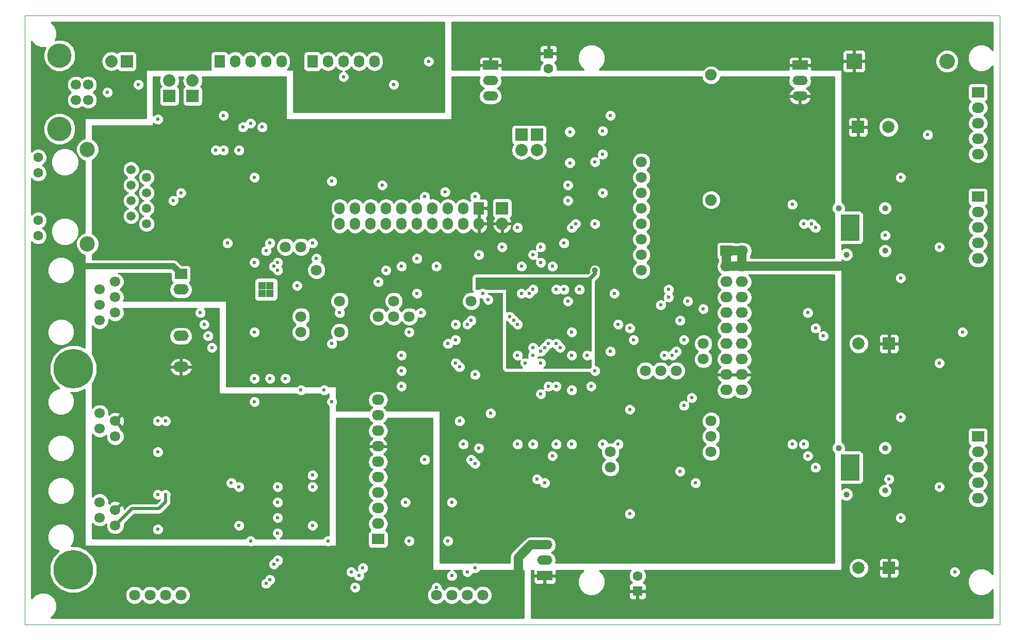
<source format=gbr>
%TF.GenerationSoftware,KiCad,Pcbnew,4.0.3-stable*%
%TF.CreationDate,2016-08-27T14:55:03+02:00*%
%TF.ProjectId,TEST4,54455354342E6B696361645F70636200,rev?*%
%TF.FileFunction,Copper,L3,Inr,Signal*%
%FSLAX46Y46*%
G04 Gerber Fmt 4.6, Leading zero omitted, Abs format (unit mm)*
G04 Created by KiCad (PCBNEW 4.0.3-stable) date 08/27/16 14:55:03*
%MOMM*%
%LPD*%
G01*
G04 APERTURE LIST*
%ADD10C,0.100000*%
%ADD11R,2.500000X1.500000*%
%ADD12O,2.500000X1.500000*%
%ADD13C,1.700000*%
%ADD14R,2.032000X1.727200*%
%ADD15O,2.032000X1.727200*%
%ADD16C,6.500000*%
%ADD17C,1.524000*%
%ADD18C,1.500000*%
%ADD19C,2.500000*%
%ADD20C,1.600000*%
%ADD21C,2.540000*%
%ADD22R,2.540000X2.540000*%
%ADD23R,2.032000X2.032000*%
%ADD24O,2.032000X2.032000*%
%ADD25R,2.000000X2.000000*%
%ADD26C,2.000000*%
%ADD27R,1.600000X1.600000*%
%ADD28R,1.727200X2.000000*%
%ADD29O,1.727200X2.000000*%
%ADD30R,1.727200X2.032000*%
%ADD31O,1.727200X2.032000*%
%ADD32R,2.000000X1.727200*%
%ADD33O,2.000000X1.727200*%
%ADD34C,1.900000*%
%ADD35C,1.800000*%
%ADD36O,2.500000X1.727200*%
%ADD37R,1.500000X1.500000*%
%ADD38C,4.000000*%
%ADD39R,1.300000X1.300000*%
%ADD40C,0.600000*%
%ADD41C,1.000000*%
%ADD42C,0.700000*%
%ADD43C,1.500000*%
%ADD44C,1.000000*%
%ADD45C,0.500000*%
%ADD46C,0.254000*%
G04 APERTURE END LIST*
D10*
X0Y-100000000D02*
X0Y0D01*
X160000000Y-100000000D02*
X0Y-100000000D01*
X160000000Y0D02*
X160000000Y-100000000D01*
X0Y0D02*
X160000000Y0D01*
D11*
X76445000Y-8180000D03*
D12*
X76445000Y-10720000D03*
X76445000Y-13260000D03*
D13*
X14850000Y-48820000D03*
X14850000Y-46280000D03*
X12310000Y-45010000D03*
X12310000Y-47550000D03*
X12310000Y-50090000D03*
X14850000Y-43740000D03*
X14850000Y-83745000D03*
X14850000Y-81205000D03*
X12310000Y-79935000D03*
X12310000Y-82475000D03*
X14850000Y-69140000D03*
X14850000Y-66600000D03*
X12310000Y-65330000D03*
X12310000Y-67870000D03*
D14*
X58000000Y-86000000D03*
D15*
X58000000Y-83460000D03*
X58000000Y-80920000D03*
X58000000Y-78380000D03*
X58000000Y-75840000D03*
X58000000Y-73300000D03*
X58000000Y-70760000D03*
X58000000Y-68220000D03*
X58000000Y-65680000D03*
X58000000Y-63140000D03*
D16*
X8000000Y-91000000D03*
X8000000Y-58000000D03*
D17*
X17455000Y-25325000D03*
D18*
X19995000Y-26595000D03*
X17455000Y-27865000D03*
X19995000Y-29135000D03*
X17455000Y-30405000D03*
X19995000Y-31675000D03*
X17455000Y-32945000D03*
D19*
X10295000Y-37520000D03*
X10295000Y-22020000D03*
D20*
X2215000Y-36210000D03*
X2215000Y-25870000D03*
X2215000Y-33670000D03*
X2215000Y-23330000D03*
D18*
X19995000Y-34215000D03*
D11*
X85335000Y-92000000D03*
D12*
X85335000Y-89460000D03*
X85335000Y-86920000D03*
D11*
X127245000Y-8180000D03*
D12*
X127245000Y-10720000D03*
X127245000Y-13260000D03*
D21*
X151376220Y-7542040D03*
D22*
X136136220Y-7542040D03*
D23*
X81525000Y-19610000D03*
D24*
X81525000Y-22150000D03*
D23*
X16755000Y-7545000D03*
D24*
X14215000Y-7545000D03*
D23*
X78350000Y-31675000D03*
D24*
X78350000Y-34215000D03*
D23*
X23740000Y-13260000D03*
D24*
X23740000Y-10720000D03*
D23*
X27550000Y-13260000D03*
D24*
X27550000Y-10720000D03*
D23*
X84065000Y-19610000D03*
D24*
X84065000Y-22150000D03*
D25*
X136770000Y-18340000D03*
D26*
X141770000Y-18340000D03*
D25*
X141850000Y-53900000D03*
D26*
X136850000Y-53900000D03*
D25*
X141850000Y-90730000D03*
D26*
X136850000Y-90730000D03*
D27*
X100575000Y-94540000D03*
D20*
X100575000Y-92040000D03*
D27*
X85970000Y-6275000D03*
D20*
X85970000Y-8775000D03*
D28*
X74540000Y-31675000D03*
D29*
X74540000Y-34215000D03*
X72000000Y-31675000D03*
X72000000Y-34215000D03*
X69460000Y-31675000D03*
X69460000Y-34215000D03*
X66920000Y-31675000D03*
X66920000Y-34215000D03*
X64380000Y-31675000D03*
X64380000Y-34215000D03*
X61840000Y-31675000D03*
X61840000Y-34215000D03*
X59300000Y-31675000D03*
X59300000Y-34215000D03*
X56760000Y-31675000D03*
X56760000Y-34215000D03*
X54220000Y-31675000D03*
X54220000Y-34215000D03*
X51680000Y-31675000D03*
X51680000Y-34215000D03*
D14*
X156455000Y-12625000D03*
D15*
X156455000Y-15165000D03*
X156455000Y-17705000D03*
X156455000Y-20245000D03*
X156455000Y-22785000D03*
D30*
X31995000Y-7545000D03*
D31*
X34535000Y-7545000D03*
X37075000Y-7545000D03*
X39615000Y-7545000D03*
X42155000Y-7545000D03*
D14*
X156455000Y-29770000D03*
D15*
X156455000Y-32310000D03*
X156455000Y-34850000D03*
X156455000Y-37390000D03*
X156455000Y-39930000D03*
D14*
X156455000Y-69140000D03*
D15*
X156455000Y-71680000D03*
X156455000Y-74220000D03*
X156455000Y-76760000D03*
X156455000Y-79300000D03*
D30*
X47235000Y-7545000D03*
D31*
X49775000Y-7545000D03*
X52315000Y-7545000D03*
X54855000Y-7545000D03*
X57395000Y-7545000D03*
D32*
X115180000Y-38660000D03*
D33*
X117720000Y-38660000D03*
X115180000Y-41200000D03*
X117720000Y-41200000D03*
X115180000Y-43740000D03*
X117720000Y-43740000D03*
X115180000Y-46280000D03*
X117720000Y-46280000D03*
X115180000Y-48820000D03*
X117720000Y-48820000D03*
X115180000Y-51360000D03*
X117720000Y-51360000D03*
X115180000Y-53900000D03*
X117720000Y-53900000D03*
X115180000Y-56440000D03*
X117720000Y-56440000D03*
X115180000Y-58980000D03*
X117720000Y-58980000D03*
X115180000Y-61520000D03*
X117720000Y-61520000D03*
D34*
X112640000Y-30300000D03*
X112640000Y-9800000D03*
D35*
X96130000Y-74220000D03*
X101210000Y-29135000D03*
X101210000Y-26595000D03*
X101210000Y-41835000D03*
X58030000Y-49455000D03*
X42790000Y-38025000D03*
X60570000Y-49455000D03*
X47870000Y-41835000D03*
X51680000Y-46915000D03*
X63110000Y-49455000D03*
X73270000Y-46915000D03*
X45330000Y-38025000D03*
X60570000Y-46915000D03*
X51680000Y-51995000D03*
X45330000Y-49455000D03*
X45330000Y-51995000D03*
X111370000Y-53900000D03*
X106925000Y-58345000D03*
X25645000Y-95175000D03*
X20565000Y-95175000D03*
X72635000Y-95175000D03*
X70095000Y-95175000D03*
X67555000Y-95175000D03*
X75175000Y-95175000D03*
X23105000Y-95175000D03*
X18025000Y-95175000D03*
X112640000Y-66600000D03*
X104385000Y-58345000D03*
X101845000Y-58345000D03*
X112640000Y-69140000D03*
X112640000Y-71680000D03*
X96130000Y-71680000D03*
X101210000Y-24055000D03*
X101210000Y-34215000D03*
X101210000Y-39295000D03*
X101210000Y-31675000D03*
X101210000Y-36755000D03*
X111370000Y-56440000D03*
D14*
X25645000Y-42470000D03*
D36*
X25645000Y-45010000D03*
X25645000Y-52630000D03*
X25645000Y-57710000D03*
D37*
X134750000Y-74220000D03*
X136250000Y-74220000D03*
X136250000Y-72820000D03*
X134750000Y-72820000D03*
X134750000Y-75620000D03*
X136250000Y-75620000D03*
X134750000Y-34850000D03*
X136250000Y-34850000D03*
X136250000Y-33450000D03*
X134750000Y-33450000D03*
X134750000Y-36250000D03*
X136250000Y-36250000D03*
D13*
X10416000Y-13875000D03*
X10416000Y-11375000D03*
X8416000Y-11375000D03*
X8416000Y-13875000D03*
D38*
X5706000Y-18645000D03*
X5706000Y-6605000D03*
D39*
X40265000Y-45660000D03*
X40265000Y-44360000D03*
X38965000Y-45660000D03*
X38965000Y-44360000D03*
D40*
X67555000Y-41200000D03*
X93590000Y-34215000D03*
X110100000Y-76760000D03*
X107560000Y-74855000D03*
X63110000Y-51995000D03*
X65015000Y-48820000D03*
X88510000Y-45010000D03*
X108195000Y-64060000D03*
X49140000Y-61520000D03*
X83430000Y-39295000D03*
X80890000Y-55805000D03*
X84700000Y-57075000D03*
X83430000Y-55805000D03*
X82160000Y-57075000D03*
X92320000Y-55805000D03*
X37710000Y-51995000D03*
X61840000Y-58345000D03*
X71365000Y-66600000D03*
X61840000Y-60885000D03*
X76445000Y-65330000D03*
X37710000Y-59615000D03*
X97400000Y-70410000D03*
X107560000Y-50090000D03*
X47235000Y-75490000D03*
X18660000Y-11355000D03*
X50410000Y-63425000D03*
X37710000Y-63425000D03*
X69460000Y-86285000D03*
X63110000Y-86285000D03*
X65650000Y-72950000D03*
X70095000Y-79935000D03*
X62475000Y-79935000D03*
X33900000Y-76760000D03*
X49775000Y-86285000D03*
X37075000Y-86285000D03*
X69000000Y-29000000D03*
X66285000Y-7545000D03*
X59300000Y-41835000D03*
X94860000Y-22785000D03*
X94860000Y-18975000D03*
X96130000Y-16435000D03*
X94860000Y-29135000D03*
X148200000Y-19610000D03*
X153915000Y-51995000D03*
X150105000Y-57075000D03*
X152645000Y-91365000D03*
X89462500Y-19117500D03*
X89462500Y-24197500D03*
X94860000Y-70410000D03*
X74540000Y-39295000D03*
X89780000Y-70410000D03*
X87240000Y-70410000D03*
X83430000Y-70410000D03*
X80890000Y-70410000D03*
X64380000Y-45645000D03*
X61840000Y-55805000D03*
X83430000Y-54535000D03*
X39615000Y-38660000D03*
X40250000Y-37390000D03*
X47235000Y-37390000D03*
X42790000Y-59615000D03*
X40250000Y-59615000D03*
X33265000Y-37390000D03*
X38980000Y-18340000D03*
X21835000Y-17070000D03*
X143755000Y-26595000D03*
X125975000Y-70410000D03*
X125975000Y-31040000D03*
X143755000Y-82475000D03*
X143755000Y-43105000D03*
X143755000Y-65965000D03*
X150105000Y-77395000D03*
X150105000Y-38025000D03*
X105020000Y-55805000D03*
X105020000Y-36755000D03*
X99940000Y-74855000D03*
X64380000Y-20245000D03*
X33265000Y-59615000D03*
X69460000Y-61520000D03*
X24375000Y-19610000D03*
X111370000Y-83110000D03*
X35170000Y-77395000D03*
X47235000Y-77395000D03*
X69460000Y-81840000D03*
X59935000Y-21515000D03*
X52315000Y-21515000D03*
X53585000Y-18340000D03*
X45965000Y-18340000D03*
X98670000Y-57710000D03*
X47235000Y-28500000D03*
X35805000Y-27865000D03*
X72000000Y-39295000D03*
X51045000Y-41200000D03*
X72000000Y-45645000D03*
X44695000Y-23420000D03*
X69460000Y-88190000D03*
X88510000Y-16435000D03*
X92320000Y-70410000D03*
X82160000Y-39295000D03*
X47235000Y-83745000D03*
X35170000Y-83745000D03*
X89780000Y-62790000D03*
X80890000Y-62790000D03*
X69460000Y-55805000D03*
X125975000Y-78030000D03*
X125975000Y-38660000D03*
X76445000Y-44375000D03*
X74540000Y-43740000D03*
D41*
X93590000Y-41835000D03*
D40*
X82160000Y-55805000D03*
X89145000Y-57075000D03*
X91685000Y-50725000D03*
X91050000Y-57075000D03*
D41*
X152010000Y-19610000D03*
X150105000Y-51995000D03*
X153915000Y-57075000D03*
X148835000Y-91365000D03*
X150105000Y-35485000D03*
X138675000Y-82475000D03*
X138675000Y-65965000D03*
X138675000Y-26595000D03*
X138675000Y-43105000D03*
X150105000Y-74855000D03*
D40*
X93590000Y-58345000D03*
X127880000Y-70410000D03*
X128515000Y-48820000D03*
X129150000Y-34215000D03*
X128515000Y-72315000D03*
X129785000Y-51360000D03*
X111370000Y-48185000D03*
X129785000Y-34850000D03*
X129785000Y-74220000D03*
X127880000Y-34215000D03*
X108195000Y-53265000D03*
X18660000Y-13895000D03*
X63110000Y-81840000D03*
X44695000Y-14530000D03*
X66285000Y-11355000D03*
X52315000Y-14530000D03*
X70730000Y-57075000D03*
X13580000Y-12625000D03*
X71365000Y-57710000D03*
X89780000Y-55805000D03*
X93590000Y-24055000D03*
X89145000Y-30405000D03*
X89145000Y-27865000D03*
X96130000Y-55170000D03*
X97400000Y-50725000D03*
X109465000Y-62790000D03*
X87240000Y-60885000D03*
X99940000Y-53265000D03*
X106290000Y-55805000D03*
X104385000Y-47550000D03*
X106925000Y-55170000D03*
X105655000Y-46280000D03*
X88510000Y-37390000D03*
X50410000Y-27230000D03*
X58665000Y-27865000D03*
X84700000Y-38025000D03*
X32630000Y-16435000D03*
X89780000Y-51995000D03*
X32630000Y-22150000D03*
X89145000Y-46915000D03*
X37710000Y-26595000D03*
X90415000Y-34215000D03*
X31360000Y-22150000D03*
X35170000Y-22150000D03*
X89780000Y-34850000D03*
X73905000Y-29770000D03*
X65650000Y-29770000D03*
X81525000Y-41200000D03*
X37710000Y-40565000D03*
X25645000Y-29135000D03*
X24375000Y-30405000D03*
X86605000Y-41200000D03*
X75175000Y-45645000D03*
X64380000Y-39930000D03*
X61840000Y-41200000D03*
X76064000Y-46661000D03*
X47870000Y-39930000D03*
X51680000Y-48820000D03*
X58030000Y-43740000D03*
X73270000Y-50090000D03*
X72635000Y-50725000D03*
X70730000Y-50725000D03*
X41520000Y-40565000D03*
X70730000Y-53265000D03*
X40885000Y-41200000D03*
X41520000Y-41835000D03*
X69460000Y-53900000D03*
X84700000Y-62155000D03*
X84065000Y-76125000D03*
X85335000Y-76760000D03*
X85970000Y-60885000D03*
X89780000Y-61520000D03*
X86605000Y-72315000D03*
X74540000Y-71045000D03*
X80890000Y-50725000D03*
X73905000Y-73585000D03*
X80255000Y-50090000D03*
X73270000Y-72950000D03*
X79620000Y-49455000D03*
X41520000Y-89460000D03*
X81525000Y-45645000D03*
X82795000Y-45645000D03*
X40885000Y-90095000D03*
X40250000Y-92635000D03*
X87240000Y-53900000D03*
X87875000Y-54535000D03*
X39615000Y-93270000D03*
X92955000Y-60885000D03*
X67555000Y-93905000D03*
X54220000Y-93905000D03*
X73905000Y-90730000D03*
X84700000Y-55170000D03*
X55490000Y-90730000D03*
X72635000Y-91365000D03*
X53585000Y-91365000D03*
X85335000Y-54535000D03*
X85970000Y-53900000D03*
X70095000Y-92000000D03*
X54855000Y-92000000D03*
X35805000Y-18340000D03*
X37075000Y-17705000D03*
X141850000Y-76125000D03*
X105655000Y-45010000D03*
X131055000Y-52630000D03*
X141215000Y-36120000D03*
X21835000Y-66600000D03*
X21835000Y-71680000D03*
X21835000Y-78665000D03*
X21835000Y-84380000D03*
X41520000Y-82475000D03*
X29455000Y-50725000D03*
X30725000Y-54535000D03*
X41520000Y-77395000D03*
X28820000Y-48820000D03*
X41520000Y-85015000D03*
X41520000Y-79935000D03*
X30090000Y-52630000D03*
X40250000Y-63425000D03*
X35170000Y-63425000D03*
X27550000Y-63425000D03*
X47870000Y-63425000D03*
X23105000Y-66600000D03*
X23105000Y-78665000D03*
D41*
X133595000Y-71045000D03*
X141215000Y-71045000D03*
X141215000Y-78030000D03*
X134865000Y-78665000D03*
X133595000Y-31675000D03*
X141215000Y-31675000D03*
X141215000Y-38660000D03*
X134865000Y-39295000D03*
D40*
X91050000Y-45010000D03*
X96765000Y-45645000D03*
X108830000Y-46915000D03*
X44695000Y-44375000D03*
X52315000Y-10085000D03*
X60570000Y-11355000D03*
X72000000Y-70410000D03*
X73905000Y-58980000D03*
X99305000Y-51360000D03*
X99305000Y-81840000D03*
X99305000Y-64695000D03*
X87240000Y-45010000D03*
X84700000Y-40565000D03*
X50410000Y-53900000D03*
X83430000Y-45010000D03*
X45330000Y-61520000D03*
X78350000Y-38025000D03*
X80890000Y-34850000D03*
D42*
X93590000Y-41835000D02*
X93590000Y-42470000D01*
X93590000Y-42470000D02*
X92320000Y-43740000D01*
D43*
X117720000Y-38660000D02*
X117720000Y-41200000D01*
X115180000Y-38660000D02*
X117720000Y-38660000D01*
X115180000Y-41200000D02*
X115180000Y-38660000D01*
X117720000Y-41200000D02*
X115180000Y-41200000D01*
X117720000Y-41200000D02*
X134865000Y-41200000D01*
D44*
X25645000Y-42470000D02*
X24375000Y-41200000D01*
X24375000Y-41200000D02*
X9135000Y-41200000D01*
D43*
X85335000Y-86920000D02*
X83080000Y-86920000D01*
X83080000Y-86920000D02*
X81000000Y-89000000D01*
X81000000Y-89000000D02*
X81000000Y-92000000D01*
D45*
X17595000Y-81000000D02*
X14850000Y-83745000D01*
X23105000Y-78665000D02*
X23105000Y-79895000D01*
X23105000Y-79895000D02*
X22000000Y-81000000D01*
X22000000Y-81000000D02*
X17595000Y-81000000D01*
D46*
G36*
X22056655Y-10720000D02*
X22182330Y-11351810D01*
X22409499Y-11691792D01*
X22272559Y-11779910D01*
X22127569Y-11992110D01*
X22076560Y-12244000D01*
X22076560Y-14276000D01*
X22120838Y-14511317D01*
X22259910Y-14727441D01*
X22472110Y-14872431D01*
X22724000Y-14923440D01*
X24756000Y-14923440D01*
X24991317Y-14879162D01*
X25207441Y-14740090D01*
X25352431Y-14527890D01*
X25403440Y-14276000D01*
X25403440Y-12244000D01*
X25359162Y-12008683D01*
X25220090Y-11792559D01*
X25071163Y-11690802D01*
X25297670Y-11351810D01*
X25423345Y-10720000D01*
X25305390Y-10127000D01*
X25984610Y-10127000D01*
X25866655Y-10720000D01*
X25992330Y-11351810D01*
X26219499Y-11691792D01*
X26082559Y-11779910D01*
X25937569Y-11992110D01*
X25886560Y-12244000D01*
X25886560Y-14276000D01*
X25930838Y-14511317D01*
X26069910Y-14727441D01*
X26282110Y-14872431D01*
X26534000Y-14923440D01*
X28566000Y-14923440D01*
X28801317Y-14879162D01*
X29017441Y-14740090D01*
X29162431Y-14527890D01*
X29213440Y-14276000D01*
X29213440Y-12244000D01*
X29169162Y-12008683D01*
X29030090Y-11792559D01*
X28881163Y-11690802D01*
X29107670Y-11351810D01*
X29233345Y-10720000D01*
X29115390Y-10127000D01*
X42873000Y-10127000D01*
X42873000Y-17000000D01*
X42883006Y-17049410D01*
X42911447Y-17091035D01*
X42953841Y-17118315D01*
X43000000Y-17127000D01*
X70000000Y-17127000D01*
X70049410Y-17116994D01*
X70091035Y-17088553D01*
X70118315Y-17046159D01*
X70127000Y-17000000D01*
X70127000Y-16620167D01*
X95194838Y-16620167D01*
X95336883Y-16963943D01*
X95599673Y-17227192D01*
X95943201Y-17369838D01*
X96315167Y-17370162D01*
X96658943Y-17228117D01*
X96922192Y-16965327D01*
X97064838Y-16621799D01*
X97065162Y-16249833D01*
X96923117Y-15906057D01*
X96660327Y-15642808D01*
X96316799Y-15500162D01*
X95944833Y-15499838D01*
X95601057Y-15641883D01*
X95337808Y-15904673D01*
X95195162Y-16248201D01*
X95194838Y-16620167D01*
X70127000Y-16620167D01*
X70127000Y-10127000D01*
X74670582Y-10127000D01*
X74628498Y-10189983D01*
X74523071Y-10720000D01*
X74628498Y-11250017D01*
X74928728Y-11699343D01*
X75363727Y-11990000D01*
X74928728Y-12280657D01*
X74628498Y-12729983D01*
X74523071Y-13260000D01*
X74628498Y-13790017D01*
X74928728Y-14239343D01*
X75378054Y-14539573D01*
X75908071Y-14645000D01*
X76981929Y-14645000D01*
X77511946Y-14539573D01*
X77961272Y-14239343D01*
X78261502Y-13790017D01*
X78299063Y-13601185D01*
X125402682Y-13601185D01*
X125416827Y-13672684D01*
X125675855Y-14149540D01*
X126097651Y-14490972D01*
X126618000Y-14645000D01*
X127118000Y-14645000D01*
X127118000Y-13387000D01*
X127372000Y-13387000D01*
X127372000Y-14645000D01*
X127872000Y-14645000D01*
X128392349Y-14490972D01*
X128814145Y-14149540D01*
X129073173Y-13672684D01*
X129087318Y-13601185D01*
X128964656Y-13387000D01*
X127372000Y-13387000D01*
X127118000Y-13387000D01*
X125525344Y-13387000D01*
X125402682Y-13601185D01*
X78299063Y-13601185D01*
X78366929Y-13260000D01*
X78261502Y-12729983D01*
X77961272Y-12280657D01*
X77526273Y-11990000D01*
X77961272Y-11699343D01*
X78261502Y-11250017D01*
X78366929Y-10720000D01*
X78261502Y-10189983D01*
X78219418Y-10127000D01*
X85484025Y-10127000D01*
X85683309Y-10209750D01*
X86254187Y-10210248D01*
X86455663Y-10127000D01*
X111060141Y-10127000D01*
X111295519Y-10696657D01*
X111740997Y-11142914D01*
X112323341Y-11384724D01*
X112953893Y-11385275D01*
X113536657Y-11144481D01*
X113982914Y-10699003D01*
X114220430Y-10127000D01*
X125470582Y-10127000D01*
X125428498Y-10189983D01*
X125323071Y-10720000D01*
X125428498Y-11250017D01*
X125728728Y-11699343D01*
X126178054Y-11999573D01*
X126189480Y-12001846D01*
X126097651Y-12029028D01*
X125675855Y-12370460D01*
X125416827Y-12847316D01*
X125402682Y-12918815D01*
X125525344Y-13133000D01*
X127118000Y-13133000D01*
X127118000Y-13113000D01*
X127372000Y-13113000D01*
X127372000Y-13133000D01*
X128964656Y-13133000D01*
X129087318Y-12918815D01*
X129073173Y-12847316D01*
X128814145Y-12370460D01*
X128392349Y-12029028D01*
X128300520Y-12001846D01*
X128311946Y-11999573D01*
X128761272Y-11699343D01*
X129061502Y-11250017D01*
X129166929Y-10720000D01*
X129061502Y-10189983D01*
X129019418Y-10127000D01*
X132873000Y-10127000D01*
X132873000Y-30792008D01*
X132633355Y-31031235D01*
X132460197Y-31448244D01*
X132459803Y-31899775D01*
X132632233Y-32317086D01*
X132873000Y-32558273D01*
X132873000Y-39815000D01*
X119105000Y-39815000D01*
X119105000Y-39484856D01*
X119272958Y-39233489D01*
X119387032Y-38660000D01*
X119272958Y-38086511D01*
X118948102Y-37600330D01*
X118461921Y-37275474D01*
X117888432Y-37161400D01*
X117551568Y-37161400D01*
X116980462Y-37275000D01*
X116541702Y-37275000D01*
X116431890Y-37199969D01*
X116180000Y-37148960D01*
X114180000Y-37148960D01*
X113944683Y-37193238D01*
X113728559Y-37332310D01*
X113583569Y-37544510D01*
X113532560Y-37796400D01*
X113532560Y-39523600D01*
X113576838Y-39758917D01*
X113715910Y-39975041D01*
X113795000Y-40029081D01*
X113795000Y-40375144D01*
X113627042Y-40626511D01*
X113512968Y-41200000D01*
X113627042Y-41773489D01*
X113951898Y-42259670D01*
X114266679Y-42470000D01*
X113951898Y-42680330D01*
X113627042Y-43166511D01*
X113512968Y-43740000D01*
X113627042Y-44313489D01*
X113951898Y-44799670D01*
X114266679Y-45010000D01*
X113951898Y-45220330D01*
X113627042Y-45706511D01*
X113512968Y-46280000D01*
X113627042Y-46853489D01*
X113951898Y-47339670D01*
X114266679Y-47550000D01*
X113951898Y-47760330D01*
X113627042Y-48246511D01*
X113512968Y-48820000D01*
X113627042Y-49393489D01*
X113951898Y-49879670D01*
X114266679Y-50090000D01*
X113951898Y-50300330D01*
X113627042Y-50786511D01*
X113512968Y-51360000D01*
X113627042Y-51933489D01*
X113951898Y-52419670D01*
X114266679Y-52630000D01*
X113951898Y-52840330D01*
X113627042Y-53326511D01*
X113512968Y-53900000D01*
X113627042Y-54473489D01*
X113951898Y-54959670D01*
X114266679Y-55170000D01*
X113951898Y-55380330D01*
X113627042Y-55866511D01*
X113512968Y-56440000D01*
X113627042Y-57013489D01*
X113951898Y-57499670D01*
X114259433Y-57705159D01*
X113836410Y-58091307D01*
X113588642Y-58620974D01*
X113709783Y-58853000D01*
X115053000Y-58853000D01*
X115053000Y-58833000D01*
X115307000Y-58833000D01*
X115307000Y-58853000D01*
X117593000Y-58853000D01*
X117593000Y-58833000D01*
X117847000Y-58833000D01*
X117847000Y-58853000D01*
X119190217Y-58853000D01*
X119311358Y-58620974D01*
X119063590Y-58091307D01*
X118640567Y-57705159D01*
X118948102Y-57499670D01*
X119272958Y-57013489D01*
X119387032Y-56440000D01*
X119272958Y-55866511D01*
X118948102Y-55380330D01*
X118633321Y-55170000D01*
X118948102Y-54959670D01*
X119272958Y-54473489D01*
X119387032Y-53900000D01*
X119272958Y-53326511D01*
X118948102Y-52840330D01*
X118633321Y-52630000D01*
X118948102Y-52419670D01*
X119272958Y-51933489D01*
X119350200Y-51545167D01*
X128849838Y-51545167D01*
X128991883Y-51888943D01*
X129254673Y-52152192D01*
X129598201Y-52294838D01*
X129970167Y-52295162D01*
X130225430Y-52189690D01*
X130120162Y-52443201D01*
X130119838Y-52815167D01*
X130261883Y-53158943D01*
X130524673Y-53422192D01*
X130868201Y-53564838D01*
X131240167Y-53565162D01*
X131583943Y-53423117D01*
X131847192Y-53160327D01*
X131989838Y-52816799D01*
X131990162Y-52444833D01*
X131848117Y-52101057D01*
X131585327Y-51837808D01*
X131241799Y-51695162D01*
X130869833Y-51694838D01*
X130614570Y-51800310D01*
X130719838Y-51546799D01*
X130720162Y-51174833D01*
X130578117Y-50831057D01*
X130315327Y-50567808D01*
X129971799Y-50425162D01*
X129599833Y-50424838D01*
X129256057Y-50566883D01*
X128992808Y-50829673D01*
X128850162Y-51173201D01*
X128849838Y-51545167D01*
X119350200Y-51545167D01*
X119387032Y-51360000D01*
X119272958Y-50786511D01*
X118948102Y-50300330D01*
X118633321Y-50090000D01*
X118948102Y-49879670D01*
X119272958Y-49393489D01*
X119350200Y-49005167D01*
X127579838Y-49005167D01*
X127721883Y-49348943D01*
X127984673Y-49612192D01*
X128328201Y-49754838D01*
X128700167Y-49755162D01*
X129043943Y-49613117D01*
X129307192Y-49350327D01*
X129449838Y-49006799D01*
X129450162Y-48634833D01*
X129308117Y-48291057D01*
X129045327Y-48027808D01*
X128701799Y-47885162D01*
X128329833Y-47884838D01*
X127986057Y-48026883D01*
X127722808Y-48289673D01*
X127580162Y-48633201D01*
X127579838Y-49005167D01*
X119350200Y-49005167D01*
X119387032Y-48820000D01*
X119272958Y-48246511D01*
X118948102Y-47760330D01*
X118633321Y-47550000D01*
X118948102Y-47339670D01*
X119272958Y-46853489D01*
X119387032Y-46280000D01*
X119272958Y-45706511D01*
X118948102Y-45220330D01*
X118633321Y-45010000D01*
X118948102Y-44799670D01*
X119272958Y-44313489D01*
X119387032Y-43740000D01*
X119272958Y-43166511D01*
X118948102Y-42680330D01*
X118805431Y-42585000D01*
X132873000Y-42585000D01*
X132873000Y-70162008D01*
X132633355Y-70401235D01*
X132460197Y-70818244D01*
X132459803Y-71269775D01*
X132632233Y-71687086D01*
X132873000Y-71928273D01*
X132873000Y-89873000D01*
X87174778Y-89873000D01*
X87256929Y-89460000D01*
X87151502Y-88929983D01*
X86851272Y-88480657D01*
X86416273Y-88190000D01*
X86851272Y-87899343D01*
X87151502Y-87450017D01*
X87256929Y-86920000D01*
X87151502Y-86389983D01*
X86851272Y-85940657D01*
X86401946Y-85640427D01*
X85871929Y-85535000D01*
X83080000Y-85535000D01*
X82549983Y-85640427D01*
X82100657Y-85940657D01*
X80020657Y-88020657D01*
X79720427Y-88469983D01*
X79615000Y-89000000D01*
X79615000Y-89873000D01*
X74279253Y-89873000D01*
X74091799Y-89795162D01*
X73719833Y-89794838D01*
X73530666Y-89873000D01*
X68127000Y-89873000D01*
X68127000Y-86470167D01*
X68524838Y-86470167D01*
X68666883Y-86813943D01*
X68929673Y-87077192D01*
X69273201Y-87219838D01*
X69645167Y-87220162D01*
X69988943Y-87078117D01*
X70252192Y-86815327D01*
X70394838Y-86471799D01*
X70395162Y-86099833D01*
X70253117Y-85756057D01*
X69990327Y-85492808D01*
X69646799Y-85350162D01*
X69274833Y-85349838D01*
X68931057Y-85491883D01*
X68667808Y-85754673D01*
X68525162Y-86098201D01*
X68524838Y-86470167D01*
X68127000Y-86470167D01*
X68127000Y-82025167D01*
X98369838Y-82025167D01*
X98511883Y-82368943D01*
X98774673Y-82632192D01*
X99118201Y-82774838D01*
X99490167Y-82775162D01*
X99833943Y-82633117D01*
X100097192Y-82370327D01*
X100239838Y-82026799D01*
X100240162Y-81654833D01*
X100098117Y-81311057D01*
X99835327Y-81047808D01*
X99491799Y-80905162D01*
X99119833Y-80904838D01*
X98776057Y-81046883D01*
X98512808Y-81309673D01*
X98370162Y-81653201D01*
X98369838Y-82025167D01*
X68127000Y-82025167D01*
X68127000Y-80120167D01*
X69159838Y-80120167D01*
X69301883Y-80463943D01*
X69564673Y-80727192D01*
X69908201Y-80869838D01*
X70280167Y-80870162D01*
X70623943Y-80728117D01*
X70887192Y-80465327D01*
X71029838Y-80121799D01*
X71030162Y-79749833D01*
X70888117Y-79406057D01*
X70625327Y-79142808D01*
X70281799Y-79000162D01*
X69909833Y-78999838D01*
X69566057Y-79141883D01*
X69302808Y-79404673D01*
X69160162Y-79748201D01*
X69159838Y-80120167D01*
X68127000Y-80120167D01*
X68127000Y-76310167D01*
X83129838Y-76310167D01*
X83271883Y-76653943D01*
X83534673Y-76917192D01*
X83878201Y-77059838D01*
X84250167Y-77060162D01*
X84418597Y-76990568D01*
X84541883Y-77288943D01*
X84804673Y-77552192D01*
X85148201Y-77694838D01*
X85520167Y-77695162D01*
X85863943Y-77553117D01*
X86127192Y-77290327D01*
X86269838Y-76946799D01*
X86269839Y-76945167D01*
X109164838Y-76945167D01*
X109306883Y-77288943D01*
X109569673Y-77552192D01*
X109913201Y-77694838D01*
X110285167Y-77695162D01*
X110628943Y-77553117D01*
X110892192Y-77290327D01*
X111034838Y-76946799D01*
X111035162Y-76574833D01*
X110893117Y-76231057D01*
X110630327Y-75967808D01*
X110286799Y-75825162D01*
X109914833Y-75824838D01*
X109571057Y-75966883D01*
X109307808Y-76229673D01*
X109165162Y-76573201D01*
X109164838Y-76945167D01*
X86269839Y-76945167D01*
X86270162Y-76574833D01*
X86128117Y-76231057D01*
X85865327Y-75967808D01*
X85521799Y-75825162D01*
X85149833Y-75824838D01*
X84981403Y-75894432D01*
X84858117Y-75596057D01*
X84595327Y-75332808D01*
X84251799Y-75190162D01*
X83879833Y-75189838D01*
X83536057Y-75331883D01*
X83272808Y-75594673D01*
X83130162Y-75938201D01*
X83129838Y-76310167D01*
X68127000Y-76310167D01*
X68127000Y-73135167D01*
X72334838Y-73135167D01*
X72476883Y-73478943D01*
X72739673Y-73742192D01*
X73003554Y-73851765D01*
X73111883Y-74113943D01*
X73374673Y-74377192D01*
X73718201Y-74519838D01*
X74090167Y-74520162D01*
X74433943Y-74378117D01*
X74697192Y-74115327D01*
X74839838Y-73771799D01*
X74840162Y-73399833D01*
X74698117Y-73056057D01*
X74435327Y-72792808D01*
X74171446Y-72683235D01*
X74095805Y-72500167D01*
X85669838Y-72500167D01*
X85811883Y-72843943D01*
X86074673Y-73107192D01*
X86418201Y-73249838D01*
X86790167Y-73250162D01*
X87133943Y-73108117D01*
X87397192Y-72845327D01*
X87539838Y-72501799D01*
X87540162Y-72129833D01*
X87398117Y-71786057D01*
X87135327Y-71522808D01*
X86791799Y-71380162D01*
X86419833Y-71379838D01*
X86076057Y-71521883D01*
X85812808Y-71784673D01*
X85670162Y-72128201D01*
X85669838Y-72500167D01*
X74095805Y-72500167D01*
X74063117Y-72421057D01*
X73800327Y-72157808D01*
X73456799Y-72015162D01*
X73084833Y-72014838D01*
X72741057Y-72156883D01*
X72477808Y-72419673D01*
X72335162Y-72763201D01*
X72334838Y-73135167D01*
X68127000Y-73135167D01*
X68127000Y-70595167D01*
X71064838Y-70595167D01*
X71206883Y-70938943D01*
X71469673Y-71202192D01*
X71813201Y-71344838D01*
X72185167Y-71345162D01*
X72463476Y-71230167D01*
X73604838Y-71230167D01*
X73746883Y-71573943D01*
X74009673Y-71837192D01*
X74353201Y-71979838D01*
X74725167Y-71980162D01*
X75068943Y-71838117D01*
X75332192Y-71575327D01*
X75474838Y-71231799D01*
X75475162Y-70859833D01*
X75365805Y-70595167D01*
X79954838Y-70595167D01*
X80096883Y-70938943D01*
X80359673Y-71202192D01*
X80703201Y-71344838D01*
X81075167Y-71345162D01*
X81418943Y-71203117D01*
X81682192Y-70940327D01*
X81824838Y-70596799D01*
X81824839Y-70595167D01*
X82494838Y-70595167D01*
X82636883Y-70938943D01*
X82899673Y-71202192D01*
X83243201Y-71344838D01*
X83615167Y-71345162D01*
X83958943Y-71203117D01*
X84222192Y-70940327D01*
X84364838Y-70596799D01*
X84364839Y-70595167D01*
X86304838Y-70595167D01*
X86446883Y-70938943D01*
X86709673Y-71202192D01*
X87053201Y-71344838D01*
X87425167Y-71345162D01*
X87768943Y-71203117D01*
X88032192Y-70940327D01*
X88174838Y-70596799D01*
X88174839Y-70595167D01*
X88844838Y-70595167D01*
X88986883Y-70938943D01*
X89249673Y-71202192D01*
X89593201Y-71344838D01*
X89965167Y-71345162D01*
X90308943Y-71203117D01*
X90572192Y-70940327D01*
X90714838Y-70596799D01*
X90714839Y-70595167D01*
X93924838Y-70595167D01*
X94066883Y-70938943D01*
X94329673Y-71202192D01*
X94616819Y-71321426D01*
X94595267Y-71373330D01*
X94594735Y-71983991D01*
X94827932Y-72548371D01*
X95229182Y-72950323D01*
X94829449Y-73349357D01*
X94595267Y-73913330D01*
X94594735Y-74523991D01*
X94827932Y-75088371D01*
X95259357Y-75520551D01*
X95823330Y-75754733D01*
X96433991Y-75755265D01*
X96998371Y-75522068D01*
X97430551Y-75090643D01*
X97451510Y-75040167D01*
X106624838Y-75040167D01*
X106766883Y-75383943D01*
X107029673Y-75647192D01*
X107373201Y-75789838D01*
X107745167Y-75790162D01*
X108088943Y-75648117D01*
X108352192Y-75385327D01*
X108494838Y-75041799D01*
X108495162Y-74669833D01*
X108385805Y-74405167D01*
X128849838Y-74405167D01*
X128991883Y-74748943D01*
X129254673Y-75012192D01*
X129598201Y-75154838D01*
X129970167Y-75155162D01*
X130313943Y-75013117D01*
X130577192Y-74750327D01*
X130719838Y-74406799D01*
X130720162Y-74034833D01*
X130578117Y-73691057D01*
X130315327Y-73427808D01*
X129971799Y-73285162D01*
X129599833Y-73284838D01*
X129256057Y-73426883D01*
X128992808Y-73689673D01*
X128850162Y-74033201D01*
X128849838Y-74405167D01*
X108385805Y-74405167D01*
X108353117Y-74326057D01*
X108090327Y-74062808D01*
X107746799Y-73920162D01*
X107374833Y-73919838D01*
X107031057Y-74061883D01*
X106767808Y-74324673D01*
X106625162Y-74668201D01*
X106624838Y-75040167D01*
X97451510Y-75040167D01*
X97664733Y-74526670D01*
X97665265Y-73916009D01*
X97432068Y-73351629D01*
X97030818Y-72949677D01*
X97430551Y-72550643D01*
X97664733Y-71986670D01*
X97665265Y-71376009D01*
X97642697Y-71321391D01*
X97928943Y-71203117D01*
X98192192Y-70940327D01*
X98334838Y-70596799D01*
X98335162Y-70224833D01*
X98193117Y-69881057D01*
X97930327Y-69617808D01*
X97586799Y-69475162D01*
X97214833Y-69474838D01*
X96871057Y-69616883D01*
X96607808Y-69879673D01*
X96488574Y-70166819D01*
X96436670Y-70145267D01*
X95826009Y-70144735D01*
X95771391Y-70167303D01*
X95653117Y-69881057D01*
X95390327Y-69617808D01*
X95046799Y-69475162D01*
X94674833Y-69474838D01*
X94331057Y-69616883D01*
X94067808Y-69879673D01*
X93925162Y-70223201D01*
X93924838Y-70595167D01*
X90714839Y-70595167D01*
X90715162Y-70224833D01*
X90573117Y-69881057D01*
X90310327Y-69617808D01*
X89966799Y-69475162D01*
X89594833Y-69474838D01*
X89251057Y-69616883D01*
X88987808Y-69879673D01*
X88845162Y-70223201D01*
X88844838Y-70595167D01*
X88174839Y-70595167D01*
X88175162Y-70224833D01*
X88033117Y-69881057D01*
X87770327Y-69617808D01*
X87426799Y-69475162D01*
X87054833Y-69474838D01*
X86711057Y-69616883D01*
X86447808Y-69879673D01*
X86305162Y-70223201D01*
X86304838Y-70595167D01*
X84364839Y-70595167D01*
X84365162Y-70224833D01*
X84223117Y-69881057D01*
X83960327Y-69617808D01*
X83616799Y-69475162D01*
X83244833Y-69474838D01*
X82901057Y-69616883D01*
X82637808Y-69879673D01*
X82495162Y-70223201D01*
X82494838Y-70595167D01*
X81824839Y-70595167D01*
X81825162Y-70224833D01*
X81683117Y-69881057D01*
X81420327Y-69617808D01*
X81076799Y-69475162D01*
X80704833Y-69474838D01*
X80361057Y-69616883D01*
X80097808Y-69879673D01*
X79955162Y-70223201D01*
X79954838Y-70595167D01*
X75365805Y-70595167D01*
X75333117Y-70516057D01*
X75070327Y-70252808D01*
X74726799Y-70110162D01*
X74354833Y-70109838D01*
X74011057Y-70251883D01*
X73747808Y-70514673D01*
X73605162Y-70858201D01*
X73604838Y-71230167D01*
X72463476Y-71230167D01*
X72528943Y-71203117D01*
X72792192Y-70940327D01*
X72934838Y-70596799D01*
X72935162Y-70224833D01*
X72793117Y-69881057D01*
X72530327Y-69617808D01*
X72186799Y-69475162D01*
X71814833Y-69474838D01*
X71471057Y-69616883D01*
X71207808Y-69879673D01*
X71065162Y-70223201D01*
X71064838Y-70595167D01*
X68127000Y-70595167D01*
X68127000Y-66785167D01*
X70429838Y-66785167D01*
X70571883Y-67128943D01*
X70834673Y-67392192D01*
X71178201Y-67534838D01*
X71550167Y-67535162D01*
X71893943Y-67393117D01*
X72157192Y-67130327D01*
X72251175Y-66903991D01*
X111104735Y-66903991D01*
X111337932Y-67468371D01*
X111739182Y-67870323D01*
X111339449Y-68269357D01*
X111105267Y-68833330D01*
X111104735Y-69443991D01*
X111337932Y-70008371D01*
X111739182Y-70410323D01*
X111339449Y-70809357D01*
X111105267Y-71373330D01*
X111104735Y-71983991D01*
X111337932Y-72548371D01*
X111769357Y-72980551D01*
X112333330Y-73214733D01*
X112943991Y-73215265D01*
X113508371Y-72982068D01*
X113940551Y-72550643D01*
X113961510Y-72500167D01*
X127579838Y-72500167D01*
X127721883Y-72843943D01*
X127984673Y-73107192D01*
X128328201Y-73249838D01*
X128700167Y-73250162D01*
X129043943Y-73108117D01*
X129307192Y-72845327D01*
X129449838Y-72501799D01*
X129450162Y-72129833D01*
X129308117Y-71786057D01*
X129045327Y-71522808D01*
X128701799Y-71380162D01*
X128329833Y-71379838D01*
X127986057Y-71521883D01*
X127722808Y-71784673D01*
X127580162Y-72128201D01*
X127579838Y-72500167D01*
X113961510Y-72500167D01*
X114174733Y-71986670D01*
X114175265Y-71376009D01*
X113942068Y-70811629D01*
X113725985Y-70595167D01*
X125039838Y-70595167D01*
X125181883Y-70938943D01*
X125444673Y-71202192D01*
X125788201Y-71344838D01*
X126160167Y-71345162D01*
X126503943Y-71203117D01*
X126767192Y-70940327D01*
X126909838Y-70596799D01*
X126909839Y-70595167D01*
X126944838Y-70595167D01*
X127086883Y-70938943D01*
X127349673Y-71202192D01*
X127693201Y-71344838D01*
X128065167Y-71345162D01*
X128408943Y-71203117D01*
X128672192Y-70940327D01*
X128814838Y-70596799D01*
X128815162Y-70224833D01*
X128673117Y-69881057D01*
X128410327Y-69617808D01*
X128066799Y-69475162D01*
X127694833Y-69474838D01*
X127351057Y-69616883D01*
X127087808Y-69879673D01*
X126945162Y-70223201D01*
X126944838Y-70595167D01*
X126909839Y-70595167D01*
X126910162Y-70224833D01*
X126768117Y-69881057D01*
X126505327Y-69617808D01*
X126161799Y-69475162D01*
X125789833Y-69474838D01*
X125446057Y-69616883D01*
X125182808Y-69879673D01*
X125040162Y-70223201D01*
X125039838Y-70595167D01*
X113725985Y-70595167D01*
X113540818Y-70409677D01*
X113940551Y-70010643D01*
X114174733Y-69446670D01*
X114175265Y-68836009D01*
X113942068Y-68271629D01*
X113540818Y-67869677D01*
X113940551Y-67470643D01*
X114174733Y-66906670D01*
X114175265Y-66296009D01*
X113942068Y-65731629D01*
X113510643Y-65299449D01*
X112946670Y-65065267D01*
X112336009Y-65064735D01*
X111771629Y-65297932D01*
X111339449Y-65729357D01*
X111105267Y-66293330D01*
X111104735Y-66903991D01*
X72251175Y-66903991D01*
X72299838Y-66786799D01*
X72300162Y-66414833D01*
X72158117Y-66071057D01*
X71895327Y-65807808D01*
X71551799Y-65665162D01*
X71179833Y-65664838D01*
X70836057Y-65806883D01*
X70572808Y-66069673D01*
X70430162Y-66413201D01*
X70429838Y-66785167D01*
X68127000Y-66785167D01*
X68127000Y-65515167D01*
X75509838Y-65515167D01*
X75651883Y-65858943D01*
X75914673Y-66122192D01*
X76258201Y-66264838D01*
X76630167Y-66265162D01*
X76973943Y-66123117D01*
X77237192Y-65860327D01*
X77379838Y-65516799D01*
X77380162Y-65144833D01*
X77270805Y-64880167D01*
X98369838Y-64880167D01*
X98511883Y-65223943D01*
X98774673Y-65487192D01*
X99118201Y-65629838D01*
X99490167Y-65630162D01*
X99833943Y-65488117D01*
X100097192Y-65225327D01*
X100239838Y-64881799D01*
X100240162Y-64509833D01*
X100130805Y-64245167D01*
X107259838Y-64245167D01*
X107401883Y-64588943D01*
X107664673Y-64852192D01*
X108008201Y-64994838D01*
X108380167Y-64995162D01*
X108723943Y-64853117D01*
X108987192Y-64590327D01*
X109129838Y-64246799D01*
X109130162Y-63874833D01*
X109024690Y-63619570D01*
X109278201Y-63724838D01*
X109650167Y-63725162D01*
X109993943Y-63583117D01*
X110257192Y-63320327D01*
X110399838Y-62976799D01*
X110400162Y-62604833D01*
X110258117Y-62261057D01*
X109995327Y-61997808D01*
X109651799Y-61855162D01*
X109279833Y-61854838D01*
X108936057Y-61996883D01*
X108672808Y-62259673D01*
X108530162Y-62603201D01*
X108529838Y-62975167D01*
X108635310Y-63230430D01*
X108381799Y-63125162D01*
X108009833Y-63124838D01*
X107666057Y-63266883D01*
X107402808Y-63529673D01*
X107260162Y-63873201D01*
X107259838Y-64245167D01*
X100130805Y-64245167D01*
X100098117Y-64166057D01*
X99835327Y-63902808D01*
X99491799Y-63760162D01*
X99119833Y-63759838D01*
X98776057Y-63901883D01*
X98512808Y-64164673D01*
X98370162Y-64508201D01*
X98369838Y-64880167D01*
X77270805Y-64880167D01*
X77238117Y-64801057D01*
X76975327Y-64537808D01*
X76631799Y-64395162D01*
X76259833Y-64394838D01*
X75916057Y-64536883D01*
X75652808Y-64799673D01*
X75510162Y-65143201D01*
X75509838Y-65515167D01*
X68127000Y-65515167D01*
X68127000Y-65000000D01*
X68116994Y-64950590D01*
X68088553Y-64908965D01*
X68046159Y-64881685D01*
X68000000Y-64873000D01*
X59413244Y-64873000D01*
X59244415Y-64620330D01*
X58929634Y-64410000D01*
X59244415Y-64199670D01*
X59569271Y-63713489D01*
X59683345Y-63140000D01*
X59569271Y-62566511D01*
X59418033Y-62340167D01*
X83764838Y-62340167D01*
X83906883Y-62683943D01*
X84169673Y-62947192D01*
X84513201Y-63089838D01*
X84885167Y-63090162D01*
X85228943Y-62948117D01*
X85492192Y-62685327D01*
X85634838Y-62341799D01*
X85635162Y-61969833D01*
X85529690Y-61714570D01*
X85783201Y-61819838D01*
X86155167Y-61820162D01*
X86498943Y-61678117D01*
X86604954Y-61572290D01*
X86709673Y-61677192D01*
X87053201Y-61819838D01*
X87425167Y-61820162D01*
X87703476Y-61705167D01*
X88844838Y-61705167D01*
X88986883Y-62048943D01*
X89249673Y-62312192D01*
X89593201Y-62454838D01*
X89965167Y-62455162D01*
X90308943Y-62313117D01*
X90572192Y-62050327D01*
X90714838Y-61706799D01*
X90715162Y-61334833D01*
X90605805Y-61070167D01*
X92019838Y-61070167D01*
X92161883Y-61413943D01*
X92424673Y-61677192D01*
X92768201Y-61819838D01*
X93140167Y-61820162D01*
X93483943Y-61678117D01*
X93642336Y-61520000D01*
X113512968Y-61520000D01*
X113627042Y-62093489D01*
X113951898Y-62579670D01*
X114438079Y-62904526D01*
X115011568Y-63018600D01*
X115348432Y-63018600D01*
X115921921Y-62904526D01*
X116408102Y-62579670D01*
X116450000Y-62516965D01*
X116491898Y-62579670D01*
X116978079Y-62904526D01*
X117551568Y-63018600D01*
X117888432Y-63018600D01*
X118461921Y-62904526D01*
X118948102Y-62579670D01*
X119272958Y-62093489D01*
X119387032Y-61520000D01*
X119272958Y-60946511D01*
X118948102Y-60460330D01*
X118640567Y-60254841D01*
X119063590Y-59868693D01*
X119311358Y-59339026D01*
X119190217Y-59107000D01*
X117847000Y-59107000D01*
X117847000Y-59127000D01*
X117593000Y-59127000D01*
X117593000Y-59107000D01*
X115307000Y-59107000D01*
X115307000Y-59127000D01*
X115053000Y-59127000D01*
X115053000Y-59107000D01*
X113709783Y-59107000D01*
X113588642Y-59339026D01*
X113836410Y-59868693D01*
X114259433Y-60254841D01*
X113951898Y-60460330D01*
X113627042Y-60946511D01*
X113512968Y-61520000D01*
X93642336Y-61520000D01*
X93747192Y-61415327D01*
X93889838Y-61071799D01*
X93890162Y-60699833D01*
X93748117Y-60356057D01*
X93485327Y-60092808D01*
X93141799Y-59950162D01*
X92769833Y-59949838D01*
X92426057Y-60091883D01*
X92162808Y-60354673D01*
X92020162Y-60698201D01*
X92019838Y-61070167D01*
X90605805Y-61070167D01*
X90573117Y-60991057D01*
X90310327Y-60727808D01*
X89966799Y-60585162D01*
X89594833Y-60584838D01*
X89251057Y-60726883D01*
X88987808Y-60989673D01*
X88845162Y-61333201D01*
X88844838Y-61705167D01*
X87703476Y-61705167D01*
X87768943Y-61678117D01*
X88032192Y-61415327D01*
X88174838Y-61071799D01*
X88175162Y-60699833D01*
X88033117Y-60356057D01*
X87770327Y-60092808D01*
X87426799Y-59950162D01*
X87054833Y-59949838D01*
X86711057Y-60091883D01*
X86605046Y-60197710D01*
X86500327Y-60092808D01*
X86156799Y-59950162D01*
X85784833Y-59949838D01*
X85441057Y-60091883D01*
X85177808Y-60354673D01*
X85035162Y-60698201D01*
X85034838Y-61070167D01*
X85140310Y-61325430D01*
X84886799Y-61220162D01*
X84514833Y-61219838D01*
X84171057Y-61361883D01*
X83907808Y-61624673D01*
X83765162Y-61968201D01*
X83764838Y-62340167D01*
X59418033Y-62340167D01*
X59244415Y-62080330D01*
X58758234Y-61755474D01*
X58184745Y-61641400D01*
X57815255Y-61641400D01*
X57241766Y-61755474D01*
X56755585Y-62080330D01*
X56430729Y-62566511D01*
X56316655Y-63140000D01*
X56430729Y-63713489D01*
X56755585Y-64199670D01*
X57070366Y-64410000D01*
X56755585Y-64620330D01*
X56586756Y-64873000D01*
X51127000Y-64873000D01*
X51127000Y-64030388D01*
X51202192Y-63955327D01*
X51344838Y-63611799D01*
X51345162Y-63239833D01*
X51203117Y-62896057D01*
X51127000Y-62819807D01*
X51127000Y-61070167D01*
X60904838Y-61070167D01*
X61046883Y-61413943D01*
X61309673Y-61677192D01*
X61653201Y-61819838D01*
X62025167Y-61820162D01*
X62368943Y-61678117D01*
X62632192Y-61415327D01*
X62774838Y-61071799D01*
X62775162Y-60699833D01*
X62633117Y-60356057D01*
X62370327Y-60092808D01*
X62026799Y-59950162D01*
X61654833Y-59949838D01*
X61311057Y-60091883D01*
X61047808Y-60354673D01*
X60905162Y-60698201D01*
X60904838Y-61070167D01*
X51127000Y-61070167D01*
X51127000Y-61000000D01*
X51116994Y-60950590D01*
X51088553Y-60908965D01*
X51046159Y-60881685D01*
X51000000Y-60873000D01*
X49815266Y-60873000D01*
X49670327Y-60727808D01*
X49326799Y-60585162D01*
X48954833Y-60584838D01*
X48611057Y-60726883D01*
X48464685Y-60873000D01*
X46005266Y-60873000D01*
X45860327Y-60727808D01*
X45516799Y-60585162D01*
X45144833Y-60584838D01*
X44801057Y-60726883D01*
X44654685Y-60873000D01*
X33127000Y-60873000D01*
X33127000Y-59800167D01*
X36774838Y-59800167D01*
X36916883Y-60143943D01*
X37179673Y-60407192D01*
X37523201Y-60549838D01*
X37895167Y-60550162D01*
X38238943Y-60408117D01*
X38502192Y-60145327D01*
X38644838Y-59801799D01*
X38644839Y-59800167D01*
X39314838Y-59800167D01*
X39456883Y-60143943D01*
X39719673Y-60407192D01*
X40063201Y-60549838D01*
X40435167Y-60550162D01*
X40778943Y-60408117D01*
X41042192Y-60145327D01*
X41184838Y-59801799D01*
X41184839Y-59800167D01*
X41854838Y-59800167D01*
X41996883Y-60143943D01*
X42259673Y-60407192D01*
X42603201Y-60549838D01*
X42975167Y-60550162D01*
X43318943Y-60408117D01*
X43582192Y-60145327D01*
X43724838Y-59801799D01*
X43725162Y-59429833D01*
X43583117Y-59086057D01*
X43320327Y-58822808D01*
X42976799Y-58680162D01*
X42604833Y-58679838D01*
X42261057Y-58821883D01*
X41997808Y-59084673D01*
X41855162Y-59428201D01*
X41854838Y-59800167D01*
X41184839Y-59800167D01*
X41185162Y-59429833D01*
X41043117Y-59086057D01*
X40780327Y-58822808D01*
X40436799Y-58680162D01*
X40064833Y-58679838D01*
X39721057Y-58821883D01*
X39457808Y-59084673D01*
X39315162Y-59428201D01*
X39314838Y-59800167D01*
X38644839Y-59800167D01*
X38645162Y-59429833D01*
X38503117Y-59086057D01*
X38240327Y-58822808D01*
X37896799Y-58680162D01*
X37524833Y-58679838D01*
X37181057Y-58821883D01*
X36917808Y-59084673D01*
X36775162Y-59428201D01*
X36774838Y-59800167D01*
X33127000Y-59800167D01*
X33127000Y-58530167D01*
X60904838Y-58530167D01*
X61046883Y-58873943D01*
X61309673Y-59137192D01*
X61653201Y-59279838D01*
X62025167Y-59280162D01*
X62303476Y-59165167D01*
X72969838Y-59165167D01*
X73111883Y-59508943D01*
X73374673Y-59772192D01*
X73718201Y-59914838D01*
X74090167Y-59915162D01*
X74433943Y-59773117D01*
X74697192Y-59510327D01*
X74839838Y-59166799D01*
X74840162Y-58794833D01*
X74698117Y-58451057D01*
X74435327Y-58187808D01*
X74091799Y-58045162D01*
X73719833Y-58044838D01*
X73376057Y-58186883D01*
X73112808Y-58449673D01*
X72970162Y-58793201D01*
X72969838Y-59165167D01*
X62303476Y-59165167D01*
X62368943Y-59138117D01*
X62632192Y-58875327D01*
X62774838Y-58531799D01*
X62775162Y-58159833D01*
X62633117Y-57816057D01*
X62370327Y-57552808D01*
X62026799Y-57410162D01*
X61654833Y-57409838D01*
X61311057Y-57551883D01*
X61047808Y-57814673D01*
X60905162Y-58158201D01*
X60904838Y-58530167D01*
X33127000Y-58530167D01*
X33127000Y-57260167D01*
X69794838Y-57260167D01*
X69936883Y-57603943D01*
X70199673Y-57867192D01*
X70463554Y-57976765D01*
X70571883Y-58238943D01*
X70834673Y-58502192D01*
X71178201Y-58644838D01*
X71550167Y-58645162D01*
X71893943Y-58503117D01*
X72157192Y-58240327D01*
X72299838Y-57896799D01*
X72300162Y-57524833D01*
X72158117Y-57181057D01*
X71895327Y-56917808D01*
X71631446Y-56808235D01*
X71523117Y-56546057D01*
X71260327Y-56282808D01*
X70916799Y-56140162D01*
X70544833Y-56139838D01*
X70201057Y-56281883D01*
X69937808Y-56544673D01*
X69795162Y-56888201D01*
X69794838Y-57260167D01*
X33127000Y-57260167D01*
X33127000Y-55990167D01*
X60904838Y-55990167D01*
X61046883Y-56333943D01*
X61309673Y-56597192D01*
X61653201Y-56739838D01*
X62025167Y-56740162D01*
X62368943Y-56598117D01*
X62632192Y-56335327D01*
X62774838Y-55991799D01*
X62775162Y-55619833D01*
X62633117Y-55276057D01*
X62370327Y-55012808D01*
X62026799Y-54870162D01*
X61654833Y-54869838D01*
X61311057Y-55011883D01*
X61047808Y-55274673D01*
X60905162Y-55618201D01*
X60904838Y-55990167D01*
X33127000Y-55990167D01*
X33127000Y-54085167D01*
X49474838Y-54085167D01*
X49616883Y-54428943D01*
X49879673Y-54692192D01*
X50223201Y-54834838D01*
X50595167Y-54835162D01*
X50938943Y-54693117D01*
X51202192Y-54430327D01*
X51344838Y-54086799D01*
X51344839Y-54085167D01*
X68524838Y-54085167D01*
X68666883Y-54428943D01*
X68929673Y-54692192D01*
X69273201Y-54834838D01*
X69645167Y-54835162D01*
X69988943Y-54693117D01*
X70252192Y-54430327D01*
X70376622Y-54130668D01*
X70543201Y-54199838D01*
X70915167Y-54200162D01*
X71258943Y-54058117D01*
X71522192Y-53795327D01*
X71664838Y-53451799D01*
X71665162Y-53079833D01*
X71523117Y-52736057D01*
X71260327Y-52472808D01*
X70916799Y-52330162D01*
X70544833Y-52329838D01*
X70201057Y-52471883D01*
X69937808Y-52734673D01*
X69813378Y-53034332D01*
X69646799Y-52965162D01*
X69274833Y-52964838D01*
X68931057Y-53106883D01*
X68667808Y-53369673D01*
X68525162Y-53713201D01*
X68524838Y-54085167D01*
X51344839Y-54085167D01*
X51345162Y-53714833D01*
X51247007Y-53477279D01*
X51373330Y-53529733D01*
X51983991Y-53530265D01*
X52548371Y-53297068D01*
X52980551Y-52865643D01*
X53214733Y-52301670D01*
X53214838Y-52180167D01*
X62174838Y-52180167D01*
X62316883Y-52523943D01*
X62579673Y-52787192D01*
X62923201Y-52929838D01*
X63295167Y-52930162D01*
X63638943Y-52788117D01*
X63902192Y-52525327D01*
X64044838Y-52181799D01*
X64045162Y-51809833D01*
X63903117Y-51466057D01*
X63640327Y-51202808D01*
X63296799Y-51060162D01*
X62924833Y-51059838D01*
X62581057Y-51201883D01*
X62317808Y-51464673D01*
X62175162Y-51808201D01*
X62174838Y-52180167D01*
X53214838Y-52180167D01*
X53215265Y-51691009D01*
X52982068Y-51126629D01*
X52550643Y-50694449D01*
X51986670Y-50460267D01*
X51376009Y-50459735D01*
X50811629Y-50692932D01*
X50379449Y-51124357D01*
X50145267Y-51688330D01*
X50144735Y-52298991D01*
X50377932Y-52863371D01*
X50479443Y-52965060D01*
X50224833Y-52964838D01*
X49881057Y-53106883D01*
X49617808Y-53369673D01*
X49475162Y-53713201D01*
X49474838Y-54085167D01*
X33127000Y-54085167D01*
X33127000Y-52180167D01*
X36774838Y-52180167D01*
X36916883Y-52523943D01*
X37179673Y-52787192D01*
X37523201Y-52929838D01*
X37895167Y-52930162D01*
X38238943Y-52788117D01*
X38502192Y-52525327D01*
X38644838Y-52181799D01*
X38645162Y-51809833D01*
X38503117Y-51466057D01*
X38240327Y-51202808D01*
X37896799Y-51060162D01*
X37524833Y-51059838D01*
X37181057Y-51201883D01*
X36917808Y-51464673D01*
X36775162Y-51808201D01*
X36774838Y-52180167D01*
X33127000Y-52180167D01*
X33127000Y-49758991D01*
X43794735Y-49758991D01*
X44027932Y-50323371D01*
X44429182Y-50725323D01*
X44029449Y-51124357D01*
X43795267Y-51688330D01*
X43794735Y-52298991D01*
X44027932Y-52863371D01*
X44459357Y-53295551D01*
X45023330Y-53529733D01*
X45633991Y-53530265D01*
X46198371Y-53297068D01*
X46630551Y-52865643D01*
X46864733Y-52301670D01*
X46865265Y-51691009D01*
X46632068Y-51126629D01*
X46230818Y-50724677D01*
X46630551Y-50325643D01*
X46864733Y-49761670D01*
X46864735Y-49758991D01*
X56494735Y-49758991D01*
X56727932Y-50323371D01*
X57159357Y-50755551D01*
X57723330Y-50989733D01*
X58333991Y-50990265D01*
X58898371Y-50757068D01*
X59300323Y-50355818D01*
X59699357Y-50755551D01*
X60263330Y-50989733D01*
X60873991Y-50990265D01*
X61438371Y-50757068D01*
X61840323Y-50355818D01*
X62239357Y-50755551D01*
X62803330Y-50989733D01*
X63413991Y-50990265D01*
X63607843Y-50910167D01*
X69794838Y-50910167D01*
X69936883Y-51253943D01*
X70199673Y-51517192D01*
X70543201Y-51659838D01*
X70915167Y-51660162D01*
X71258943Y-51518117D01*
X71522192Y-51255327D01*
X71664838Y-50911799D01*
X71664839Y-50910167D01*
X71699838Y-50910167D01*
X71841883Y-51253943D01*
X72104673Y-51517192D01*
X72448201Y-51659838D01*
X72820167Y-51660162D01*
X73163943Y-51518117D01*
X73427192Y-51255327D01*
X73536765Y-50991446D01*
X73798943Y-50883117D01*
X74062192Y-50620327D01*
X74204838Y-50276799D01*
X74205162Y-49904833D01*
X74063117Y-49561057D01*
X73800327Y-49297808D01*
X73456799Y-49155162D01*
X73084833Y-49154838D01*
X72741057Y-49296883D01*
X72477808Y-49559673D01*
X72368235Y-49823554D01*
X72106057Y-49931883D01*
X71842808Y-50194673D01*
X71700162Y-50538201D01*
X71699838Y-50910167D01*
X71664839Y-50910167D01*
X71665162Y-50539833D01*
X71523117Y-50196057D01*
X71260327Y-49932808D01*
X70916799Y-49790162D01*
X70544833Y-49789838D01*
X70201057Y-49931883D01*
X69937808Y-50194673D01*
X69795162Y-50538201D01*
X69794838Y-50910167D01*
X63607843Y-50910167D01*
X63978371Y-50757068D01*
X64410551Y-50325643D01*
X64644733Y-49761670D01*
X64644805Y-49678685D01*
X64828201Y-49754838D01*
X65200167Y-49755162D01*
X65543943Y-49613117D01*
X65807192Y-49350327D01*
X65949838Y-49006799D01*
X65950162Y-48634833D01*
X65808117Y-48291057D01*
X65545327Y-48027808D01*
X65201799Y-47885162D01*
X64829833Y-47884838D01*
X64486057Y-48026883D01*
X64222808Y-48289673D01*
X64191323Y-48365497D01*
X63980643Y-48154449D01*
X63416670Y-47920267D01*
X62806009Y-47919735D01*
X62241629Y-48152932D01*
X61839677Y-48554182D01*
X61470818Y-48184677D01*
X61870551Y-47785643D01*
X62104733Y-47221670D01*
X62104735Y-47218991D01*
X71734735Y-47218991D01*
X71967932Y-47783371D01*
X72399357Y-48215551D01*
X72963330Y-48449733D01*
X73573991Y-48450265D01*
X74138371Y-48217068D01*
X74570551Y-47785643D01*
X74804733Y-47221670D01*
X74805265Y-46611009D01*
X74751831Y-46481688D01*
X74988201Y-46579838D01*
X75129070Y-46579961D01*
X75128838Y-46846167D01*
X75270883Y-47189943D01*
X75533673Y-47453192D01*
X75877201Y-47595838D01*
X76249167Y-47596162D01*
X76592943Y-47454117D01*
X76856192Y-47191327D01*
X76998838Y-46847799D01*
X76999162Y-46475833D01*
X76857117Y-46132057D01*
X76594327Y-45868808D01*
X76250799Y-45726162D01*
X76109930Y-45726039D01*
X76110009Y-45635000D01*
X78365000Y-45635000D01*
X78365000Y-58000000D01*
X78408427Y-58230795D01*
X78544827Y-58442767D01*
X78752949Y-58584971D01*
X79000000Y-58635000D01*
X92698154Y-58635000D01*
X92796883Y-58873943D01*
X93059673Y-59137192D01*
X93403201Y-59279838D01*
X93775167Y-59280162D01*
X94118943Y-59138117D01*
X94382192Y-58875327D01*
X94476175Y-58648991D01*
X100309735Y-58648991D01*
X100542932Y-59213371D01*
X100974357Y-59645551D01*
X101538330Y-59879733D01*
X102148991Y-59880265D01*
X102713371Y-59647068D01*
X103115323Y-59245818D01*
X103514357Y-59645551D01*
X104078330Y-59879733D01*
X104688991Y-59880265D01*
X105253371Y-59647068D01*
X105655323Y-59245818D01*
X106054357Y-59645551D01*
X106618330Y-59879733D01*
X107228991Y-59880265D01*
X107793371Y-59647068D01*
X108225551Y-59215643D01*
X108459733Y-58651670D01*
X108460265Y-58041009D01*
X108227068Y-57476629D01*
X107795643Y-57044449D01*
X107231670Y-56810267D01*
X106621009Y-56809735D01*
X106056629Y-57042932D01*
X105654677Y-57444182D01*
X105255643Y-57044449D01*
X104691670Y-56810267D01*
X104081009Y-56809735D01*
X103516629Y-57042932D01*
X103114677Y-57444182D01*
X102715643Y-57044449D01*
X102151670Y-56810267D01*
X101541009Y-56809735D01*
X100976629Y-57042932D01*
X100544449Y-57474357D01*
X100310267Y-58038330D01*
X100309735Y-58648991D01*
X94476175Y-58648991D01*
X94524838Y-58531799D01*
X94525162Y-58159833D01*
X94383117Y-57816057D01*
X94120327Y-57552808D01*
X93776799Y-57410162D01*
X93635000Y-57410038D01*
X93635000Y-55355167D01*
X95194838Y-55355167D01*
X95336883Y-55698943D01*
X95599673Y-55962192D01*
X95943201Y-56104838D01*
X96315167Y-56105162D01*
X96593476Y-55990167D01*
X104084838Y-55990167D01*
X104226883Y-56333943D01*
X104489673Y-56597192D01*
X104833201Y-56739838D01*
X105205167Y-56740162D01*
X105548943Y-56598117D01*
X105654954Y-56492290D01*
X105759673Y-56597192D01*
X106103201Y-56739838D01*
X106475167Y-56740162D01*
X106818943Y-56598117D01*
X107082192Y-56335327D01*
X107191765Y-56071446D01*
X107453943Y-55963117D01*
X107717192Y-55700327D01*
X107859838Y-55356799D01*
X107860162Y-54984833D01*
X107718117Y-54641057D01*
X107455327Y-54377808D01*
X107111799Y-54235162D01*
X106739833Y-54234838D01*
X106396057Y-54376883D01*
X106132808Y-54639673D01*
X106023235Y-54903554D01*
X105761057Y-55011883D01*
X105655046Y-55117710D01*
X105550327Y-55012808D01*
X105206799Y-54870162D01*
X104834833Y-54869838D01*
X104491057Y-55011883D01*
X104227808Y-55274673D01*
X104085162Y-55618201D01*
X104084838Y-55990167D01*
X96593476Y-55990167D01*
X96658943Y-55963117D01*
X96922192Y-55700327D01*
X97064838Y-55356799D01*
X97065162Y-54984833D01*
X96923117Y-54641057D01*
X96660327Y-54377808D01*
X96316799Y-54235162D01*
X95944833Y-54234838D01*
X95601057Y-54376883D01*
X95337808Y-54639673D01*
X95195162Y-54983201D01*
X95194838Y-55355167D01*
X93635000Y-55355167D01*
X93635000Y-54203991D01*
X109834735Y-54203991D01*
X110067932Y-54768371D01*
X110469182Y-55170323D01*
X110069449Y-55569357D01*
X109835267Y-56133330D01*
X109834735Y-56743991D01*
X110067932Y-57308371D01*
X110499357Y-57740551D01*
X111063330Y-57974733D01*
X111673991Y-57975265D01*
X112238371Y-57742068D01*
X112670551Y-57310643D01*
X112904733Y-56746670D01*
X112905265Y-56136009D01*
X112672068Y-55571629D01*
X112270818Y-55169677D01*
X112670551Y-54770643D01*
X112904733Y-54206670D01*
X112905265Y-53596009D01*
X112672068Y-53031629D01*
X112240643Y-52599449D01*
X111676670Y-52365267D01*
X111066009Y-52364735D01*
X110501629Y-52597932D01*
X110069449Y-53029357D01*
X109835267Y-53593330D01*
X109834735Y-54203991D01*
X93635000Y-54203991D01*
X93635000Y-53450167D01*
X99004838Y-53450167D01*
X99146883Y-53793943D01*
X99409673Y-54057192D01*
X99753201Y-54199838D01*
X100125167Y-54200162D01*
X100468943Y-54058117D01*
X100732192Y-53795327D01*
X100874838Y-53451799D01*
X100874839Y-53450167D01*
X107259838Y-53450167D01*
X107401883Y-53793943D01*
X107664673Y-54057192D01*
X108008201Y-54199838D01*
X108380167Y-54200162D01*
X108723943Y-54058117D01*
X108987192Y-53795327D01*
X109129838Y-53451799D01*
X109130162Y-53079833D01*
X108988117Y-52736057D01*
X108725327Y-52472808D01*
X108381799Y-52330162D01*
X108009833Y-52329838D01*
X107666057Y-52471883D01*
X107402808Y-52734673D01*
X107260162Y-53078201D01*
X107259838Y-53450167D01*
X100874839Y-53450167D01*
X100875162Y-53079833D01*
X100733117Y-52736057D01*
X100470327Y-52472808D01*
X100126799Y-52330162D01*
X99754833Y-52329838D01*
X99411057Y-52471883D01*
X99147808Y-52734673D01*
X99005162Y-53078201D01*
X99004838Y-53450167D01*
X93635000Y-53450167D01*
X93635000Y-50910167D01*
X96464838Y-50910167D01*
X96606883Y-51253943D01*
X96869673Y-51517192D01*
X97213201Y-51659838D01*
X97585167Y-51660162D01*
X97863476Y-51545167D01*
X98369838Y-51545167D01*
X98511883Y-51888943D01*
X98774673Y-52152192D01*
X99118201Y-52294838D01*
X99490167Y-52295162D01*
X99833943Y-52153117D01*
X100097192Y-51890327D01*
X100239838Y-51546799D01*
X100240162Y-51174833D01*
X100098117Y-50831057D01*
X99835327Y-50567808D01*
X99491799Y-50425162D01*
X99119833Y-50424838D01*
X98776057Y-50566883D01*
X98512808Y-50829673D01*
X98370162Y-51173201D01*
X98369838Y-51545167D01*
X97863476Y-51545167D01*
X97928943Y-51518117D01*
X98192192Y-51255327D01*
X98334838Y-50911799D01*
X98335162Y-50539833D01*
X98225805Y-50275167D01*
X106624838Y-50275167D01*
X106766883Y-50618943D01*
X107029673Y-50882192D01*
X107373201Y-51024838D01*
X107745167Y-51025162D01*
X108088943Y-50883117D01*
X108352192Y-50620327D01*
X108494838Y-50276799D01*
X108495162Y-49904833D01*
X108353117Y-49561057D01*
X108090327Y-49297808D01*
X107746799Y-49155162D01*
X107374833Y-49154838D01*
X107031057Y-49296883D01*
X106767808Y-49559673D01*
X106625162Y-49903201D01*
X106624838Y-50275167D01*
X98225805Y-50275167D01*
X98193117Y-50196057D01*
X97930327Y-49932808D01*
X97586799Y-49790162D01*
X97214833Y-49789838D01*
X96871057Y-49931883D01*
X96607808Y-50194673D01*
X96465162Y-50538201D01*
X96464838Y-50910167D01*
X93635000Y-50910167D01*
X93635000Y-47735167D01*
X103449838Y-47735167D01*
X103591883Y-48078943D01*
X103854673Y-48342192D01*
X104198201Y-48484838D01*
X104570167Y-48485162D01*
X104848476Y-48370167D01*
X110434838Y-48370167D01*
X110576883Y-48713943D01*
X110839673Y-48977192D01*
X111183201Y-49119838D01*
X111555167Y-49120162D01*
X111898943Y-48978117D01*
X112162192Y-48715327D01*
X112304838Y-48371799D01*
X112305162Y-47999833D01*
X112163117Y-47656057D01*
X111900327Y-47392808D01*
X111556799Y-47250162D01*
X111184833Y-47249838D01*
X110841057Y-47391883D01*
X110577808Y-47654673D01*
X110435162Y-47998201D01*
X110434838Y-48370167D01*
X104848476Y-48370167D01*
X104913943Y-48343117D01*
X105177192Y-48080327D01*
X105319838Y-47736799D01*
X105320162Y-47364833D01*
X105214690Y-47109570D01*
X105468201Y-47214838D01*
X105840167Y-47215162D01*
X106118476Y-47100167D01*
X107894838Y-47100167D01*
X108036883Y-47443943D01*
X108299673Y-47707192D01*
X108643201Y-47849838D01*
X109015167Y-47850162D01*
X109358943Y-47708117D01*
X109622192Y-47445327D01*
X109764838Y-47101799D01*
X109765162Y-46729833D01*
X109623117Y-46386057D01*
X109360327Y-46122808D01*
X109016799Y-45980162D01*
X108644833Y-45979838D01*
X108301057Y-46121883D01*
X108037808Y-46384673D01*
X107895162Y-46728201D01*
X107894838Y-47100167D01*
X106118476Y-47100167D01*
X106183943Y-47073117D01*
X106447192Y-46810327D01*
X106589838Y-46466799D01*
X106590162Y-46094833D01*
X106448117Y-45751057D01*
X106342290Y-45645046D01*
X106447192Y-45540327D01*
X106589838Y-45196799D01*
X106590162Y-44824833D01*
X106448117Y-44481057D01*
X106185327Y-44217808D01*
X105841799Y-44075162D01*
X105469833Y-44074838D01*
X105126057Y-44216883D01*
X104862808Y-44479673D01*
X104720162Y-44823201D01*
X104719838Y-45195167D01*
X104861883Y-45538943D01*
X104967710Y-45644954D01*
X104862808Y-45749673D01*
X104720162Y-46093201D01*
X104719838Y-46465167D01*
X104825310Y-46720430D01*
X104571799Y-46615162D01*
X104199833Y-46614838D01*
X103856057Y-46756883D01*
X103592808Y-47019673D01*
X103450162Y-47363201D01*
X103449838Y-47735167D01*
X93635000Y-47735167D01*
X93635000Y-45830167D01*
X95829838Y-45830167D01*
X95971883Y-46173943D01*
X96234673Y-46437192D01*
X96578201Y-46579838D01*
X96950167Y-46580162D01*
X97293943Y-46438117D01*
X97557192Y-46175327D01*
X97699838Y-45831799D01*
X97700162Y-45459833D01*
X97558117Y-45116057D01*
X97295327Y-44852808D01*
X96951799Y-44710162D01*
X96579833Y-44709838D01*
X96236057Y-44851883D01*
X95972808Y-45114673D01*
X95830162Y-45458201D01*
X95829838Y-45830167D01*
X93635000Y-45830167D01*
X93635000Y-43676579D01*
X94215787Y-43095792D01*
X94215790Y-43095790D01*
X94407633Y-42808675D01*
X94418718Y-42752949D01*
X94475001Y-42470000D01*
X94475000Y-42469995D01*
X94475000Y-42141822D01*
X94524838Y-42021799D01*
X94525162Y-41649833D01*
X94383117Y-41306057D01*
X94120327Y-41042808D01*
X93776799Y-40900162D01*
X93404833Y-40899838D01*
X93061057Y-41041883D01*
X92797808Y-41304673D01*
X92655162Y-41648201D01*
X92654838Y-42020167D01*
X92693846Y-42114574D01*
X92443421Y-42365000D01*
X74000000Y-42365000D01*
X73769205Y-42408427D01*
X73557233Y-42544827D01*
X73415029Y-42752949D01*
X73365000Y-43000000D01*
X73365000Y-45000000D01*
X73408427Y-45230795D01*
X73504569Y-45380204D01*
X72966009Y-45379735D01*
X72401629Y-45612932D01*
X71969449Y-46044357D01*
X71735267Y-46608330D01*
X71734735Y-47218991D01*
X62104735Y-47218991D01*
X62105265Y-46611009D01*
X61872068Y-46046629D01*
X61655985Y-45830167D01*
X63444838Y-45830167D01*
X63586883Y-46173943D01*
X63849673Y-46437192D01*
X64193201Y-46579838D01*
X64565167Y-46580162D01*
X64908943Y-46438117D01*
X65172192Y-46175327D01*
X65314838Y-45831799D01*
X65315162Y-45459833D01*
X65173117Y-45116057D01*
X64910327Y-44852808D01*
X64566799Y-44710162D01*
X64194833Y-44709838D01*
X63851057Y-44851883D01*
X63587808Y-45114673D01*
X63445162Y-45458201D01*
X63444838Y-45830167D01*
X61655985Y-45830167D01*
X61440643Y-45614449D01*
X60876670Y-45380267D01*
X60266009Y-45379735D01*
X59701629Y-45612932D01*
X59269449Y-46044357D01*
X59035267Y-46608330D01*
X59034735Y-47218991D01*
X59267932Y-47783371D01*
X59669182Y-48185323D01*
X59299677Y-48554182D01*
X58900643Y-48154449D01*
X58336670Y-47920267D01*
X57726009Y-47919735D01*
X57161629Y-48152932D01*
X56729449Y-48584357D01*
X56495267Y-49148330D01*
X56494735Y-49758991D01*
X46864735Y-49758991D01*
X46865265Y-49151009D01*
X46632068Y-48586629D01*
X46200643Y-48154449D01*
X45636670Y-47920267D01*
X45026009Y-47919735D01*
X44461629Y-48152932D01*
X44029449Y-48584357D01*
X43795267Y-49148330D01*
X43794735Y-49758991D01*
X33127000Y-49758991D01*
X33127000Y-47218991D01*
X50144735Y-47218991D01*
X50377932Y-47783371D01*
X50809357Y-48215551D01*
X50917201Y-48260332D01*
X50887808Y-48289673D01*
X50745162Y-48633201D01*
X50744838Y-49005167D01*
X50886883Y-49348943D01*
X51149673Y-49612192D01*
X51493201Y-49754838D01*
X51865167Y-49755162D01*
X52208943Y-49613117D01*
X52472192Y-49350327D01*
X52614838Y-49006799D01*
X52615162Y-48634833D01*
X52473117Y-48291057D01*
X52442801Y-48260688D01*
X52548371Y-48217068D01*
X52980551Y-47785643D01*
X53214733Y-47221670D01*
X53215265Y-46611009D01*
X52982068Y-46046629D01*
X52550643Y-45614449D01*
X51986670Y-45380267D01*
X51376009Y-45379735D01*
X50811629Y-45612932D01*
X50379449Y-46044357D01*
X50145267Y-46608330D01*
X50144735Y-47218991D01*
X33127000Y-47218991D01*
X33127000Y-47000000D01*
X33116994Y-46950590D01*
X33088553Y-46908965D01*
X33046159Y-46881685D01*
X33000000Y-46873000D01*
X16211699Y-46873000D01*
X16334742Y-46576681D01*
X16335257Y-45985911D01*
X16109656Y-45439914D01*
X15692283Y-45021812D01*
X15664443Y-45010252D01*
X15690086Y-44999656D01*
X16108188Y-44582283D01*
X16334742Y-44036681D01*
X16335257Y-43445911D01*
X16109656Y-42899914D01*
X15692283Y-42481812D01*
X15338721Y-42335000D01*
X23904868Y-42335000D01*
X23981560Y-42411692D01*
X23981560Y-43333600D01*
X24025838Y-43568917D01*
X24164910Y-43785041D01*
X24285777Y-43867626D01*
X24162001Y-43950330D01*
X23837145Y-44436511D01*
X23723071Y-45010000D01*
X23837145Y-45583489D01*
X24162001Y-46069670D01*
X24648182Y-46394526D01*
X25221671Y-46508600D01*
X26068329Y-46508600D01*
X26641818Y-46394526D01*
X27127999Y-46069670D01*
X27452855Y-45583489D01*
X27566929Y-45010000D01*
X27452855Y-44436511D01*
X27127999Y-43950330D01*
X27003995Y-43867473D01*
X27112441Y-43797690D01*
X27172356Y-43710000D01*
X37667560Y-43710000D01*
X37667560Y-46310000D01*
X37711838Y-46545317D01*
X37850910Y-46761441D01*
X38063110Y-46906431D01*
X38315000Y-46957440D01*
X40915000Y-46957440D01*
X41150317Y-46913162D01*
X41366441Y-46774090D01*
X41511431Y-46561890D01*
X41562440Y-46310000D01*
X41562440Y-44560167D01*
X43759838Y-44560167D01*
X43901883Y-44903943D01*
X44164673Y-45167192D01*
X44508201Y-45309838D01*
X44880167Y-45310162D01*
X45223943Y-45168117D01*
X45487192Y-44905327D01*
X45629838Y-44561799D01*
X45630162Y-44189833D01*
X45520805Y-43925167D01*
X57094838Y-43925167D01*
X57236883Y-44268943D01*
X57499673Y-44532192D01*
X57843201Y-44674838D01*
X58215167Y-44675162D01*
X58558943Y-44533117D01*
X58822192Y-44270327D01*
X58964838Y-43926799D01*
X58965162Y-43554833D01*
X58823117Y-43211057D01*
X58560327Y-42947808D01*
X58216799Y-42805162D01*
X57844833Y-42804838D01*
X57501057Y-42946883D01*
X57237808Y-43209673D01*
X57095162Y-43553201D01*
X57094838Y-43925167D01*
X45520805Y-43925167D01*
X45488117Y-43846057D01*
X45225327Y-43582808D01*
X44881799Y-43440162D01*
X44509833Y-43439838D01*
X44166057Y-43581883D01*
X43902808Y-43844673D01*
X43760162Y-44188201D01*
X43759838Y-44560167D01*
X41562440Y-44560167D01*
X41562440Y-43710000D01*
X41518162Y-43474683D01*
X41379090Y-43258559D01*
X41166890Y-43113569D01*
X40915000Y-43062560D01*
X38315000Y-43062560D01*
X38079683Y-43106838D01*
X37863559Y-43245910D01*
X37718569Y-43458110D01*
X37667560Y-43710000D01*
X27172356Y-43710000D01*
X27257431Y-43585490D01*
X27308440Y-43333600D01*
X27308440Y-41606400D01*
X27264162Y-41371083D01*
X27125090Y-41154959D01*
X26912890Y-41009969D01*
X26661000Y-40958960D01*
X25739092Y-40958960D01*
X25530299Y-40750167D01*
X36774838Y-40750167D01*
X36916883Y-41093943D01*
X37179673Y-41357192D01*
X37523201Y-41499838D01*
X37895167Y-41500162D01*
X38173476Y-41385167D01*
X39949838Y-41385167D01*
X40091883Y-41728943D01*
X40354673Y-41992192D01*
X40618554Y-42101765D01*
X40726883Y-42363943D01*
X40989673Y-42627192D01*
X41333201Y-42769838D01*
X41705167Y-42770162D01*
X42048943Y-42628117D01*
X42312192Y-42365327D01*
X42406175Y-42138991D01*
X46334735Y-42138991D01*
X46567932Y-42703371D01*
X46999357Y-43135551D01*
X47563330Y-43369733D01*
X48173991Y-43370265D01*
X48738371Y-43137068D01*
X49170551Y-42705643D01*
X49404733Y-42141670D01*
X49404838Y-42020167D01*
X58364838Y-42020167D01*
X58506883Y-42363943D01*
X58769673Y-42627192D01*
X59113201Y-42769838D01*
X59485167Y-42770162D01*
X59828943Y-42628117D01*
X60092192Y-42365327D01*
X60234838Y-42021799D01*
X60235162Y-41649833D01*
X60125805Y-41385167D01*
X60904838Y-41385167D01*
X61046883Y-41728943D01*
X61309673Y-41992192D01*
X61653201Y-42134838D01*
X62025167Y-42135162D01*
X62368943Y-41993117D01*
X62632192Y-41730327D01*
X62774838Y-41386799D01*
X62774839Y-41385167D01*
X66619838Y-41385167D01*
X66761883Y-41728943D01*
X67024673Y-41992192D01*
X67368201Y-42134838D01*
X67740167Y-42135162D01*
X68083943Y-41993117D01*
X68347192Y-41730327D01*
X68489838Y-41386799D01*
X68489839Y-41385167D01*
X80589838Y-41385167D01*
X80731883Y-41728943D01*
X80994673Y-41992192D01*
X81338201Y-42134838D01*
X81710167Y-42135162D01*
X82053943Y-41993117D01*
X82317192Y-41730327D01*
X82459838Y-41386799D01*
X82460162Y-41014833D01*
X82318117Y-40671057D01*
X82055327Y-40407808D01*
X81711799Y-40265162D01*
X81339833Y-40264838D01*
X80996057Y-40406883D01*
X80732808Y-40669673D01*
X80590162Y-41013201D01*
X80589838Y-41385167D01*
X68489839Y-41385167D01*
X68490162Y-41014833D01*
X68348117Y-40671057D01*
X68085327Y-40407808D01*
X67741799Y-40265162D01*
X67369833Y-40264838D01*
X67026057Y-40406883D01*
X66762808Y-40669673D01*
X66620162Y-41013201D01*
X66619838Y-41385167D01*
X62774839Y-41385167D01*
X62775162Y-41014833D01*
X62633117Y-40671057D01*
X62370327Y-40407808D01*
X62026799Y-40265162D01*
X61654833Y-40264838D01*
X61311057Y-40406883D01*
X61047808Y-40669673D01*
X60905162Y-41013201D01*
X60904838Y-41385167D01*
X60125805Y-41385167D01*
X60093117Y-41306057D01*
X59830327Y-41042808D01*
X59486799Y-40900162D01*
X59114833Y-40899838D01*
X58771057Y-41041883D01*
X58507808Y-41304673D01*
X58365162Y-41648201D01*
X58364838Y-42020167D01*
X49404838Y-42020167D01*
X49405265Y-41531009D01*
X49172068Y-40966629D01*
X48740643Y-40534449D01*
X48632799Y-40489668D01*
X48662192Y-40460327D01*
X48804838Y-40116799D01*
X48804839Y-40115167D01*
X63444838Y-40115167D01*
X63586883Y-40458943D01*
X63849673Y-40722192D01*
X64193201Y-40864838D01*
X64565167Y-40865162D01*
X64908943Y-40723117D01*
X65172192Y-40460327D01*
X65314838Y-40116799D01*
X65315162Y-39744833D01*
X65205805Y-39480167D01*
X73604838Y-39480167D01*
X73746883Y-39823943D01*
X74009673Y-40087192D01*
X74353201Y-40229838D01*
X74725167Y-40230162D01*
X75068943Y-40088117D01*
X75332192Y-39825327D01*
X75474838Y-39481799D01*
X75474839Y-39480167D01*
X82494838Y-39480167D01*
X82636883Y-39823943D01*
X82899673Y-40087192D01*
X83243201Y-40229838D01*
X83615167Y-40230162D01*
X83870430Y-40124690D01*
X83765162Y-40378201D01*
X83764838Y-40750167D01*
X83906883Y-41093943D01*
X84169673Y-41357192D01*
X84513201Y-41499838D01*
X84885167Y-41500162D01*
X85163476Y-41385167D01*
X85669838Y-41385167D01*
X85811883Y-41728943D01*
X86074673Y-41992192D01*
X86418201Y-42134838D01*
X86790167Y-42135162D01*
X87133943Y-41993117D01*
X87397192Y-41730327D01*
X87539838Y-41386799D01*
X87540162Y-41014833D01*
X87398117Y-40671057D01*
X87135327Y-40407808D01*
X86791799Y-40265162D01*
X86419833Y-40264838D01*
X86076057Y-40406883D01*
X85812808Y-40669673D01*
X85670162Y-41013201D01*
X85669838Y-41385167D01*
X85163476Y-41385167D01*
X85228943Y-41358117D01*
X85492192Y-41095327D01*
X85634838Y-40751799D01*
X85635162Y-40379833D01*
X85493117Y-40036057D01*
X85230327Y-39772808D01*
X84886799Y-39630162D01*
X84514833Y-39629838D01*
X84259570Y-39735310D01*
X84364838Y-39481799D01*
X84365162Y-39109833D01*
X84259690Y-38854570D01*
X84513201Y-38959838D01*
X84885167Y-38960162D01*
X85228943Y-38818117D01*
X85492192Y-38555327D01*
X85634838Y-38211799D01*
X85635162Y-37839833D01*
X85525805Y-37575167D01*
X87574838Y-37575167D01*
X87716883Y-37918943D01*
X87979673Y-38182192D01*
X88323201Y-38324838D01*
X88695167Y-38325162D01*
X89038943Y-38183117D01*
X89302192Y-37920327D01*
X89444838Y-37576799D01*
X89445162Y-37204833D01*
X89303117Y-36861057D01*
X89040327Y-36597808D01*
X88696799Y-36455162D01*
X88324833Y-36454838D01*
X87981057Y-36596883D01*
X87717808Y-36859673D01*
X87575162Y-37203201D01*
X87574838Y-37575167D01*
X85525805Y-37575167D01*
X85493117Y-37496057D01*
X85230327Y-37232808D01*
X84886799Y-37090162D01*
X84514833Y-37089838D01*
X84171057Y-37231883D01*
X83907808Y-37494673D01*
X83765162Y-37838201D01*
X83764838Y-38210167D01*
X83870310Y-38465430D01*
X83616799Y-38360162D01*
X83244833Y-38359838D01*
X82901057Y-38501883D01*
X82637808Y-38764673D01*
X82495162Y-39108201D01*
X82494838Y-39480167D01*
X75474839Y-39480167D01*
X75475162Y-39109833D01*
X75333117Y-38766057D01*
X75070327Y-38502808D01*
X74726799Y-38360162D01*
X74354833Y-38359838D01*
X74011057Y-38501883D01*
X73747808Y-38764673D01*
X73605162Y-39108201D01*
X73604838Y-39480167D01*
X65205805Y-39480167D01*
X65173117Y-39401057D01*
X64910327Y-39137808D01*
X64566799Y-38995162D01*
X64194833Y-38994838D01*
X63851057Y-39136883D01*
X63587808Y-39399673D01*
X63445162Y-39743201D01*
X63444838Y-40115167D01*
X48804839Y-40115167D01*
X48805162Y-39744833D01*
X48663117Y-39401057D01*
X48400327Y-39137808D01*
X48056799Y-38995162D01*
X47684833Y-38994838D01*
X47341057Y-39136883D01*
X47077808Y-39399673D01*
X46935162Y-39743201D01*
X46934838Y-40115167D01*
X47076883Y-40458943D01*
X47107199Y-40489312D01*
X47001629Y-40532932D01*
X46569449Y-40964357D01*
X46335267Y-41528330D01*
X46334735Y-42138991D01*
X42406175Y-42138991D01*
X42454838Y-42021799D01*
X42455162Y-41649833D01*
X42313117Y-41306057D01*
X42207290Y-41200046D01*
X42312192Y-41095327D01*
X42454838Y-40751799D01*
X42455162Y-40379833D01*
X42313117Y-40036057D01*
X42050327Y-39772808D01*
X41706799Y-39630162D01*
X41334833Y-39629838D01*
X40991057Y-39771883D01*
X40727808Y-40034673D01*
X40618235Y-40298554D01*
X40356057Y-40406883D01*
X40092808Y-40669673D01*
X39950162Y-41013201D01*
X39949838Y-41385167D01*
X38173476Y-41385167D01*
X38238943Y-41358117D01*
X38502192Y-41095327D01*
X38644838Y-40751799D01*
X38645162Y-40379833D01*
X38503117Y-40036057D01*
X38240327Y-39772808D01*
X37896799Y-39630162D01*
X37524833Y-39629838D01*
X37181057Y-39771883D01*
X36917808Y-40034673D01*
X36775162Y-40378201D01*
X36774838Y-40750167D01*
X25530299Y-40750167D01*
X25177566Y-40397434D01*
X24979122Y-40264838D01*
X24809346Y-40151397D01*
X24375000Y-40065000D01*
X11127000Y-40065000D01*
X11127000Y-39215797D01*
X11361372Y-39118957D01*
X11635640Y-38845167D01*
X38679838Y-38845167D01*
X38821883Y-39188943D01*
X39084673Y-39452192D01*
X39428201Y-39594838D01*
X39800167Y-39595162D01*
X40143943Y-39453117D01*
X40407192Y-39190327D01*
X40549838Y-38846799D01*
X40550162Y-38474833D01*
X40489902Y-38328991D01*
X41254735Y-38328991D01*
X41487932Y-38893371D01*
X41919357Y-39325551D01*
X42483330Y-39559733D01*
X43093991Y-39560265D01*
X43658371Y-39327068D01*
X44060323Y-38925818D01*
X44459357Y-39325551D01*
X45023330Y-39559733D01*
X45633991Y-39560265D01*
X46198371Y-39327068D01*
X46630551Y-38895643D01*
X46864733Y-38331670D01*
X46864805Y-38248685D01*
X47048201Y-38324838D01*
X47420167Y-38325162D01*
X47698476Y-38210167D01*
X77414838Y-38210167D01*
X77556883Y-38553943D01*
X77819673Y-38817192D01*
X78163201Y-38959838D01*
X78535167Y-38960162D01*
X78878943Y-38818117D01*
X79142192Y-38555327D01*
X79284838Y-38211799D01*
X79285162Y-37839833D01*
X79143117Y-37496057D01*
X78880327Y-37232808D01*
X78536799Y-37090162D01*
X78164833Y-37089838D01*
X77821057Y-37231883D01*
X77557808Y-37494673D01*
X77415162Y-37838201D01*
X77414838Y-38210167D01*
X47698476Y-38210167D01*
X47763943Y-38183117D01*
X48027192Y-37920327D01*
X48169838Y-37576799D01*
X48170162Y-37204833D01*
X48028117Y-36861057D01*
X47765327Y-36597808D01*
X47421799Y-36455162D01*
X47049833Y-36454838D01*
X46706057Y-36596883D01*
X46442808Y-36859673D01*
X46411323Y-36935497D01*
X46200643Y-36724449D01*
X45636670Y-36490267D01*
X45026009Y-36489735D01*
X44461629Y-36722932D01*
X44059677Y-37124182D01*
X43660643Y-36724449D01*
X43096670Y-36490267D01*
X42486009Y-36489735D01*
X41921629Y-36722932D01*
X41489449Y-37154357D01*
X41255267Y-37718330D01*
X41254735Y-38328991D01*
X40489902Y-38328991D01*
X40480568Y-38306403D01*
X40778943Y-38183117D01*
X41042192Y-37920327D01*
X41184838Y-37576799D01*
X41185162Y-37204833D01*
X41043117Y-36861057D01*
X40780327Y-36597808D01*
X40436799Y-36455162D01*
X40064833Y-36454838D01*
X39721057Y-36596883D01*
X39457808Y-36859673D01*
X39315162Y-37203201D01*
X39314838Y-37575167D01*
X39384432Y-37743597D01*
X39086057Y-37866883D01*
X38822808Y-38129673D01*
X38680162Y-38473201D01*
X38679838Y-38845167D01*
X11635640Y-38845167D01*
X11892093Y-38589161D01*
X12179672Y-37896595D01*
X12179952Y-37575167D01*
X32329838Y-37575167D01*
X32471883Y-37918943D01*
X32734673Y-38182192D01*
X33078201Y-38324838D01*
X33450167Y-38325162D01*
X33793943Y-38183117D01*
X34057192Y-37920327D01*
X34199838Y-37576799D01*
X34200162Y-37204833D01*
X34058117Y-36861057D01*
X33795327Y-36597808D01*
X33451799Y-36455162D01*
X33079833Y-36454838D01*
X32736057Y-36596883D01*
X32472808Y-36859673D01*
X32330162Y-37203201D01*
X32329838Y-37575167D01*
X12179952Y-37575167D01*
X12180326Y-37146695D01*
X11893957Y-36453628D01*
X11364161Y-35922907D01*
X11127000Y-35824429D01*
X11127000Y-25601661D01*
X16057758Y-25601661D01*
X16269990Y-26115303D01*
X16662630Y-26508629D01*
X16886185Y-26601457D01*
X16671485Y-26690169D01*
X16281539Y-27079436D01*
X16070241Y-27588298D01*
X16069760Y-28139285D01*
X16280169Y-28648515D01*
X16669436Y-29038461D01*
X16901870Y-29134976D01*
X16671485Y-29230169D01*
X16281539Y-29619436D01*
X16070241Y-30128298D01*
X16069760Y-30679285D01*
X16280169Y-31188515D01*
X16669436Y-31578461D01*
X16901870Y-31674976D01*
X16671485Y-31770169D01*
X16281539Y-32159436D01*
X16070241Y-32668298D01*
X16069760Y-33219285D01*
X16280169Y-33728515D01*
X16669436Y-34118461D01*
X17178298Y-34329759D01*
X17729285Y-34330240D01*
X18238515Y-34119831D01*
X18628461Y-33730564D01*
X18839759Y-33221702D01*
X18840240Y-32670715D01*
X18629831Y-32161485D01*
X18240564Y-31771539D01*
X18008130Y-31675024D01*
X18238515Y-31579831D01*
X18628461Y-31190564D01*
X18839759Y-30681702D01*
X18840240Y-30130715D01*
X18629831Y-29621485D01*
X18240564Y-29231539D01*
X18008130Y-29135024D01*
X18238515Y-29039831D01*
X18628461Y-28650564D01*
X18839759Y-28141702D01*
X18840240Y-27590715D01*
X18629831Y-27081485D01*
X18418001Y-26869285D01*
X18609760Y-26869285D01*
X18820169Y-27378515D01*
X19209436Y-27768461D01*
X19441870Y-27864976D01*
X19211485Y-27960169D01*
X18821539Y-28349436D01*
X18610241Y-28858298D01*
X18609760Y-29409285D01*
X18820169Y-29918515D01*
X19209436Y-30308461D01*
X19441870Y-30404976D01*
X19211485Y-30500169D01*
X18821539Y-30889436D01*
X18610241Y-31398298D01*
X18609760Y-31949285D01*
X18820169Y-32458515D01*
X19209436Y-32848461D01*
X19441870Y-32944976D01*
X19211485Y-33040169D01*
X18821539Y-33429436D01*
X18610241Y-33938298D01*
X18609760Y-34489285D01*
X18820169Y-34998515D01*
X19209436Y-35388461D01*
X19718298Y-35599759D01*
X20269285Y-35600240D01*
X20778515Y-35389831D01*
X21168461Y-35000564D01*
X21379759Y-34491702D01*
X21380240Y-33940715D01*
X21169831Y-33431485D01*
X20780564Y-33041539D01*
X20548130Y-32945024D01*
X20778515Y-32849831D01*
X21168461Y-32460564D01*
X21379759Y-31951702D01*
X21380147Y-31506568D01*
X50181400Y-31506568D01*
X50181400Y-31843432D01*
X50295474Y-32416921D01*
X50620330Y-32903102D01*
X50683035Y-32945000D01*
X50620330Y-32986898D01*
X50295474Y-33473079D01*
X50181400Y-34046568D01*
X50181400Y-34383432D01*
X50295474Y-34956921D01*
X50620330Y-35443102D01*
X51106511Y-35767958D01*
X51680000Y-35882032D01*
X52253489Y-35767958D01*
X52739670Y-35443102D01*
X52950000Y-35128321D01*
X53160330Y-35443102D01*
X53646511Y-35767958D01*
X54220000Y-35882032D01*
X54793489Y-35767958D01*
X55279670Y-35443102D01*
X55490000Y-35128321D01*
X55700330Y-35443102D01*
X56186511Y-35767958D01*
X56760000Y-35882032D01*
X57333489Y-35767958D01*
X57819670Y-35443102D01*
X58030000Y-35128321D01*
X58240330Y-35443102D01*
X58726511Y-35767958D01*
X59300000Y-35882032D01*
X59873489Y-35767958D01*
X60359670Y-35443102D01*
X60570000Y-35128321D01*
X60780330Y-35443102D01*
X61266511Y-35767958D01*
X61840000Y-35882032D01*
X62413489Y-35767958D01*
X62899670Y-35443102D01*
X63110000Y-35128321D01*
X63320330Y-35443102D01*
X63806511Y-35767958D01*
X64380000Y-35882032D01*
X64953489Y-35767958D01*
X65439670Y-35443102D01*
X65650000Y-35128321D01*
X65860330Y-35443102D01*
X66346511Y-35767958D01*
X66920000Y-35882032D01*
X67493489Y-35767958D01*
X67979670Y-35443102D01*
X68190000Y-35128321D01*
X68400330Y-35443102D01*
X68886511Y-35767958D01*
X69460000Y-35882032D01*
X70033489Y-35767958D01*
X70519670Y-35443102D01*
X70730000Y-35128321D01*
X70940330Y-35443102D01*
X71426511Y-35767958D01*
X72000000Y-35882032D01*
X72573489Y-35767958D01*
X73059670Y-35443102D01*
X73265159Y-35135567D01*
X73651307Y-35558590D01*
X74180974Y-35806358D01*
X74413000Y-35685217D01*
X74413000Y-34342000D01*
X74667000Y-34342000D01*
X74667000Y-35685217D01*
X74899026Y-35806358D01*
X75428693Y-35558590D01*
X75823017Y-35126610D01*
X76014294Y-34597944D01*
X76744025Y-34597944D01*
X76943615Y-35079818D01*
X77381621Y-35552188D01*
X77967054Y-35820983D01*
X78223000Y-35702367D01*
X78223000Y-34342000D01*
X78477000Y-34342000D01*
X78477000Y-35702367D01*
X78732946Y-35820983D01*
X79318379Y-35552188D01*
X79756385Y-35079818D01*
X79774879Y-35035167D01*
X79954838Y-35035167D01*
X80096883Y-35378943D01*
X80359673Y-35642192D01*
X80703201Y-35784838D01*
X81075167Y-35785162D01*
X81418943Y-35643117D01*
X81682192Y-35380327D01*
X81824838Y-35036799D01*
X81824839Y-35035167D01*
X88844838Y-35035167D01*
X88986883Y-35378943D01*
X89249673Y-35642192D01*
X89593201Y-35784838D01*
X89965167Y-35785162D01*
X90308943Y-35643117D01*
X90572192Y-35380327D01*
X90681765Y-35116446D01*
X90943943Y-35008117D01*
X91207192Y-34745327D01*
X91349838Y-34401799D01*
X91349839Y-34400167D01*
X92654838Y-34400167D01*
X92796883Y-34743943D01*
X93059673Y-35007192D01*
X93403201Y-35149838D01*
X93775167Y-35150162D01*
X94118943Y-35008117D01*
X94382192Y-34745327D01*
X94524838Y-34401799D01*
X94525162Y-34029833D01*
X94383117Y-33686057D01*
X94120327Y-33422808D01*
X93776799Y-33280162D01*
X93404833Y-33279838D01*
X93061057Y-33421883D01*
X92797808Y-33684673D01*
X92655162Y-34028201D01*
X92654838Y-34400167D01*
X91349839Y-34400167D01*
X91350162Y-34029833D01*
X91208117Y-33686057D01*
X90945327Y-33422808D01*
X90601799Y-33280162D01*
X90229833Y-33279838D01*
X89886057Y-33421883D01*
X89622808Y-33684673D01*
X89513235Y-33948554D01*
X89251057Y-34056883D01*
X88987808Y-34319673D01*
X88845162Y-34663201D01*
X88844838Y-35035167D01*
X81824839Y-35035167D01*
X81825162Y-34664833D01*
X81683117Y-34321057D01*
X81420327Y-34057808D01*
X81076799Y-33915162D01*
X80704833Y-33914838D01*
X80361057Y-34056883D01*
X80097808Y-34319673D01*
X79955162Y-34663201D01*
X79954838Y-35035167D01*
X79774879Y-35035167D01*
X79955975Y-34597944D01*
X79836836Y-34342000D01*
X78477000Y-34342000D01*
X78223000Y-34342000D01*
X76863164Y-34342000D01*
X76744025Y-34597944D01*
X76014294Y-34597944D01*
X76022013Y-34576611D01*
X75880248Y-34342000D01*
X74667000Y-34342000D01*
X74413000Y-34342000D01*
X74393000Y-34342000D01*
X74393000Y-34088000D01*
X74413000Y-34088000D01*
X74413000Y-31802000D01*
X74667000Y-31802000D01*
X74667000Y-34088000D01*
X75880248Y-34088000D01*
X76022013Y-33853389D01*
X75823017Y-33303390D01*
X75746977Y-33220088D01*
X75763299Y-33213327D01*
X75941927Y-33034698D01*
X76038600Y-32801309D01*
X76038600Y-31960750D01*
X75879850Y-31802000D01*
X74667000Y-31802000D01*
X74413000Y-31802000D01*
X74393000Y-31802000D01*
X74393000Y-31548000D01*
X74413000Y-31548000D01*
X74413000Y-31528000D01*
X74667000Y-31528000D01*
X74667000Y-31548000D01*
X75879850Y-31548000D01*
X76038600Y-31389250D01*
X76038600Y-30659000D01*
X76686560Y-30659000D01*
X76686560Y-32691000D01*
X76730838Y-32926317D01*
X76869910Y-33142441D01*
X77032948Y-33253840D01*
X76943615Y-33350182D01*
X76744025Y-33832056D01*
X76863164Y-34088000D01*
X78223000Y-34088000D01*
X78223000Y-34068000D01*
X78477000Y-34068000D01*
X78477000Y-34088000D01*
X79836836Y-34088000D01*
X79955975Y-33832056D01*
X79756385Y-33350182D01*
X79665903Y-33252602D01*
X79817441Y-33155090D01*
X79962431Y-32942890D01*
X80013440Y-32691000D01*
X80013440Y-30659000D01*
X80000489Y-30590167D01*
X88209838Y-30590167D01*
X88351883Y-30933943D01*
X88614673Y-31197192D01*
X88958201Y-31339838D01*
X89330167Y-31340162D01*
X89673943Y-31198117D01*
X89937192Y-30935327D01*
X90079838Y-30591799D01*
X90080162Y-30219833D01*
X89938117Y-29876057D01*
X89675327Y-29612808D01*
X89331799Y-29470162D01*
X88959833Y-29469838D01*
X88616057Y-29611883D01*
X88352808Y-29874673D01*
X88210162Y-30218201D01*
X88209838Y-30590167D01*
X80000489Y-30590167D01*
X79969162Y-30423683D01*
X79830090Y-30207559D01*
X79617890Y-30062569D01*
X79366000Y-30011560D01*
X77334000Y-30011560D01*
X77098683Y-30055838D01*
X76882559Y-30194910D01*
X76737569Y-30407110D01*
X76686560Y-30659000D01*
X76038600Y-30659000D01*
X76038600Y-30548691D01*
X75941927Y-30315302D01*
X75763299Y-30136673D01*
X75529910Y-30040000D01*
X74825750Y-30040000D01*
X74790761Y-30074989D01*
X74839838Y-29956799D01*
X74840162Y-29584833D01*
X74730805Y-29320167D01*
X93924838Y-29320167D01*
X94066883Y-29663943D01*
X94329673Y-29927192D01*
X94673201Y-30069838D01*
X95045167Y-30070162D01*
X95388943Y-29928117D01*
X95652192Y-29665327D01*
X95794838Y-29321799D01*
X95795162Y-28949833D01*
X95653117Y-28606057D01*
X95390327Y-28342808D01*
X95046799Y-28200162D01*
X94674833Y-28199838D01*
X94331057Y-28341883D01*
X94067808Y-28604673D01*
X93925162Y-28948201D01*
X93924838Y-29320167D01*
X74730805Y-29320167D01*
X74698117Y-29241057D01*
X74435327Y-28977808D01*
X74091799Y-28835162D01*
X73719833Y-28834838D01*
X73376057Y-28976883D01*
X73112808Y-29239673D01*
X72970162Y-29583201D01*
X72969838Y-29955167D01*
X73111883Y-30298943D01*
X73135182Y-30322282D01*
X73074420Y-30468973D01*
X73059670Y-30446898D01*
X72573489Y-30122042D01*
X72000000Y-30007968D01*
X71426511Y-30122042D01*
X70940330Y-30446898D01*
X70730000Y-30761679D01*
X70519670Y-30446898D01*
X70033489Y-30122042D01*
X69460000Y-30007968D01*
X68886511Y-30122042D01*
X68400330Y-30446898D01*
X68190000Y-30761679D01*
X67979670Y-30446898D01*
X67493489Y-30122042D01*
X66920000Y-30007968D01*
X66531502Y-30085245D01*
X66584838Y-29956799D01*
X66585162Y-29584833D01*
X66443117Y-29241057D01*
X66387325Y-29185167D01*
X68064838Y-29185167D01*
X68206883Y-29528943D01*
X68469673Y-29792192D01*
X68813201Y-29934838D01*
X69185167Y-29935162D01*
X69528943Y-29793117D01*
X69792192Y-29530327D01*
X69934838Y-29186799D01*
X69935162Y-28814833D01*
X69793117Y-28471057D01*
X69530327Y-28207808D01*
X69186799Y-28065162D01*
X68814833Y-28064838D01*
X68471057Y-28206883D01*
X68207808Y-28469673D01*
X68065162Y-28813201D01*
X68064838Y-29185167D01*
X66387325Y-29185167D01*
X66180327Y-28977808D01*
X65836799Y-28835162D01*
X65464833Y-28834838D01*
X65121057Y-28976883D01*
X64857808Y-29239673D01*
X64715162Y-29583201D01*
X64714838Y-29955167D01*
X64768593Y-30085264D01*
X64380000Y-30007968D01*
X63806511Y-30122042D01*
X63320330Y-30446898D01*
X63110000Y-30761679D01*
X62899670Y-30446898D01*
X62413489Y-30122042D01*
X61840000Y-30007968D01*
X61266511Y-30122042D01*
X60780330Y-30446898D01*
X60570000Y-30761679D01*
X60359670Y-30446898D01*
X59873489Y-30122042D01*
X59300000Y-30007968D01*
X58726511Y-30122042D01*
X58240330Y-30446898D01*
X58030000Y-30761679D01*
X57819670Y-30446898D01*
X57333489Y-30122042D01*
X56760000Y-30007968D01*
X56186511Y-30122042D01*
X55700330Y-30446898D01*
X55490000Y-30761679D01*
X55279670Y-30446898D01*
X54793489Y-30122042D01*
X54220000Y-30007968D01*
X53646511Y-30122042D01*
X53160330Y-30446898D01*
X52950000Y-30761679D01*
X52739670Y-30446898D01*
X52253489Y-30122042D01*
X51680000Y-30007968D01*
X51106511Y-30122042D01*
X50620330Y-30446898D01*
X50295474Y-30933079D01*
X50181400Y-31506568D01*
X21380147Y-31506568D01*
X21380240Y-31400715D01*
X21169831Y-30891485D01*
X20869038Y-30590167D01*
X23439838Y-30590167D01*
X23581883Y-30933943D01*
X23844673Y-31197192D01*
X24188201Y-31339838D01*
X24560167Y-31340162D01*
X24903943Y-31198117D01*
X25167192Y-30935327D01*
X25309838Y-30591799D01*
X25310162Y-30219833D01*
X25204690Y-29964570D01*
X25458201Y-30069838D01*
X25830167Y-30070162D01*
X26173943Y-29928117D01*
X26437192Y-29665327D01*
X26579838Y-29321799D01*
X26580162Y-28949833D01*
X26438117Y-28606057D01*
X26175327Y-28342808D01*
X25831799Y-28200162D01*
X25459833Y-28199838D01*
X25116057Y-28341883D01*
X24852808Y-28604673D01*
X24710162Y-28948201D01*
X24709838Y-29320167D01*
X24815310Y-29575430D01*
X24561799Y-29470162D01*
X24189833Y-29469838D01*
X23846057Y-29611883D01*
X23582808Y-29874673D01*
X23440162Y-30218201D01*
X23439838Y-30590167D01*
X20869038Y-30590167D01*
X20780564Y-30501539D01*
X20548130Y-30405024D01*
X20778515Y-30309831D01*
X21168461Y-29920564D01*
X21379759Y-29411702D01*
X21380240Y-28860715D01*
X21169831Y-28351485D01*
X20780564Y-27961539D01*
X20548130Y-27865024D01*
X20778515Y-27769831D01*
X21168461Y-27380564D01*
X21379759Y-26871702D01*
X21379838Y-26780167D01*
X36774838Y-26780167D01*
X36916883Y-27123943D01*
X37179673Y-27387192D01*
X37523201Y-27529838D01*
X37895167Y-27530162D01*
X38173476Y-27415167D01*
X49474838Y-27415167D01*
X49616883Y-27758943D01*
X49879673Y-28022192D01*
X50223201Y-28164838D01*
X50595167Y-28165162D01*
X50873476Y-28050167D01*
X57729838Y-28050167D01*
X57871883Y-28393943D01*
X58134673Y-28657192D01*
X58478201Y-28799838D01*
X58850167Y-28800162D01*
X59193943Y-28658117D01*
X59457192Y-28395327D01*
X59599838Y-28051799D01*
X59599839Y-28050167D01*
X88209838Y-28050167D01*
X88351883Y-28393943D01*
X88614673Y-28657192D01*
X88958201Y-28799838D01*
X89330167Y-28800162D01*
X89673943Y-28658117D01*
X89937192Y-28395327D01*
X90079838Y-28051799D01*
X90080162Y-27679833D01*
X89938117Y-27336057D01*
X89675327Y-27072808D01*
X89331799Y-26930162D01*
X88959833Y-26929838D01*
X88616057Y-27071883D01*
X88352808Y-27334673D01*
X88210162Y-27678201D01*
X88209838Y-28050167D01*
X59599839Y-28050167D01*
X59600162Y-27679833D01*
X59458117Y-27336057D01*
X59195327Y-27072808D01*
X58851799Y-26930162D01*
X58479833Y-26929838D01*
X58136057Y-27071883D01*
X57872808Y-27334673D01*
X57730162Y-27678201D01*
X57729838Y-28050167D01*
X50873476Y-28050167D01*
X50938943Y-28023117D01*
X51202192Y-27760327D01*
X51344838Y-27416799D01*
X51345162Y-27044833D01*
X51203117Y-26701057D01*
X50940327Y-26437808D01*
X50596799Y-26295162D01*
X50224833Y-26294838D01*
X49881057Y-26436883D01*
X49617808Y-26699673D01*
X49475162Y-27043201D01*
X49474838Y-27415167D01*
X38173476Y-27415167D01*
X38238943Y-27388117D01*
X38502192Y-27125327D01*
X38644838Y-26781799D01*
X38645162Y-26409833D01*
X38503117Y-26066057D01*
X38240327Y-25802808D01*
X37896799Y-25660162D01*
X37524833Y-25659838D01*
X37181057Y-25801883D01*
X36917808Y-26064673D01*
X36775162Y-26408201D01*
X36774838Y-26780167D01*
X21379838Y-26780167D01*
X21380240Y-26320715D01*
X21169831Y-25811485D01*
X20780564Y-25421539D01*
X20271702Y-25210241D01*
X19720715Y-25209760D01*
X19211485Y-25420169D01*
X18821539Y-25809436D01*
X18610241Y-26318298D01*
X18609760Y-26869285D01*
X18418001Y-26869285D01*
X18240564Y-26691539D01*
X18023803Y-26601532D01*
X18245303Y-26510010D01*
X18638629Y-26117370D01*
X18851757Y-25604100D01*
X18852242Y-25048339D01*
X18640010Y-24534697D01*
X18488246Y-24382667D01*
X88527338Y-24382667D01*
X88669383Y-24726443D01*
X88932173Y-24989692D01*
X89275701Y-25132338D01*
X89647667Y-25132662D01*
X89991443Y-24990617D01*
X90254692Y-24727827D01*
X90397338Y-24384299D01*
X90397463Y-24240167D01*
X92654838Y-24240167D01*
X92796883Y-24583943D01*
X93059673Y-24847192D01*
X93403201Y-24989838D01*
X93775167Y-24990162D01*
X94118943Y-24848117D01*
X94382192Y-24585327D01*
X94476175Y-24358991D01*
X99674735Y-24358991D01*
X99907932Y-24923371D01*
X100309182Y-25325323D01*
X99909449Y-25724357D01*
X99675267Y-26288330D01*
X99674735Y-26898991D01*
X99907932Y-27463371D01*
X100309182Y-27865323D01*
X99909449Y-28264357D01*
X99675267Y-28828330D01*
X99674735Y-29438991D01*
X99907932Y-30003371D01*
X100309182Y-30405323D01*
X99909449Y-30804357D01*
X99675267Y-31368330D01*
X99674735Y-31978991D01*
X99907932Y-32543371D01*
X100309182Y-32945323D01*
X99909449Y-33344357D01*
X99675267Y-33908330D01*
X99674735Y-34518991D01*
X99907932Y-35083371D01*
X100309182Y-35485323D01*
X99909449Y-35884357D01*
X99675267Y-36448330D01*
X99674735Y-37058991D01*
X99907932Y-37623371D01*
X100309182Y-38025323D01*
X99909449Y-38424357D01*
X99675267Y-38988330D01*
X99674735Y-39598991D01*
X99907932Y-40163371D01*
X100309182Y-40565323D01*
X99909449Y-40964357D01*
X99675267Y-41528330D01*
X99674735Y-42138991D01*
X99907932Y-42703371D01*
X100339357Y-43135551D01*
X100903330Y-43369733D01*
X101513991Y-43370265D01*
X102078371Y-43137068D01*
X102510551Y-42705643D01*
X102744733Y-42141670D01*
X102745265Y-41531009D01*
X102512068Y-40966629D01*
X102110818Y-40564677D01*
X102510551Y-40165643D01*
X102744733Y-39601670D01*
X102745265Y-38991009D01*
X102512068Y-38426629D01*
X102110818Y-38024677D01*
X102510551Y-37625643D01*
X102744733Y-37061670D01*
X102745265Y-36451009D01*
X102512068Y-35886629D01*
X102110818Y-35484677D01*
X102510551Y-35085643D01*
X102744733Y-34521670D01*
X102744838Y-34400167D01*
X126944838Y-34400167D01*
X127086883Y-34743943D01*
X127349673Y-35007192D01*
X127693201Y-35149838D01*
X128065167Y-35150162D01*
X128408943Y-35008117D01*
X128514954Y-34902290D01*
X128619673Y-35007192D01*
X128883554Y-35116765D01*
X128991883Y-35378943D01*
X129254673Y-35642192D01*
X129598201Y-35784838D01*
X129970167Y-35785162D01*
X130313943Y-35643117D01*
X130577192Y-35380327D01*
X130719838Y-35036799D01*
X130720162Y-34664833D01*
X130578117Y-34321057D01*
X130315327Y-34057808D01*
X130051446Y-33948235D01*
X129943117Y-33686057D01*
X129680327Y-33422808D01*
X129336799Y-33280162D01*
X128964833Y-33279838D01*
X128621057Y-33421883D01*
X128515046Y-33527710D01*
X128410327Y-33422808D01*
X128066799Y-33280162D01*
X127694833Y-33279838D01*
X127351057Y-33421883D01*
X127087808Y-33684673D01*
X126945162Y-34028201D01*
X126944838Y-34400167D01*
X102744838Y-34400167D01*
X102745265Y-33911009D01*
X102512068Y-33346629D01*
X102110818Y-32944677D01*
X102510551Y-32545643D01*
X102744733Y-31981670D01*
X102745265Y-31371009D01*
X102512068Y-30806629D01*
X102319669Y-30613893D01*
X111054725Y-30613893D01*
X111295519Y-31196657D01*
X111740997Y-31642914D01*
X112323341Y-31884724D01*
X112953893Y-31885275D01*
X113536657Y-31644481D01*
X113956704Y-31225167D01*
X125039838Y-31225167D01*
X125181883Y-31568943D01*
X125444673Y-31832192D01*
X125788201Y-31974838D01*
X126160167Y-31975162D01*
X126503943Y-31833117D01*
X126767192Y-31570327D01*
X126909838Y-31226799D01*
X126910162Y-30854833D01*
X126768117Y-30511057D01*
X126505327Y-30247808D01*
X126161799Y-30105162D01*
X125789833Y-30104838D01*
X125446057Y-30246883D01*
X125182808Y-30509673D01*
X125040162Y-30853201D01*
X125039838Y-31225167D01*
X113956704Y-31225167D01*
X113982914Y-31199003D01*
X114224724Y-30616659D01*
X114225275Y-29986107D01*
X113984481Y-29403343D01*
X113539003Y-28957086D01*
X112956659Y-28715276D01*
X112326107Y-28714725D01*
X111743343Y-28955519D01*
X111297086Y-29400997D01*
X111055276Y-29983341D01*
X111054725Y-30613893D01*
X102319669Y-30613893D01*
X102110818Y-30404677D01*
X102510551Y-30005643D01*
X102744733Y-29441670D01*
X102745265Y-28831009D01*
X102512068Y-28266629D01*
X102110818Y-27864677D01*
X102510551Y-27465643D01*
X102744733Y-26901670D01*
X102745265Y-26291009D01*
X102512068Y-25726629D01*
X102110818Y-25324677D01*
X102510551Y-24925643D01*
X102744733Y-24361670D01*
X102745265Y-23751009D01*
X102512068Y-23186629D01*
X102080643Y-22754449D01*
X101516670Y-22520267D01*
X100906009Y-22519735D01*
X100341629Y-22752932D01*
X99909449Y-23184357D01*
X99675267Y-23748330D01*
X99674735Y-24358991D01*
X94476175Y-24358991D01*
X94524838Y-24241799D01*
X94525162Y-23869833D01*
X94419690Y-23614570D01*
X94673201Y-23719838D01*
X95045167Y-23720162D01*
X95388943Y-23578117D01*
X95652192Y-23315327D01*
X95794838Y-22971799D01*
X95795162Y-22599833D01*
X95653117Y-22256057D01*
X95390327Y-21992808D01*
X95046799Y-21850162D01*
X94674833Y-21849838D01*
X94331057Y-21991883D01*
X94067808Y-22254673D01*
X93925162Y-22598201D01*
X93924838Y-22970167D01*
X94030310Y-23225430D01*
X93776799Y-23120162D01*
X93404833Y-23119838D01*
X93061057Y-23261883D01*
X92797808Y-23524673D01*
X92655162Y-23868201D01*
X92654838Y-24240167D01*
X90397463Y-24240167D01*
X90397662Y-24012333D01*
X90255617Y-23668557D01*
X89992827Y-23405308D01*
X89649299Y-23262662D01*
X89277333Y-23262338D01*
X88933557Y-23404383D01*
X88670308Y-23667173D01*
X88527662Y-24010701D01*
X88527338Y-24382667D01*
X18488246Y-24382667D01*
X18247370Y-24141371D01*
X17734100Y-23928243D01*
X17178339Y-23927758D01*
X16664697Y-24139990D01*
X16271371Y-24532630D01*
X16058243Y-25045900D01*
X16057758Y-25601661D01*
X11127000Y-25601661D01*
X11127000Y-23715797D01*
X11361372Y-23618957D01*
X11892093Y-23089161D01*
X12179672Y-22396595D01*
X12179725Y-22335167D01*
X30424838Y-22335167D01*
X30566883Y-22678943D01*
X30829673Y-22942192D01*
X31173201Y-23084838D01*
X31545167Y-23085162D01*
X31888943Y-22943117D01*
X31994954Y-22837290D01*
X32099673Y-22942192D01*
X32443201Y-23084838D01*
X32815167Y-23085162D01*
X33158943Y-22943117D01*
X33422192Y-22680327D01*
X33564838Y-22336799D01*
X33564839Y-22335167D01*
X34234838Y-22335167D01*
X34376883Y-22678943D01*
X34639673Y-22942192D01*
X34983201Y-23084838D01*
X35355167Y-23085162D01*
X35698943Y-22943117D01*
X35962192Y-22680327D01*
X36104838Y-22336799D01*
X36105000Y-22150000D01*
X79841655Y-22150000D01*
X79967330Y-22781810D01*
X80325222Y-23317433D01*
X80860845Y-23675325D01*
X81492655Y-23801000D01*
X81557345Y-23801000D01*
X82189155Y-23675325D01*
X82724778Y-23317433D01*
X82795000Y-23212338D01*
X82865222Y-23317433D01*
X83400845Y-23675325D01*
X84032655Y-23801000D01*
X84097345Y-23801000D01*
X84729155Y-23675325D01*
X85264778Y-23317433D01*
X85622670Y-22781810D01*
X85748345Y-22150000D01*
X85622670Y-21518190D01*
X85395501Y-21178208D01*
X85532441Y-21090090D01*
X85677431Y-20877890D01*
X85728440Y-20626000D01*
X85728440Y-19302667D01*
X88527338Y-19302667D01*
X88669383Y-19646443D01*
X88932173Y-19909692D01*
X89275701Y-20052338D01*
X89647667Y-20052662D01*
X89991443Y-19910617D01*
X90254692Y-19647827D01*
X90397338Y-19304299D01*
X90397463Y-19160167D01*
X93924838Y-19160167D01*
X94066883Y-19503943D01*
X94329673Y-19767192D01*
X94673201Y-19909838D01*
X95045167Y-19910162D01*
X95388943Y-19768117D01*
X95652192Y-19505327D01*
X95794838Y-19161799D01*
X95795162Y-18789833D01*
X95653117Y-18446057D01*
X95390327Y-18182808D01*
X95046799Y-18040162D01*
X94674833Y-18039838D01*
X94331057Y-18181883D01*
X94067808Y-18444673D01*
X93925162Y-18788201D01*
X93924838Y-19160167D01*
X90397463Y-19160167D01*
X90397662Y-18932333D01*
X90255617Y-18588557D01*
X89992827Y-18325308D01*
X89649299Y-18182662D01*
X89277333Y-18182338D01*
X88933557Y-18324383D01*
X88670308Y-18587173D01*
X88527662Y-18930701D01*
X88527338Y-19302667D01*
X85728440Y-19302667D01*
X85728440Y-18594000D01*
X85684162Y-18358683D01*
X85545090Y-18142559D01*
X85332890Y-17997569D01*
X85081000Y-17946560D01*
X83049000Y-17946560D01*
X82813683Y-17990838D01*
X82797901Y-18000993D01*
X82792890Y-17997569D01*
X82541000Y-17946560D01*
X80509000Y-17946560D01*
X80273683Y-17990838D01*
X80057559Y-18129910D01*
X79912569Y-18342110D01*
X79861560Y-18594000D01*
X79861560Y-20626000D01*
X79905838Y-20861317D01*
X80044910Y-21077441D01*
X80193837Y-21179198D01*
X79967330Y-21518190D01*
X79841655Y-22150000D01*
X36105000Y-22150000D01*
X36105162Y-21964833D01*
X35963117Y-21621057D01*
X35700327Y-21357808D01*
X35356799Y-21215162D01*
X34984833Y-21214838D01*
X34641057Y-21356883D01*
X34377808Y-21619673D01*
X34235162Y-21963201D01*
X34234838Y-22335167D01*
X33564839Y-22335167D01*
X33565162Y-21964833D01*
X33423117Y-21621057D01*
X33160327Y-21357808D01*
X32816799Y-21215162D01*
X32444833Y-21214838D01*
X32101057Y-21356883D01*
X31995046Y-21462710D01*
X31890327Y-21357808D01*
X31546799Y-21215162D01*
X31174833Y-21214838D01*
X30831057Y-21356883D01*
X30567808Y-21619673D01*
X30425162Y-21963201D01*
X30424838Y-22335167D01*
X12179725Y-22335167D01*
X12180326Y-21646695D01*
X11893957Y-20953628D01*
X11364161Y-20422907D01*
X11127000Y-20324429D01*
X11127000Y-18525167D01*
X34869838Y-18525167D01*
X35011883Y-18868943D01*
X35274673Y-19132192D01*
X35618201Y-19274838D01*
X35990167Y-19275162D01*
X36333943Y-19133117D01*
X36597192Y-18870327D01*
X36721622Y-18570668D01*
X36888201Y-18639838D01*
X37260167Y-18640162D01*
X37538476Y-18525167D01*
X38044838Y-18525167D01*
X38186883Y-18868943D01*
X38449673Y-19132192D01*
X38793201Y-19274838D01*
X39165167Y-19275162D01*
X39508943Y-19133117D01*
X39772192Y-18870327D01*
X39914838Y-18526799D01*
X39915162Y-18154833D01*
X39773117Y-17811057D01*
X39510327Y-17547808D01*
X39166799Y-17405162D01*
X38794833Y-17404838D01*
X38451057Y-17546883D01*
X38187808Y-17809673D01*
X38045162Y-18153201D01*
X38044838Y-18525167D01*
X37538476Y-18525167D01*
X37603943Y-18498117D01*
X37867192Y-18235327D01*
X38009838Y-17891799D01*
X38010162Y-17519833D01*
X37868117Y-17176057D01*
X37605327Y-16912808D01*
X37261799Y-16770162D01*
X36889833Y-16769838D01*
X36546057Y-16911883D01*
X36282808Y-17174673D01*
X36158378Y-17474332D01*
X35991799Y-17405162D01*
X35619833Y-17404838D01*
X35276057Y-17546883D01*
X35012808Y-17809673D01*
X34870162Y-18153201D01*
X34869838Y-18525167D01*
X11127000Y-18525167D01*
X11127000Y-18127000D01*
X21000000Y-18127000D01*
X21049410Y-18116994D01*
X21091035Y-18088553D01*
X21118315Y-18046159D01*
X21127000Y-18000000D01*
X21127000Y-17684209D01*
X21304673Y-17862192D01*
X21648201Y-18004838D01*
X22020167Y-18005162D01*
X22363943Y-17863117D01*
X22627192Y-17600327D01*
X22769838Y-17256799D01*
X22770162Y-16884833D01*
X22660805Y-16620167D01*
X31694838Y-16620167D01*
X31836883Y-16963943D01*
X32099673Y-17227192D01*
X32443201Y-17369838D01*
X32815167Y-17370162D01*
X33158943Y-17228117D01*
X33422192Y-16965327D01*
X33564838Y-16621799D01*
X33565162Y-16249833D01*
X33423117Y-15906057D01*
X33160327Y-15642808D01*
X32816799Y-15500162D01*
X32444833Y-15499838D01*
X32101057Y-15641883D01*
X31837808Y-15904673D01*
X31695162Y-16248201D01*
X31694838Y-16620167D01*
X22660805Y-16620167D01*
X22628117Y-16541057D01*
X22365327Y-16277808D01*
X22021799Y-16135162D01*
X21649833Y-16134838D01*
X21306057Y-16276883D01*
X21127000Y-16455628D01*
X21127000Y-10127000D01*
X22174610Y-10127000D01*
X22056655Y-10720000D01*
X22056655Y-10720000D01*
G37*
X22056655Y-10720000D02*
X22182330Y-11351810D01*
X22409499Y-11691792D01*
X22272559Y-11779910D01*
X22127569Y-11992110D01*
X22076560Y-12244000D01*
X22076560Y-14276000D01*
X22120838Y-14511317D01*
X22259910Y-14727441D01*
X22472110Y-14872431D01*
X22724000Y-14923440D01*
X24756000Y-14923440D01*
X24991317Y-14879162D01*
X25207441Y-14740090D01*
X25352431Y-14527890D01*
X25403440Y-14276000D01*
X25403440Y-12244000D01*
X25359162Y-12008683D01*
X25220090Y-11792559D01*
X25071163Y-11690802D01*
X25297670Y-11351810D01*
X25423345Y-10720000D01*
X25305390Y-10127000D01*
X25984610Y-10127000D01*
X25866655Y-10720000D01*
X25992330Y-11351810D01*
X26219499Y-11691792D01*
X26082559Y-11779910D01*
X25937569Y-11992110D01*
X25886560Y-12244000D01*
X25886560Y-14276000D01*
X25930838Y-14511317D01*
X26069910Y-14727441D01*
X26282110Y-14872431D01*
X26534000Y-14923440D01*
X28566000Y-14923440D01*
X28801317Y-14879162D01*
X29017441Y-14740090D01*
X29162431Y-14527890D01*
X29213440Y-14276000D01*
X29213440Y-12244000D01*
X29169162Y-12008683D01*
X29030090Y-11792559D01*
X28881163Y-11690802D01*
X29107670Y-11351810D01*
X29233345Y-10720000D01*
X29115390Y-10127000D01*
X42873000Y-10127000D01*
X42873000Y-17000000D01*
X42883006Y-17049410D01*
X42911447Y-17091035D01*
X42953841Y-17118315D01*
X43000000Y-17127000D01*
X70000000Y-17127000D01*
X70049410Y-17116994D01*
X70091035Y-17088553D01*
X70118315Y-17046159D01*
X70127000Y-17000000D01*
X70127000Y-16620167D01*
X95194838Y-16620167D01*
X95336883Y-16963943D01*
X95599673Y-17227192D01*
X95943201Y-17369838D01*
X96315167Y-17370162D01*
X96658943Y-17228117D01*
X96922192Y-16965327D01*
X97064838Y-16621799D01*
X97065162Y-16249833D01*
X96923117Y-15906057D01*
X96660327Y-15642808D01*
X96316799Y-15500162D01*
X95944833Y-15499838D01*
X95601057Y-15641883D01*
X95337808Y-15904673D01*
X95195162Y-16248201D01*
X95194838Y-16620167D01*
X70127000Y-16620167D01*
X70127000Y-10127000D01*
X74670582Y-10127000D01*
X74628498Y-10189983D01*
X74523071Y-10720000D01*
X74628498Y-11250017D01*
X74928728Y-11699343D01*
X75363727Y-11990000D01*
X74928728Y-12280657D01*
X74628498Y-12729983D01*
X74523071Y-13260000D01*
X74628498Y-13790017D01*
X74928728Y-14239343D01*
X75378054Y-14539573D01*
X75908071Y-14645000D01*
X76981929Y-14645000D01*
X77511946Y-14539573D01*
X77961272Y-14239343D01*
X78261502Y-13790017D01*
X78299063Y-13601185D01*
X125402682Y-13601185D01*
X125416827Y-13672684D01*
X125675855Y-14149540D01*
X126097651Y-14490972D01*
X126618000Y-14645000D01*
X127118000Y-14645000D01*
X127118000Y-13387000D01*
X127372000Y-13387000D01*
X127372000Y-14645000D01*
X127872000Y-14645000D01*
X128392349Y-14490972D01*
X128814145Y-14149540D01*
X129073173Y-13672684D01*
X129087318Y-13601185D01*
X128964656Y-13387000D01*
X127372000Y-13387000D01*
X127118000Y-13387000D01*
X125525344Y-13387000D01*
X125402682Y-13601185D01*
X78299063Y-13601185D01*
X78366929Y-13260000D01*
X78261502Y-12729983D01*
X77961272Y-12280657D01*
X77526273Y-11990000D01*
X77961272Y-11699343D01*
X78261502Y-11250017D01*
X78366929Y-10720000D01*
X78261502Y-10189983D01*
X78219418Y-10127000D01*
X85484025Y-10127000D01*
X85683309Y-10209750D01*
X86254187Y-10210248D01*
X86455663Y-10127000D01*
X111060141Y-10127000D01*
X111295519Y-10696657D01*
X111740997Y-11142914D01*
X112323341Y-11384724D01*
X112953893Y-11385275D01*
X113536657Y-11144481D01*
X113982914Y-10699003D01*
X114220430Y-10127000D01*
X125470582Y-10127000D01*
X125428498Y-10189983D01*
X125323071Y-10720000D01*
X125428498Y-11250017D01*
X125728728Y-11699343D01*
X126178054Y-11999573D01*
X126189480Y-12001846D01*
X126097651Y-12029028D01*
X125675855Y-12370460D01*
X125416827Y-12847316D01*
X125402682Y-12918815D01*
X125525344Y-13133000D01*
X127118000Y-13133000D01*
X127118000Y-13113000D01*
X127372000Y-13113000D01*
X127372000Y-13133000D01*
X128964656Y-13133000D01*
X129087318Y-12918815D01*
X129073173Y-12847316D01*
X128814145Y-12370460D01*
X128392349Y-12029028D01*
X128300520Y-12001846D01*
X128311946Y-11999573D01*
X128761272Y-11699343D01*
X129061502Y-11250017D01*
X129166929Y-10720000D01*
X129061502Y-10189983D01*
X129019418Y-10127000D01*
X132873000Y-10127000D01*
X132873000Y-30792008D01*
X132633355Y-31031235D01*
X132460197Y-31448244D01*
X132459803Y-31899775D01*
X132632233Y-32317086D01*
X132873000Y-32558273D01*
X132873000Y-39815000D01*
X119105000Y-39815000D01*
X119105000Y-39484856D01*
X119272958Y-39233489D01*
X119387032Y-38660000D01*
X119272958Y-38086511D01*
X118948102Y-37600330D01*
X118461921Y-37275474D01*
X117888432Y-37161400D01*
X117551568Y-37161400D01*
X116980462Y-37275000D01*
X116541702Y-37275000D01*
X116431890Y-37199969D01*
X116180000Y-37148960D01*
X114180000Y-37148960D01*
X113944683Y-37193238D01*
X113728559Y-37332310D01*
X113583569Y-37544510D01*
X113532560Y-37796400D01*
X113532560Y-39523600D01*
X113576838Y-39758917D01*
X113715910Y-39975041D01*
X113795000Y-40029081D01*
X113795000Y-40375144D01*
X113627042Y-40626511D01*
X113512968Y-41200000D01*
X113627042Y-41773489D01*
X113951898Y-42259670D01*
X114266679Y-42470000D01*
X113951898Y-42680330D01*
X113627042Y-43166511D01*
X113512968Y-43740000D01*
X113627042Y-44313489D01*
X113951898Y-44799670D01*
X114266679Y-45010000D01*
X113951898Y-45220330D01*
X113627042Y-45706511D01*
X113512968Y-46280000D01*
X113627042Y-46853489D01*
X113951898Y-47339670D01*
X114266679Y-47550000D01*
X113951898Y-47760330D01*
X113627042Y-48246511D01*
X113512968Y-48820000D01*
X113627042Y-49393489D01*
X113951898Y-49879670D01*
X114266679Y-50090000D01*
X113951898Y-50300330D01*
X113627042Y-50786511D01*
X113512968Y-51360000D01*
X113627042Y-51933489D01*
X113951898Y-52419670D01*
X114266679Y-52630000D01*
X113951898Y-52840330D01*
X113627042Y-53326511D01*
X113512968Y-53900000D01*
X113627042Y-54473489D01*
X113951898Y-54959670D01*
X114266679Y-55170000D01*
X113951898Y-55380330D01*
X113627042Y-55866511D01*
X113512968Y-56440000D01*
X113627042Y-57013489D01*
X113951898Y-57499670D01*
X114259433Y-57705159D01*
X113836410Y-58091307D01*
X113588642Y-58620974D01*
X113709783Y-58853000D01*
X115053000Y-58853000D01*
X115053000Y-58833000D01*
X115307000Y-58833000D01*
X115307000Y-58853000D01*
X117593000Y-58853000D01*
X117593000Y-58833000D01*
X117847000Y-58833000D01*
X117847000Y-58853000D01*
X119190217Y-58853000D01*
X119311358Y-58620974D01*
X119063590Y-58091307D01*
X118640567Y-57705159D01*
X118948102Y-57499670D01*
X119272958Y-57013489D01*
X119387032Y-56440000D01*
X119272958Y-55866511D01*
X118948102Y-55380330D01*
X118633321Y-55170000D01*
X118948102Y-54959670D01*
X119272958Y-54473489D01*
X119387032Y-53900000D01*
X119272958Y-53326511D01*
X118948102Y-52840330D01*
X118633321Y-52630000D01*
X118948102Y-52419670D01*
X119272958Y-51933489D01*
X119350200Y-51545167D01*
X128849838Y-51545167D01*
X128991883Y-51888943D01*
X129254673Y-52152192D01*
X129598201Y-52294838D01*
X129970167Y-52295162D01*
X130225430Y-52189690D01*
X130120162Y-52443201D01*
X130119838Y-52815167D01*
X130261883Y-53158943D01*
X130524673Y-53422192D01*
X130868201Y-53564838D01*
X131240167Y-53565162D01*
X131583943Y-53423117D01*
X131847192Y-53160327D01*
X131989838Y-52816799D01*
X131990162Y-52444833D01*
X131848117Y-52101057D01*
X131585327Y-51837808D01*
X131241799Y-51695162D01*
X130869833Y-51694838D01*
X130614570Y-51800310D01*
X130719838Y-51546799D01*
X130720162Y-51174833D01*
X130578117Y-50831057D01*
X130315327Y-50567808D01*
X129971799Y-50425162D01*
X129599833Y-50424838D01*
X129256057Y-50566883D01*
X128992808Y-50829673D01*
X128850162Y-51173201D01*
X128849838Y-51545167D01*
X119350200Y-51545167D01*
X119387032Y-51360000D01*
X119272958Y-50786511D01*
X118948102Y-50300330D01*
X118633321Y-50090000D01*
X118948102Y-49879670D01*
X119272958Y-49393489D01*
X119350200Y-49005167D01*
X127579838Y-49005167D01*
X127721883Y-49348943D01*
X127984673Y-49612192D01*
X128328201Y-49754838D01*
X128700167Y-49755162D01*
X129043943Y-49613117D01*
X129307192Y-49350327D01*
X129449838Y-49006799D01*
X129450162Y-48634833D01*
X129308117Y-48291057D01*
X129045327Y-48027808D01*
X128701799Y-47885162D01*
X128329833Y-47884838D01*
X127986057Y-48026883D01*
X127722808Y-48289673D01*
X127580162Y-48633201D01*
X127579838Y-49005167D01*
X119350200Y-49005167D01*
X119387032Y-48820000D01*
X119272958Y-48246511D01*
X118948102Y-47760330D01*
X118633321Y-47550000D01*
X118948102Y-47339670D01*
X119272958Y-46853489D01*
X119387032Y-46280000D01*
X119272958Y-45706511D01*
X118948102Y-45220330D01*
X118633321Y-45010000D01*
X118948102Y-44799670D01*
X119272958Y-44313489D01*
X119387032Y-43740000D01*
X119272958Y-43166511D01*
X118948102Y-42680330D01*
X118805431Y-42585000D01*
X132873000Y-42585000D01*
X132873000Y-70162008D01*
X132633355Y-70401235D01*
X132460197Y-70818244D01*
X132459803Y-71269775D01*
X132632233Y-71687086D01*
X132873000Y-71928273D01*
X132873000Y-89873000D01*
X87174778Y-89873000D01*
X87256929Y-89460000D01*
X87151502Y-88929983D01*
X86851272Y-88480657D01*
X86416273Y-88190000D01*
X86851272Y-87899343D01*
X87151502Y-87450017D01*
X87256929Y-86920000D01*
X87151502Y-86389983D01*
X86851272Y-85940657D01*
X86401946Y-85640427D01*
X85871929Y-85535000D01*
X83080000Y-85535000D01*
X82549983Y-85640427D01*
X82100657Y-85940657D01*
X80020657Y-88020657D01*
X79720427Y-88469983D01*
X79615000Y-89000000D01*
X79615000Y-89873000D01*
X74279253Y-89873000D01*
X74091799Y-89795162D01*
X73719833Y-89794838D01*
X73530666Y-89873000D01*
X68127000Y-89873000D01*
X68127000Y-86470167D01*
X68524838Y-86470167D01*
X68666883Y-86813943D01*
X68929673Y-87077192D01*
X69273201Y-87219838D01*
X69645167Y-87220162D01*
X69988943Y-87078117D01*
X70252192Y-86815327D01*
X70394838Y-86471799D01*
X70395162Y-86099833D01*
X70253117Y-85756057D01*
X69990327Y-85492808D01*
X69646799Y-85350162D01*
X69274833Y-85349838D01*
X68931057Y-85491883D01*
X68667808Y-85754673D01*
X68525162Y-86098201D01*
X68524838Y-86470167D01*
X68127000Y-86470167D01*
X68127000Y-82025167D01*
X98369838Y-82025167D01*
X98511883Y-82368943D01*
X98774673Y-82632192D01*
X99118201Y-82774838D01*
X99490167Y-82775162D01*
X99833943Y-82633117D01*
X100097192Y-82370327D01*
X100239838Y-82026799D01*
X100240162Y-81654833D01*
X100098117Y-81311057D01*
X99835327Y-81047808D01*
X99491799Y-80905162D01*
X99119833Y-80904838D01*
X98776057Y-81046883D01*
X98512808Y-81309673D01*
X98370162Y-81653201D01*
X98369838Y-82025167D01*
X68127000Y-82025167D01*
X68127000Y-80120167D01*
X69159838Y-80120167D01*
X69301883Y-80463943D01*
X69564673Y-80727192D01*
X69908201Y-80869838D01*
X70280167Y-80870162D01*
X70623943Y-80728117D01*
X70887192Y-80465327D01*
X71029838Y-80121799D01*
X71030162Y-79749833D01*
X70888117Y-79406057D01*
X70625327Y-79142808D01*
X70281799Y-79000162D01*
X69909833Y-78999838D01*
X69566057Y-79141883D01*
X69302808Y-79404673D01*
X69160162Y-79748201D01*
X69159838Y-80120167D01*
X68127000Y-80120167D01*
X68127000Y-76310167D01*
X83129838Y-76310167D01*
X83271883Y-76653943D01*
X83534673Y-76917192D01*
X83878201Y-77059838D01*
X84250167Y-77060162D01*
X84418597Y-76990568D01*
X84541883Y-77288943D01*
X84804673Y-77552192D01*
X85148201Y-77694838D01*
X85520167Y-77695162D01*
X85863943Y-77553117D01*
X86127192Y-77290327D01*
X86269838Y-76946799D01*
X86269839Y-76945167D01*
X109164838Y-76945167D01*
X109306883Y-77288943D01*
X109569673Y-77552192D01*
X109913201Y-77694838D01*
X110285167Y-77695162D01*
X110628943Y-77553117D01*
X110892192Y-77290327D01*
X111034838Y-76946799D01*
X111035162Y-76574833D01*
X110893117Y-76231057D01*
X110630327Y-75967808D01*
X110286799Y-75825162D01*
X109914833Y-75824838D01*
X109571057Y-75966883D01*
X109307808Y-76229673D01*
X109165162Y-76573201D01*
X109164838Y-76945167D01*
X86269839Y-76945167D01*
X86270162Y-76574833D01*
X86128117Y-76231057D01*
X85865327Y-75967808D01*
X85521799Y-75825162D01*
X85149833Y-75824838D01*
X84981403Y-75894432D01*
X84858117Y-75596057D01*
X84595327Y-75332808D01*
X84251799Y-75190162D01*
X83879833Y-75189838D01*
X83536057Y-75331883D01*
X83272808Y-75594673D01*
X83130162Y-75938201D01*
X83129838Y-76310167D01*
X68127000Y-76310167D01*
X68127000Y-73135167D01*
X72334838Y-73135167D01*
X72476883Y-73478943D01*
X72739673Y-73742192D01*
X73003554Y-73851765D01*
X73111883Y-74113943D01*
X73374673Y-74377192D01*
X73718201Y-74519838D01*
X74090167Y-74520162D01*
X74433943Y-74378117D01*
X74697192Y-74115327D01*
X74839838Y-73771799D01*
X74840162Y-73399833D01*
X74698117Y-73056057D01*
X74435327Y-72792808D01*
X74171446Y-72683235D01*
X74095805Y-72500167D01*
X85669838Y-72500167D01*
X85811883Y-72843943D01*
X86074673Y-73107192D01*
X86418201Y-73249838D01*
X86790167Y-73250162D01*
X87133943Y-73108117D01*
X87397192Y-72845327D01*
X87539838Y-72501799D01*
X87540162Y-72129833D01*
X87398117Y-71786057D01*
X87135327Y-71522808D01*
X86791799Y-71380162D01*
X86419833Y-71379838D01*
X86076057Y-71521883D01*
X85812808Y-71784673D01*
X85670162Y-72128201D01*
X85669838Y-72500167D01*
X74095805Y-72500167D01*
X74063117Y-72421057D01*
X73800327Y-72157808D01*
X73456799Y-72015162D01*
X73084833Y-72014838D01*
X72741057Y-72156883D01*
X72477808Y-72419673D01*
X72335162Y-72763201D01*
X72334838Y-73135167D01*
X68127000Y-73135167D01*
X68127000Y-70595167D01*
X71064838Y-70595167D01*
X71206883Y-70938943D01*
X71469673Y-71202192D01*
X71813201Y-71344838D01*
X72185167Y-71345162D01*
X72463476Y-71230167D01*
X73604838Y-71230167D01*
X73746883Y-71573943D01*
X74009673Y-71837192D01*
X74353201Y-71979838D01*
X74725167Y-71980162D01*
X75068943Y-71838117D01*
X75332192Y-71575327D01*
X75474838Y-71231799D01*
X75475162Y-70859833D01*
X75365805Y-70595167D01*
X79954838Y-70595167D01*
X80096883Y-70938943D01*
X80359673Y-71202192D01*
X80703201Y-71344838D01*
X81075167Y-71345162D01*
X81418943Y-71203117D01*
X81682192Y-70940327D01*
X81824838Y-70596799D01*
X81824839Y-70595167D01*
X82494838Y-70595167D01*
X82636883Y-70938943D01*
X82899673Y-71202192D01*
X83243201Y-71344838D01*
X83615167Y-71345162D01*
X83958943Y-71203117D01*
X84222192Y-70940327D01*
X84364838Y-70596799D01*
X84364839Y-70595167D01*
X86304838Y-70595167D01*
X86446883Y-70938943D01*
X86709673Y-71202192D01*
X87053201Y-71344838D01*
X87425167Y-71345162D01*
X87768943Y-71203117D01*
X88032192Y-70940327D01*
X88174838Y-70596799D01*
X88174839Y-70595167D01*
X88844838Y-70595167D01*
X88986883Y-70938943D01*
X89249673Y-71202192D01*
X89593201Y-71344838D01*
X89965167Y-71345162D01*
X90308943Y-71203117D01*
X90572192Y-70940327D01*
X90714838Y-70596799D01*
X90714839Y-70595167D01*
X93924838Y-70595167D01*
X94066883Y-70938943D01*
X94329673Y-71202192D01*
X94616819Y-71321426D01*
X94595267Y-71373330D01*
X94594735Y-71983991D01*
X94827932Y-72548371D01*
X95229182Y-72950323D01*
X94829449Y-73349357D01*
X94595267Y-73913330D01*
X94594735Y-74523991D01*
X94827932Y-75088371D01*
X95259357Y-75520551D01*
X95823330Y-75754733D01*
X96433991Y-75755265D01*
X96998371Y-75522068D01*
X97430551Y-75090643D01*
X97451510Y-75040167D01*
X106624838Y-75040167D01*
X106766883Y-75383943D01*
X107029673Y-75647192D01*
X107373201Y-75789838D01*
X107745167Y-75790162D01*
X108088943Y-75648117D01*
X108352192Y-75385327D01*
X108494838Y-75041799D01*
X108495162Y-74669833D01*
X108385805Y-74405167D01*
X128849838Y-74405167D01*
X128991883Y-74748943D01*
X129254673Y-75012192D01*
X129598201Y-75154838D01*
X129970167Y-75155162D01*
X130313943Y-75013117D01*
X130577192Y-74750327D01*
X130719838Y-74406799D01*
X130720162Y-74034833D01*
X130578117Y-73691057D01*
X130315327Y-73427808D01*
X129971799Y-73285162D01*
X129599833Y-73284838D01*
X129256057Y-73426883D01*
X128992808Y-73689673D01*
X128850162Y-74033201D01*
X128849838Y-74405167D01*
X108385805Y-74405167D01*
X108353117Y-74326057D01*
X108090327Y-74062808D01*
X107746799Y-73920162D01*
X107374833Y-73919838D01*
X107031057Y-74061883D01*
X106767808Y-74324673D01*
X106625162Y-74668201D01*
X106624838Y-75040167D01*
X97451510Y-75040167D01*
X97664733Y-74526670D01*
X97665265Y-73916009D01*
X97432068Y-73351629D01*
X97030818Y-72949677D01*
X97430551Y-72550643D01*
X97664733Y-71986670D01*
X97665265Y-71376009D01*
X97642697Y-71321391D01*
X97928943Y-71203117D01*
X98192192Y-70940327D01*
X98334838Y-70596799D01*
X98335162Y-70224833D01*
X98193117Y-69881057D01*
X97930327Y-69617808D01*
X97586799Y-69475162D01*
X97214833Y-69474838D01*
X96871057Y-69616883D01*
X96607808Y-69879673D01*
X96488574Y-70166819D01*
X96436670Y-70145267D01*
X95826009Y-70144735D01*
X95771391Y-70167303D01*
X95653117Y-69881057D01*
X95390327Y-69617808D01*
X95046799Y-69475162D01*
X94674833Y-69474838D01*
X94331057Y-69616883D01*
X94067808Y-69879673D01*
X93925162Y-70223201D01*
X93924838Y-70595167D01*
X90714839Y-70595167D01*
X90715162Y-70224833D01*
X90573117Y-69881057D01*
X90310327Y-69617808D01*
X89966799Y-69475162D01*
X89594833Y-69474838D01*
X89251057Y-69616883D01*
X88987808Y-69879673D01*
X88845162Y-70223201D01*
X88844838Y-70595167D01*
X88174839Y-70595167D01*
X88175162Y-70224833D01*
X88033117Y-69881057D01*
X87770327Y-69617808D01*
X87426799Y-69475162D01*
X87054833Y-69474838D01*
X86711057Y-69616883D01*
X86447808Y-69879673D01*
X86305162Y-70223201D01*
X86304838Y-70595167D01*
X84364839Y-70595167D01*
X84365162Y-70224833D01*
X84223117Y-69881057D01*
X83960327Y-69617808D01*
X83616799Y-69475162D01*
X83244833Y-69474838D01*
X82901057Y-69616883D01*
X82637808Y-69879673D01*
X82495162Y-70223201D01*
X82494838Y-70595167D01*
X81824839Y-70595167D01*
X81825162Y-70224833D01*
X81683117Y-69881057D01*
X81420327Y-69617808D01*
X81076799Y-69475162D01*
X80704833Y-69474838D01*
X80361057Y-69616883D01*
X80097808Y-69879673D01*
X79955162Y-70223201D01*
X79954838Y-70595167D01*
X75365805Y-70595167D01*
X75333117Y-70516057D01*
X75070327Y-70252808D01*
X74726799Y-70110162D01*
X74354833Y-70109838D01*
X74011057Y-70251883D01*
X73747808Y-70514673D01*
X73605162Y-70858201D01*
X73604838Y-71230167D01*
X72463476Y-71230167D01*
X72528943Y-71203117D01*
X72792192Y-70940327D01*
X72934838Y-70596799D01*
X72935162Y-70224833D01*
X72793117Y-69881057D01*
X72530327Y-69617808D01*
X72186799Y-69475162D01*
X71814833Y-69474838D01*
X71471057Y-69616883D01*
X71207808Y-69879673D01*
X71065162Y-70223201D01*
X71064838Y-70595167D01*
X68127000Y-70595167D01*
X68127000Y-66785167D01*
X70429838Y-66785167D01*
X70571883Y-67128943D01*
X70834673Y-67392192D01*
X71178201Y-67534838D01*
X71550167Y-67535162D01*
X71893943Y-67393117D01*
X72157192Y-67130327D01*
X72251175Y-66903991D01*
X111104735Y-66903991D01*
X111337932Y-67468371D01*
X111739182Y-67870323D01*
X111339449Y-68269357D01*
X111105267Y-68833330D01*
X111104735Y-69443991D01*
X111337932Y-70008371D01*
X111739182Y-70410323D01*
X111339449Y-70809357D01*
X111105267Y-71373330D01*
X111104735Y-71983991D01*
X111337932Y-72548371D01*
X111769357Y-72980551D01*
X112333330Y-73214733D01*
X112943991Y-73215265D01*
X113508371Y-72982068D01*
X113940551Y-72550643D01*
X113961510Y-72500167D01*
X127579838Y-72500167D01*
X127721883Y-72843943D01*
X127984673Y-73107192D01*
X128328201Y-73249838D01*
X128700167Y-73250162D01*
X129043943Y-73108117D01*
X129307192Y-72845327D01*
X129449838Y-72501799D01*
X129450162Y-72129833D01*
X129308117Y-71786057D01*
X129045327Y-71522808D01*
X128701799Y-71380162D01*
X128329833Y-71379838D01*
X127986057Y-71521883D01*
X127722808Y-71784673D01*
X127580162Y-72128201D01*
X127579838Y-72500167D01*
X113961510Y-72500167D01*
X114174733Y-71986670D01*
X114175265Y-71376009D01*
X113942068Y-70811629D01*
X113725985Y-70595167D01*
X125039838Y-70595167D01*
X125181883Y-70938943D01*
X125444673Y-71202192D01*
X125788201Y-71344838D01*
X126160167Y-71345162D01*
X126503943Y-71203117D01*
X126767192Y-70940327D01*
X126909838Y-70596799D01*
X126909839Y-70595167D01*
X126944838Y-70595167D01*
X127086883Y-70938943D01*
X127349673Y-71202192D01*
X127693201Y-71344838D01*
X128065167Y-71345162D01*
X128408943Y-71203117D01*
X128672192Y-70940327D01*
X128814838Y-70596799D01*
X128815162Y-70224833D01*
X128673117Y-69881057D01*
X128410327Y-69617808D01*
X128066799Y-69475162D01*
X127694833Y-69474838D01*
X127351057Y-69616883D01*
X127087808Y-69879673D01*
X126945162Y-70223201D01*
X126944838Y-70595167D01*
X126909839Y-70595167D01*
X126910162Y-70224833D01*
X126768117Y-69881057D01*
X126505327Y-69617808D01*
X126161799Y-69475162D01*
X125789833Y-69474838D01*
X125446057Y-69616883D01*
X125182808Y-69879673D01*
X125040162Y-70223201D01*
X125039838Y-70595167D01*
X113725985Y-70595167D01*
X113540818Y-70409677D01*
X113940551Y-70010643D01*
X114174733Y-69446670D01*
X114175265Y-68836009D01*
X113942068Y-68271629D01*
X113540818Y-67869677D01*
X113940551Y-67470643D01*
X114174733Y-66906670D01*
X114175265Y-66296009D01*
X113942068Y-65731629D01*
X113510643Y-65299449D01*
X112946670Y-65065267D01*
X112336009Y-65064735D01*
X111771629Y-65297932D01*
X111339449Y-65729357D01*
X111105267Y-66293330D01*
X111104735Y-66903991D01*
X72251175Y-66903991D01*
X72299838Y-66786799D01*
X72300162Y-66414833D01*
X72158117Y-66071057D01*
X71895327Y-65807808D01*
X71551799Y-65665162D01*
X71179833Y-65664838D01*
X70836057Y-65806883D01*
X70572808Y-66069673D01*
X70430162Y-66413201D01*
X70429838Y-66785167D01*
X68127000Y-66785167D01*
X68127000Y-65515167D01*
X75509838Y-65515167D01*
X75651883Y-65858943D01*
X75914673Y-66122192D01*
X76258201Y-66264838D01*
X76630167Y-66265162D01*
X76973943Y-66123117D01*
X77237192Y-65860327D01*
X77379838Y-65516799D01*
X77380162Y-65144833D01*
X77270805Y-64880167D01*
X98369838Y-64880167D01*
X98511883Y-65223943D01*
X98774673Y-65487192D01*
X99118201Y-65629838D01*
X99490167Y-65630162D01*
X99833943Y-65488117D01*
X100097192Y-65225327D01*
X100239838Y-64881799D01*
X100240162Y-64509833D01*
X100130805Y-64245167D01*
X107259838Y-64245167D01*
X107401883Y-64588943D01*
X107664673Y-64852192D01*
X108008201Y-64994838D01*
X108380167Y-64995162D01*
X108723943Y-64853117D01*
X108987192Y-64590327D01*
X109129838Y-64246799D01*
X109130162Y-63874833D01*
X109024690Y-63619570D01*
X109278201Y-63724838D01*
X109650167Y-63725162D01*
X109993943Y-63583117D01*
X110257192Y-63320327D01*
X110399838Y-62976799D01*
X110400162Y-62604833D01*
X110258117Y-62261057D01*
X109995327Y-61997808D01*
X109651799Y-61855162D01*
X109279833Y-61854838D01*
X108936057Y-61996883D01*
X108672808Y-62259673D01*
X108530162Y-62603201D01*
X108529838Y-62975167D01*
X108635310Y-63230430D01*
X108381799Y-63125162D01*
X108009833Y-63124838D01*
X107666057Y-63266883D01*
X107402808Y-63529673D01*
X107260162Y-63873201D01*
X107259838Y-64245167D01*
X100130805Y-64245167D01*
X100098117Y-64166057D01*
X99835327Y-63902808D01*
X99491799Y-63760162D01*
X99119833Y-63759838D01*
X98776057Y-63901883D01*
X98512808Y-64164673D01*
X98370162Y-64508201D01*
X98369838Y-64880167D01*
X77270805Y-64880167D01*
X77238117Y-64801057D01*
X76975327Y-64537808D01*
X76631799Y-64395162D01*
X76259833Y-64394838D01*
X75916057Y-64536883D01*
X75652808Y-64799673D01*
X75510162Y-65143201D01*
X75509838Y-65515167D01*
X68127000Y-65515167D01*
X68127000Y-65000000D01*
X68116994Y-64950590D01*
X68088553Y-64908965D01*
X68046159Y-64881685D01*
X68000000Y-64873000D01*
X59413244Y-64873000D01*
X59244415Y-64620330D01*
X58929634Y-64410000D01*
X59244415Y-64199670D01*
X59569271Y-63713489D01*
X59683345Y-63140000D01*
X59569271Y-62566511D01*
X59418033Y-62340167D01*
X83764838Y-62340167D01*
X83906883Y-62683943D01*
X84169673Y-62947192D01*
X84513201Y-63089838D01*
X84885167Y-63090162D01*
X85228943Y-62948117D01*
X85492192Y-62685327D01*
X85634838Y-62341799D01*
X85635162Y-61969833D01*
X85529690Y-61714570D01*
X85783201Y-61819838D01*
X86155167Y-61820162D01*
X86498943Y-61678117D01*
X86604954Y-61572290D01*
X86709673Y-61677192D01*
X87053201Y-61819838D01*
X87425167Y-61820162D01*
X87703476Y-61705167D01*
X88844838Y-61705167D01*
X88986883Y-62048943D01*
X89249673Y-62312192D01*
X89593201Y-62454838D01*
X89965167Y-62455162D01*
X90308943Y-62313117D01*
X90572192Y-62050327D01*
X90714838Y-61706799D01*
X90715162Y-61334833D01*
X90605805Y-61070167D01*
X92019838Y-61070167D01*
X92161883Y-61413943D01*
X92424673Y-61677192D01*
X92768201Y-61819838D01*
X93140167Y-61820162D01*
X93483943Y-61678117D01*
X93642336Y-61520000D01*
X113512968Y-61520000D01*
X113627042Y-62093489D01*
X113951898Y-62579670D01*
X114438079Y-62904526D01*
X115011568Y-63018600D01*
X115348432Y-63018600D01*
X115921921Y-62904526D01*
X116408102Y-62579670D01*
X116450000Y-62516965D01*
X116491898Y-62579670D01*
X116978079Y-62904526D01*
X117551568Y-63018600D01*
X117888432Y-63018600D01*
X118461921Y-62904526D01*
X118948102Y-62579670D01*
X119272958Y-62093489D01*
X119387032Y-61520000D01*
X119272958Y-60946511D01*
X118948102Y-60460330D01*
X118640567Y-60254841D01*
X119063590Y-59868693D01*
X119311358Y-59339026D01*
X119190217Y-59107000D01*
X117847000Y-59107000D01*
X117847000Y-59127000D01*
X117593000Y-59127000D01*
X117593000Y-59107000D01*
X115307000Y-59107000D01*
X115307000Y-59127000D01*
X115053000Y-59127000D01*
X115053000Y-59107000D01*
X113709783Y-59107000D01*
X113588642Y-59339026D01*
X113836410Y-59868693D01*
X114259433Y-60254841D01*
X113951898Y-60460330D01*
X113627042Y-60946511D01*
X113512968Y-61520000D01*
X93642336Y-61520000D01*
X93747192Y-61415327D01*
X93889838Y-61071799D01*
X93890162Y-60699833D01*
X93748117Y-60356057D01*
X93485327Y-60092808D01*
X93141799Y-59950162D01*
X92769833Y-59949838D01*
X92426057Y-60091883D01*
X92162808Y-60354673D01*
X92020162Y-60698201D01*
X92019838Y-61070167D01*
X90605805Y-61070167D01*
X90573117Y-60991057D01*
X90310327Y-60727808D01*
X89966799Y-60585162D01*
X89594833Y-60584838D01*
X89251057Y-60726883D01*
X88987808Y-60989673D01*
X88845162Y-61333201D01*
X88844838Y-61705167D01*
X87703476Y-61705167D01*
X87768943Y-61678117D01*
X88032192Y-61415327D01*
X88174838Y-61071799D01*
X88175162Y-60699833D01*
X88033117Y-60356057D01*
X87770327Y-60092808D01*
X87426799Y-59950162D01*
X87054833Y-59949838D01*
X86711057Y-60091883D01*
X86605046Y-60197710D01*
X86500327Y-60092808D01*
X86156799Y-59950162D01*
X85784833Y-59949838D01*
X85441057Y-60091883D01*
X85177808Y-60354673D01*
X85035162Y-60698201D01*
X85034838Y-61070167D01*
X85140310Y-61325430D01*
X84886799Y-61220162D01*
X84514833Y-61219838D01*
X84171057Y-61361883D01*
X83907808Y-61624673D01*
X83765162Y-61968201D01*
X83764838Y-62340167D01*
X59418033Y-62340167D01*
X59244415Y-62080330D01*
X58758234Y-61755474D01*
X58184745Y-61641400D01*
X57815255Y-61641400D01*
X57241766Y-61755474D01*
X56755585Y-62080330D01*
X56430729Y-62566511D01*
X56316655Y-63140000D01*
X56430729Y-63713489D01*
X56755585Y-64199670D01*
X57070366Y-64410000D01*
X56755585Y-64620330D01*
X56586756Y-64873000D01*
X51127000Y-64873000D01*
X51127000Y-64030388D01*
X51202192Y-63955327D01*
X51344838Y-63611799D01*
X51345162Y-63239833D01*
X51203117Y-62896057D01*
X51127000Y-62819807D01*
X51127000Y-61070167D01*
X60904838Y-61070167D01*
X61046883Y-61413943D01*
X61309673Y-61677192D01*
X61653201Y-61819838D01*
X62025167Y-61820162D01*
X62368943Y-61678117D01*
X62632192Y-61415327D01*
X62774838Y-61071799D01*
X62775162Y-60699833D01*
X62633117Y-60356057D01*
X62370327Y-60092808D01*
X62026799Y-59950162D01*
X61654833Y-59949838D01*
X61311057Y-60091883D01*
X61047808Y-60354673D01*
X60905162Y-60698201D01*
X60904838Y-61070167D01*
X51127000Y-61070167D01*
X51127000Y-61000000D01*
X51116994Y-60950590D01*
X51088553Y-60908965D01*
X51046159Y-60881685D01*
X51000000Y-60873000D01*
X49815266Y-60873000D01*
X49670327Y-60727808D01*
X49326799Y-60585162D01*
X48954833Y-60584838D01*
X48611057Y-60726883D01*
X48464685Y-60873000D01*
X46005266Y-60873000D01*
X45860327Y-60727808D01*
X45516799Y-60585162D01*
X45144833Y-60584838D01*
X44801057Y-60726883D01*
X44654685Y-60873000D01*
X33127000Y-60873000D01*
X33127000Y-59800167D01*
X36774838Y-59800167D01*
X36916883Y-60143943D01*
X37179673Y-60407192D01*
X37523201Y-60549838D01*
X37895167Y-60550162D01*
X38238943Y-60408117D01*
X38502192Y-60145327D01*
X38644838Y-59801799D01*
X38644839Y-59800167D01*
X39314838Y-59800167D01*
X39456883Y-60143943D01*
X39719673Y-60407192D01*
X40063201Y-60549838D01*
X40435167Y-60550162D01*
X40778943Y-60408117D01*
X41042192Y-60145327D01*
X41184838Y-59801799D01*
X41184839Y-59800167D01*
X41854838Y-59800167D01*
X41996883Y-60143943D01*
X42259673Y-60407192D01*
X42603201Y-60549838D01*
X42975167Y-60550162D01*
X43318943Y-60408117D01*
X43582192Y-60145327D01*
X43724838Y-59801799D01*
X43725162Y-59429833D01*
X43583117Y-59086057D01*
X43320327Y-58822808D01*
X42976799Y-58680162D01*
X42604833Y-58679838D01*
X42261057Y-58821883D01*
X41997808Y-59084673D01*
X41855162Y-59428201D01*
X41854838Y-59800167D01*
X41184839Y-59800167D01*
X41185162Y-59429833D01*
X41043117Y-59086057D01*
X40780327Y-58822808D01*
X40436799Y-58680162D01*
X40064833Y-58679838D01*
X39721057Y-58821883D01*
X39457808Y-59084673D01*
X39315162Y-59428201D01*
X39314838Y-59800167D01*
X38644839Y-59800167D01*
X38645162Y-59429833D01*
X38503117Y-59086057D01*
X38240327Y-58822808D01*
X37896799Y-58680162D01*
X37524833Y-58679838D01*
X37181057Y-58821883D01*
X36917808Y-59084673D01*
X36775162Y-59428201D01*
X36774838Y-59800167D01*
X33127000Y-59800167D01*
X33127000Y-58530167D01*
X60904838Y-58530167D01*
X61046883Y-58873943D01*
X61309673Y-59137192D01*
X61653201Y-59279838D01*
X62025167Y-59280162D01*
X62303476Y-59165167D01*
X72969838Y-59165167D01*
X73111883Y-59508943D01*
X73374673Y-59772192D01*
X73718201Y-59914838D01*
X74090167Y-59915162D01*
X74433943Y-59773117D01*
X74697192Y-59510327D01*
X74839838Y-59166799D01*
X74840162Y-58794833D01*
X74698117Y-58451057D01*
X74435327Y-58187808D01*
X74091799Y-58045162D01*
X73719833Y-58044838D01*
X73376057Y-58186883D01*
X73112808Y-58449673D01*
X72970162Y-58793201D01*
X72969838Y-59165167D01*
X62303476Y-59165167D01*
X62368943Y-59138117D01*
X62632192Y-58875327D01*
X62774838Y-58531799D01*
X62775162Y-58159833D01*
X62633117Y-57816057D01*
X62370327Y-57552808D01*
X62026799Y-57410162D01*
X61654833Y-57409838D01*
X61311057Y-57551883D01*
X61047808Y-57814673D01*
X60905162Y-58158201D01*
X60904838Y-58530167D01*
X33127000Y-58530167D01*
X33127000Y-57260167D01*
X69794838Y-57260167D01*
X69936883Y-57603943D01*
X70199673Y-57867192D01*
X70463554Y-57976765D01*
X70571883Y-58238943D01*
X70834673Y-58502192D01*
X71178201Y-58644838D01*
X71550167Y-58645162D01*
X71893943Y-58503117D01*
X72157192Y-58240327D01*
X72299838Y-57896799D01*
X72300162Y-57524833D01*
X72158117Y-57181057D01*
X71895327Y-56917808D01*
X71631446Y-56808235D01*
X71523117Y-56546057D01*
X71260327Y-56282808D01*
X70916799Y-56140162D01*
X70544833Y-56139838D01*
X70201057Y-56281883D01*
X69937808Y-56544673D01*
X69795162Y-56888201D01*
X69794838Y-57260167D01*
X33127000Y-57260167D01*
X33127000Y-55990167D01*
X60904838Y-55990167D01*
X61046883Y-56333943D01*
X61309673Y-56597192D01*
X61653201Y-56739838D01*
X62025167Y-56740162D01*
X62368943Y-56598117D01*
X62632192Y-56335327D01*
X62774838Y-55991799D01*
X62775162Y-55619833D01*
X62633117Y-55276057D01*
X62370327Y-55012808D01*
X62026799Y-54870162D01*
X61654833Y-54869838D01*
X61311057Y-55011883D01*
X61047808Y-55274673D01*
X60905162Y-55618201D01*
X60904838Y-55990167D01*
X33127000Y-55990167D01*
X33127000Y-54085167D01*
X49474838Y-54085167D01*
X49616883Y-54428943D01*
X49879673Y-54692192D01*
X50223201Y-54834838D01*
X50595167Y-54835162D01*
X50938943Y-54693117D01*
X51202192Y-54430327D01*
X51344838Y-54086799D01*
X51344839Y-54085167D01*
X68524838Y-54085167D01*
X68666883Y-54428943D01*
X68929673Y-54692192D01*
X69273201Y-54834838D01*
X69645167Y-54835162D01*
X69988943Y-54693117D01*
X70252192Y-54430327D01*
X70376622Y-54130668D01*
X70543201Y-54199838D01*
X70915167Y-54200162D01*
X71258943Y-54058117D01*
X71522192Y-53795327D01*
X71664838Y-53451799D01*
X71665162Y-53079833D01*
X71523117Y-52736057D01*
X71260327Y-52472808D01*
X70916799Y-52330162D01*
X70544833Y-52329838D01*
X70201057Y-52471883D01*
X69937808Y-52734673D01*
X69813378Y-53034332D01*
X69646799Y-52965162D01*
X69274833Y-52964838D01*
X68931057Y-53106883D01*
X68667808Y-53369673D01*
X68525162Y-53713201D01*
X68524838Y-54085167D01*
X51344839Y-54085167D01*
X51345162Y-53714833D01*
X51247007Y-53477279D01*
X51373330Y-53529733D01*
X51983991Y-53530265D01*
X52548371Y-53297068D01*
X52980551Y-52865643D01*
X53214733Y-52301670D01*
X53214838Y-52180167D01*
X62174838Y-52180167D01*
X62316883Y-52523943D01*
X62579673Y-52787192D01*
X62923201Y-52929838D01*
X63295167Y-52930162D01*
X63638943Y-52788117D01*
X63902192Y-52525327D01*
X64044838Y-52181799D01*
X64045162Y-51809833D01*
X63903117Y-51466057D01*
X63640327Y-51202808D01*
X63296799Y-51060162D01*
X62924833Y-51059838D01*
X62581057Y-51201883D01*
X62317808Y-51464673D01*
X62175162Y-51808201D01*
X62174838Y-52180167D01*
X53214838Y-52180167D01*
X53215265Y-51691009D01*
X52982068Y-51126629D01*
X52550643Y-50694449D01*
X51986670Y-50460267D01*
X51376009Y-50459735D01*
X50811629Y-50692932D01*
X50379449Y-51124357D01*
X50145267Y-51688330D01*
X50144735Y-52298991D01*
X50377932Y-52863371D01*
X50479443Y-52965060D01*
X50224833Y-52964838D01*
X49881057Y-53106883D01*
X49617808Y-53369673D01*
X49475162Y-53713201D01*
X49474838Y-54085167D01*
X33127000Y-54085167D01*
X33127000Y-52180167D01*
X36774838Y-52180167D01*
X36916883Y-52523943D01*
X37179673Y-52787192D01*
X37523201Y-52929838D01*
X37895167Y-52930162D01*
X38238943Y-52788117D01*
X38502192Y-52525327D01*
X38644838Y-52181799D01*
X38645162Y-51809833D01*
X38503117Y-51466057D01*
X38240327Y-51202808D01*
X37896799Y-51060162D01*
X37524833Y-51059838D01*
X37181057Y-51201883D01*
X36917808Y-51464673D01*
X36775162Y-51808201D01*
X36774838Y-52180167D01*
X33127000Y-52180167D01*
X33127000Y-49758991D01*
X43794735Y-49758991D01*
X44027932Y-50323371D01*
X44429182Y-50725323D01*
X44029449Y-51124357D01*
X43795267Y-51688330D01*
X43794735Y-52298991D01*
X44027932Y-52863371D01*
X44459357Y-53295551D01*
X45023330Y-53529733D01*
X45633991Y-53530265D01*
X46198371Y-53297068D01*
X46630551Y-52865643D01*
X46864733Y-52301670D01*
X46865265Y-51691009D01*
X46632068Y-51126629D01*
X46230818Y-50724677D01*
X46630551Y-50325643D01*
X46864733Y-49761670D01*
X46864735Y-49758991D01*
X56494735Y-49758991D01*
X56727932Y-50323371D01*
X57159357Y-50755551D01*
X57723330Y-50989733D01*
X58333991Y-50990265D01*
X58898371Y-50757068D01*
X59300323Y-50355818D01*
X59699357Y-50755551D01*
X60263330Y-50989733D01*
X60873991Y-50990265D01*
X61438371Y-50757068D01*
X61840323Y-50355818D01*
X62239357Y-50755551D01*
X62803330Y-50989733D01*
X63413991Y-50990265D01*
X63607843Y-50910167D01*
X69794838Y-50910167D01*
X69936883Y-51253943D01*
X70199673Y-51517192D01*
X70543201Y-51659838D01*
X70915167Y-51660162D01*
X71258943Y-51518117D01*
X71522192Y-51255327D01*
X71664838Y-50911799D01*
X71664839Y-50910167D01*
X71699838Y-50910167D01*
X71841883Y-51253943D01*
X72104673Y-51517192D01*
X72448201Y-51659838D01*
X72820167Y-51660162D01*
X73163943Y-51518117D01*
X73427192Y-51255327D01*
X73536765Y-50991446D01*
X73798943Y-50883117D01*
X74062192Y-50620327D01*
X74204838Y-50276799D01*
X74205162Y-49904833D01*
X74063117Y-49561057D01*
X73800327Y-49297808D01*
X73456799Y-49155162D01*
X73084833Y-49154838D01*
X72741057Y-49296883D01*
X72477808Y-49559673D01*
X72368235Y-49823554D01*
X72106057Y-49931883D01*
X71842808Y-50194673D01*
X71700162Y-50538201D01*
X71699838Y-50910167D01*
X71664839Y-50910167D01*
X71665162Y-50539833D01*
X71523117Y-50196057D01*
X71260327Y-49932808D01*
X70916799Y-49790162D01*
X70544833Y-49789838D01*
X70201057Y-49931883D01*
X69937808Y-50194673D01*
X69795162Y-50538201D01*
X69794838Y-50910167D01*
X63607843Y-50910167D01*
X63978371Y-50757068D01*
X64410551Y-50325643D01*
X64644733Y-49761670D01*
X64644805Y-49678685D01*
X64828201Y-49754838D01*
X65200167Y-49755162D01*
X65543943Y-49613117D01*
X65807192Y-49350327D01*
X65949838Y-49006799D01*
X65950162Y-48634833D01*
X65808117Y-48291057D01*
X65545327Y-48027808D01*
X65201799Y-47885162D01*
X64829833Y-47884838D01*
X64486057Y-48026883D01*
X64222808Y-48289673D01*
X64191323Y-48365497D01*
X63980643Y-48154449D01*
X63416670Y-47920267D01*
X62806009Y-47919735D01*
X62241629Y-48152932D01*
X61839677Y-48554182D01*
X61470818Y-48184677D01*
X61870551Y-47785643D01*
X62104733Y-47221670D01*
X62104735Y-47218991D01*
X71734735Y-47218991D01*
X71967932Y-47783371D01*
X72399357Y-48215551D01*
X72963330Y-48449733D01*
X73573991Y-48450265D01*
X74138371Y-48217068D01*
X74570551Y-47785643D01*
X74804733Y-47221670D01*
X74805265Y-46611009D01*
X74751831Y-46481688D01*
X74988201Y-46579838D01*
X75129070Y-46579961D01*
X75128838Y-46846167D01*
X75270883Y-47189943D01*
X75533673Y-47453192D01*
X75877201Y-47595838D01*
X76249167Y-47596162D01*
X76592943Y-47454117D01*
X76856192Y-47191327D01*
X76998838Y-46847799D01*
X76999162Y-46475833D01*
X76857117Y-46132057D01*
X76594327Y-45868808D01*
X76250799Y-45726162D01*
X76109930Y-45726039D01*
X76110009Y-45635000D01*
X78365000Y-45635000D01*
X78365000Y-58000000D01*
X78408427Y-58230795D01*
X78544827Y-58442767D01*
X78752949Y-58584971D01*
X79000000Y-58635000D01*
X92698154Y-58635000D01*
X92796883Y-58873943D01*
X93059673Y-59137192D01*
X93403201Y-59279838D01*
X93775167Y-59280162D01*
X94118943Y-59138117D01*
X94382192Y-58875327D01*
X94476175Y-58648991D01*
X100309735Y-58648991D01*
X100542932Y-59213371D01*
X100974357Y-59645551D01*
X101538330Y-59879733D01*
X102148991Y-59880265D01*
X102713371Y-59647068D01*
X103115323Y-59245818D01*
X103514357Y-59645551D01*
X104078330Y-59879733D01*
X104688991Y-59880265D01*
X105253371Y-59647068D01*
X105655323Y-59245818D01*
X106054357Y-59645551D01*
X106618330Y-59879733D01*
X107228991Y-59880265D01*
X107793371Y-59647068D01*
X108225551Y-59215643D01*
X108459733Y-58651670D01*
X108460265Y-58041009D01*
X108227068Y-57476629D01*
X107795643Y-57044449D01*
X107231670Y-56810267D01*
X106621009Y-56809735D01*
X106056629Y-57042932D01*
X105654677Y-57444182D01*
X105255643Y-57044449D01*
X104691670Y-56810267D01*
X104081009Y-56809735D01*
X103516629Y-57042932D01*
X103114677Y-57444182D01*
X102715643Y-57044449D01*
X102151670Y-56810267D01*
X101541009Y-56809735D01*
X100976629Y-57042932D01*
X100544449Y-57474357D01*
X100310267Y-58038330D01*
X100309735Y-58648991D01*
X94476175Y-58648991D01*
X94524838Y-58531799D01*
X94525162Y-58159833D01*
X94383117Y-57816057D01*
X94120327Y-57552808D01*
X93776799Y-57410162D01*
X93635000Y-57410038D01*
X93635000Y-55355167D01*
X95194838Y-55355167D01*
X95336883Y-55698943D01*
X95599673Y-55962192D01*
X95943201Y-56104838D01*
X96315167Y-56105162D01*
X96593476Y-55990167D01*
X104084838Y-55990167D01*
X104226883Y-56333943D01*
X104489673Y-56597192D01*
X104833201Y-56739838D01*
X105205167Y-56740162D01*
X105548943Y-56598117D01*
X105654954Y-56492290D01*
X105759673Y-56597192D01*
X106103201Y-56739838D01*
X106475167Y-56740162D01*
X106818943Y-56598117D01*
X107082192Y-56335327D01*
X107191765Y-56071446D01*
X107453943Y-55963117D01*
X107717192Y-55700327D01*
X107859838Y-55356799D01*
X107860162Y-54984833D01*
X107718117Y-54641057D01*
X107455327Y-54377808D01*
X107111799Y-54235162D01*
X106739833Y-54234838D01*
X106396057Y-54376883D01*
X106132808Y-54639673D01*
X106023235Y-54903554D01*
X105761057Y-55011883D01*
X105655046Y-55117710D01*
X105550327Y-55012808D01*
X105206799Y-54870162D01*
X104834833Y-54869838D01*
X104491057Y-55011883D01*
X104227808Y-55274673D01*
X104085162Y-55618201D01*
X104084838Y-55990167D01*
X96593476Y-55990167D01*
X96658943Y-55963117D01*
X96922192Y-55700327D01*
X97064838Y-55356799D01*
X97065162Y-54984833D01*
X96923117Y-54641057D01*
X96660327Y-54377808D01*
X96316799Y-54235162D01*
X95944833Y-54234838D01*
X95601057Y-54376883D01*
X95337808Y-54639673D01*
X95195162Y-54983201D01*
X95194838Y-55355167D01*
X93635000Y-55355167D01*
X93635000Y-54203991D01*
X109834735Y-54203991D01*
X110067932Y-54768371D01*
X110469182Y-55170323D01*
X110069449Y-55569357D01*
X109835267Y-56133330D01*
X109834735Y-56743991D01*
X110067932Y-57308371D01*
X110499357Y-57740551D01*
X111063330Y-57974733D01*
X111673991Y-57975265D01*
X112238371Y-57742068D01*
X112670551Y-57310643D01*
X112904733Y-56746670D01*
X112905265Y-56136009D01*
X112672068Y-55571629D01*
X112270818Y-55169677D01*
X112670551Y-54770643D01*
X112904733Y-54206670D01*
X112905265Y-53596009D01*
X112672068Y-53031629D01*
X112240643Y-52599449D01*
X111676670Y-52365267D01*
X111066009Y-52364735D01*
X110501629Y-52597932D01*
X110069449Y-53029357D01*
X109835267Y-53593330D01*
X109834735Y-54203991D01*
X93635000Y-54203991D01*
X93635000Y-53450167D01*
X99004838Y-53450167D01*
X99146883Y-53793943D01*
X99409673Y-54057192D01*
X99753201Y-54199838D01*
X100125167Y-54200162D01*
X100468943Y-54058117D01*
X100732192Y-53795327D01*
X100874838Y-53451799D01*
X100874839Y-53450167D01*
X107259838Y-53450167D01*
X107401883Y-53793943D01*
X107664673Y-54057192D01*
X108008201Y-54199838D01*
X108380167Y-54200162D01*
X108723943Y-54058117D01*
X108987192Y-53795327D01*
X109129838Y-53451799D01*
X109130162Y-53079833D01*
X108988117Y-52736057D01*
X108725327Y-52472808D01*
X108381799Y-52330162D01*
X108009833Y-52329838D01*
X107666057Y-52471883D01*
X107402808Y-52734673D01*
X107260162Y-53078201D01*
X107259838Y-53450167D01*
X100874839Y-53450167D01*
X100875162Y-53079833D01*
X100733117Y-52736057D01*
X100470327Y-52472808D01*
X100126799Y-52330162D01*
X99754833Y-52329838D01*
X99411057Y-52471883D01*
X99147808Y-52734673D01*
X99005162Y-53078201D01*
X99004838Y-53450167D01*
X93635000Y-53450167D01*
X93635000Y-50910167D01*
X96464838Y-50910167D01*
X96606883Y-51253943D01*
X96869673Y-51517192D01*
X97213201Y-51659838D01*
X97585167Y-51660162D01*
X97863476Y-51545167D01*
X98369838Y-51545167D01*
X98511883Y-51888943D01*
X98774673Y-52152192D01*
X99118201Y-52294838D01*
X99490167Y-52295162D01*
X99833943Y-52153117D01*
X100097192Y-51890327D01*
X100239838Y-51546799D01*
X100240162Y-51174833D01*
X100098117Y-50831057D01*
X99835327Y-50567808D01*
X99491799Y-50425162D01*
X99119833Y-50424838D01*
X98776057Y-50566883D01*
X98512808Y-50829673D01*
X98370162Y-51173201D01*
X98369838Y-51545167D01*
X97863476Y-51545167D01*
X97928943Y-51518117D01*
X98192192Y-51255327D01*
X98334838Y-50911799D01*
X98335162Y-50539833D01*
X98225805Y-50275167D01*
X106624838Y-50275167D01*
X106766883Y-50618943D01*
X107029673Y-50882192D01*
X107373201Y-51024838D01*
X107745167Y-51025162D01*
X108088943Y-50883117D01*
X108352192Y-50620327D01*
X108494838Y-50276799D01*
X108495162Y-49904833D01*
X108353117Y-49561057D01*
X108090327Y-49297808D01*
X107746799Y-49155162D01*
X107374833Y-49154838D01*
X107031057Y-49296883D01*
X106767808Y-49559673D01*
X106625162Y-49903201D01*
X106624838Y-50275167D01*
X98225805Y-50275167D01*
X98193117Y-50196057D01*
X97930327Y-49932808D01*
X97586799Y-49790162D01*
X97214833Y-49789838D01*
X96871057Y-49931883D01*
X96607808Y-50194673D01*
X96465162Y-50538201D01*
X96464838Y-50910167D01*
X93635000Y-50910167D01*
X93635000Y-47735167D01*
X103449838Y-47735167D01*
X103591883Y-48078943D01*
X103854673Y-48342192D01*
X104198201Y-48484838D01*
X104570167Y-48485162D01*
X104848476Y-48370167D01*
X110434838Y-48370167D01*
X110576883Y-48713943D01*
X110839673Y-48977192D01*
X111183201Y-49119838D01*
X111555167Y-49120162D01*
X111898943Y-48978117D01*
X112162192Y-48715327D01*
X112304838Y-48371799D01*
X112305162Y-47999833D01*
X112163117Y-47656057D01*
X111900327Y-47392808D01*
X111556799Y-47250162D01*
X111184833Y-47249838D01*
X110841057Y-47391883D01*
X110577808Y-47654673D01*
X110435162Y-47998201D01*
X110434838Y-48370167D01*
X104848476Y-48370167D01*
X104913943Y-48343117D01*
X105177192Y-48080327D01*
X105319838Y-47736799D01*
X105320162Y-47364833D01*
X105214690Y-47109570D01*
X105468201Y-47214838D01*
X105840167Y-47215162D01*
X106118476Y-47100167D01*
X107894838Y-47100167D01*
X108036883Y-47443943D01*
X108299673Y-47707192D01*
X108643201Y-47849838D01*
X109015167Y-47850162D01*
X109358943Y-47708117D01*
X109622192Y-47445327D01*
X109764838Y-47101799D01*
X109765162Y-46729833D01*
X109623117Y-46386057D01*
X109360327Y-46122808D01*
X109016799Y-45980162D01*
X108644833Y-45979838D01*
X108301057Y-46121883D01*
X108037808Y-46384673D01*
X107895162Y-46728201D01*
X107894838Y-47100167D01*
X106118476Y-47100167D01*
X106183943Y-47073117D01*
X106447192Y-46810327D01*
X106589838Y-46466799D01*
X106590162Y-46094833D01*
X106448117Y-45751057D01*
X106342290Y-45645046D01*
X106447192Y-45540327D01*
X106589838Y-45196799D01*
X106590162Y-44824833D01*
X106448117Y-44481057D01*
X106185327Y-44217808D01*
X105841799Y-44075162D01*
X105469833Y-44074838D01*
X105126057Y-44216883D01*
X104862808Y-44479673D01*
X104720162Y-44823201D01*
X104719838Y-45195167D01*
X104861883Y-45538943D01*
X104967710Y-45644954D01*
X104862808Y-45749673D01*
X104720162Y-46093201D01*
X104719838Y-46465167D01*
X104825310Y-46720430D01*
X104571799Y-46615162D01*
X104199833Y-46614838D01*
X103856057Y-46756883D01*
X103592808Y-47019673D01*
X103450162Y-47363201D01*
X103449838Y-47735167D01*
X93635000Y-47735167D01*
X93635000Y-45830167D01*
X95829838Y-45830167D01*
X95971883Y-46173943D01*
X96234673Y-46437192D01*
X96578201Y-46579838D01*
X96950167Y-46580162D01*
X97293943Y-46438117D01*
X97557192Y-46175327D01*
X97699838Y-45831799D01*
X97700162Y-45459833D01*
X97558117Y-45116057D01*
X97295327Y-44852808D01*
X96951799Y-44710162D01*
X96579833Y-44709838D01*
X96236057Y-44851883D01*
X95972808Y-45114673D01*
X95830162Y-45458201D01*
X95829838Y-45830167D01*
X93635000Y-45830167D01*
X93635000Y-43676579D01*
X94215787Y-43095792D01*
X94215790Y-43095790D01*
X94407633Y-42808675D01*
X94418718Y-42752949D01*
X94475001Y-42470000D01*
X94475000Y-42469995D01*
X94475000Y-42141822D01*
X94524838Y-42021799D01*
X94525162Y-41649833D01*
X94383117Y-41306057D01*
X94120327Y-41042808D01*
X93776799Y-40900162D01*
X93404833Y-40899838D01*
X93061057Y-41041883D01*
X92797808Y-41304673D01*
X92655162Y-41648201D01*
X92654838Y-42020167D01*
X92693846Y-42114574D01*
X92443421Y-42365000D01*
X74000000Y-42365000D01*
X73769205Y-42408427D01*
X73557233Y-42544827D01*
X73415029Y-42752949D01*
X73365000Y-43000000D01*
X73365000Y-45000000D01*
X73408427Y-45230795D01*
X73504569Y-45380204D01*
X72966009Y-45379735D01*
X72401629Y-45612932D01*
X71969449Y-46044357D01*
X71735267Y-46608330D01*
X71734735Y-47218991D01*
X62104735Y-47218991D01*
X62105265Y-46611009D01*
X61872068Y-46046629D01*
X61655985Y-45830167D01*
X63444838Y-45830167D01*
X63586883Y-46173943D01*
X63849673Y-46437192D01*
X64193201Y-46579838D01*
X64565167Y-46580162D01*
X64908943Y-46438117D01*
X65172192Y-46175327D01*
X65314838Y-45831799D01*
X65315162Y-45459833D01*
X65173117Y-45116057D01*
X64910327Y-44852808D01*
X64566799Y-44710162D01*
X64194833Y-44709838D01*
X63851057Y-44851883D01*
X63587808Y-45114673D01*
X63445162Y-45458201D01*
X63444838Y-45830167D01*
X61655985Y-45830167D01*
X61440643Y-45614449D01*
X60876670Y-45380267D01*
X60266009Y-45379735D01*
X59701629Y-45612932D01*
X59269449Y-46044357D01*
X59035267Y-46608330D01*
X59034735Y-47218991D01*
X59267932Y-47783371D01*
X59669182Y-48185323D01*
X59299677Y-48554182D01*
X58900643Y-48154449D01*
X58336670Y-47920267D01*
X57726009Y-47919735D01*
X57161629Y-48152932D01*
X56729449Y-48584357D01*
X56495267Y-49148330D01*
X56494735Y-49758991D01*
X46864735Y-49758991D01*
X46865265Y-49151009D01*
X46632068Y-48586629D01*
X46200643Y-48154449D01*
X45636670Y-47920267D01*
X45026009Y-47919735D01*
X44461629Y-48152932D01*
X44029449Y-48584357D01*
X43795267Y-49148330D01*
X43794735Y-49758991D01*
X33127000Y-49758991D01*
X33127000Y-47218991D01*
X50144735Y-47218991D01*
X50377932Y-47783371D01*
X50809357Y-48215551D01*
X50917201Y-48260332D01*
X50887808Y-48289673D01*
X50745162Y-48633201D01*
X50744838Y-49005167D01*
X50886883Y-49348943D01*
X51149673Y-49612192D01*
X51493201Y-49754838D01*
X51865167Y-49755162D01*
X52208943Y-49613117D01*
X52472192Y-49350327D01*
X52614838Y-49006799D01*
X52615162Y-48634833D01*
X52473117Y-48291057D01*
X52442801Y-48260688D01*
X52548371Y-48217068D01*
X52980551Y-47785643D01*
X53214733Y-47221670D01*
X53215265Y-46611009D01*
X52982068Y-46046629D01*
X52550643Y-45614449D01*
X51986670Y-45380267D01*
X51376009Y-45379735D01*
X50811629Y-45612932D01*
X50379449Y-46044357D01*
X50145267Y-46608330D01*
X50144735Y-47218991D01*
X33127000Y-47218991D01*
X33127000Y-47000000D01*
X33116994Y-46950590D01*
X33088553Y-46908965D01*
X33046159Y-46881685D01*
X33000000Y-46873000D01*
X16211699Y-46873000D01*
X16334742Y-46576681D01*
X16335257Y-45985911D01*
X16109656Y-45439914D01*
X15692283Y-45021812D01*
X15664443Y-45010252D01*
X15690086Y-44999656D01*
X16108188Y-44582283D01*
X16334742Y-44036681D01*
X16335257Y-43445911D01*
X16109656Y-42899914D01*
X15692283Y-42481812D01*
X15338721Y-42335000D01*
X23904868Y-42335000D01*
X23981560Y-42411692D01*
X23981560Y-43333600D01*
X24025838Y-43568917D01*
X24164910Y-43785041D01*
X24285777Y-43867626D01*
X24162001Y-43950330D01*
X23837145Y-44436511D01*
X23723071Y-45010000D01*
X23837145Y-45583489D01*
X24162001Y-46069670D01*
X24648182Y-46394526D01*
X25221671Y-46508600D01*
X26068329Y-46508600D01*
X26641818Y-46394526D01*
X27127999Y-46069670D01*
X27452855Y-45583489D01*
X27566929Y-45010000D01*
X27452855Y-44436511D01*
X27127999Y-43950330D01*
X27003995Y-43867473D01*
X27112441Y-43797690D01*
X27172356Y-43710000D01*
X37667560Y-43710000D01*
X37667560Y-46310000D01*
X37711838Y-46545317D01*
X37850910Y-46761441D01*
X38063110Y-46906431D01*
X38315000Y-46957440D01*
X40915000Y-46957440D01*
X41150317Y-46913162D01*
X41366441Y-46774090D01*
X41511431Y-46561890D01*
X41562440Y-46310000D01*
X41562440Y-44560167D01*
X43759838Y-44560167D01*
X43901883Y-44903943D01*
X44164673Y-45167192D01*
X44508201Y-45309838D01*
X44880167Y-45310162D01*
X45223943Y-45168117D01*
X45487192Y-44905327D01*
X45629838Y-44561799D01*
X45630162Y-44189833D01*
X45520805Y-43925167D01*
X57094838Y-43925167D01*
X57236883Y-44268943D01*
X57499673Y-44532192D01*
X57843201Y-44674838D01*
X58215167Y-44675162D01*
X58558943Y-44533117D01*
X58822192Y-44270327D01*
X58964838Y-43926799D01*
X58965162Y-43554833D01*
X58823117Y-43211057D01*
X58560327Y-42947808D01*
X58216799Y-42805162D01*
X57844833Y-42804838D01*
X57501057Y-42946883D01*
X57237808Y-43209673D01*
X57095162Y-43553201D01*
X57094838Y-43925167D01*
X45520805Y-43925167D01*
X45488117Y-43846057D01*
X45225327Y-43582808D01*
X44881799Y-43440162D01*
X44509833Y-43439838D01*
X44166057Y-43581883D01*
X43902808Y-43844673D01*
X43760162Y-44188201D01*
X43759838Y-44560167D01*
X41562440Y-44560167D01*
X41562440Y-43710000D01*
X41518162Y-43474683D01*
X41379090Y-43258559D01*
X41166890Y-43113569D01*
X40915000Y-43062560D01*
X38315000Y-43062560D01*
X38079683Y-43106838D01*
X37863559Y-43245910D01*
X37718569Y-43458110D01*
X37667560Y-43710000D01*
X27172356Y-43710000D01*
X27257431Y-43585490D01*
X27308440Y-43333600D01*
X27308440Y-41606400D01*
X27264162Y-41371083D01*
X27125090Y-41154959D01*
X26912890Y-41009969D01*
X26661000Y-40958960D01*
X25739092Y-40958960D01*
X25530299Y-40750167D01*
X36774838Y-40750167D01*
X36916883Y-41093943D01*
X37179673Y-41357192D01*
X37523201Y-41499838D01*
X37895167Y-41500162D01*
X38173476Y-41385167D01*
X39949838Y-41385167D01*
X40091883Y-41728943D01*
X40354673Y-41992192D01*
X40618554Y-42101765D01*
X40726883Y-42363943D01*
X40989673Y-42627192D01*
X41333201Y-42769838D01*
X41705167Y-42770162D01*
X42048943Y-42628117D01*
X42312192Y-42365327D01*
X42406175Y-42138991D01*
X46334735Y-42138991D01*
X46567932Y-42703371D01*
X46999357Y-43135551D01*
X47563330Y-43369733D01*
X48173991Y-43370265D01*
X48738371Y-43137068D01*
X49170551Y-42705643D01*
X49404733Y-42141670D01*
X49404838Y-42020167D01*
X58364838Y-42020167D01*
X58506883Y-42363943D01*
X58769673Y-42627192D01*
X59113201Y-42769838D01*
X59485167Y-42770162D01*
X59828943Y-42628117D01*
X60092192Y-42365327D01*
X60234838Y-42021799D01*
X60235162Y-41649833D01*
X60125805Y-41385167D01*
X60904838Y-41385167D01*
X61046883Y-41728943D01*
X61309673Y-41992192D01*
X61653201Y-42134838D01*
X62025167Y-42135162D01*
X62368943Y-41993117D01*
X62632192Y-41730327D01*
X62774838Y-41386799D01*
X62774839Y-41385167D01*
X66619838Y-41385167D01*
X66761883Y-41728943D01*
X67024673Y-41992192D01*
X67368201Y-42134838D01*
X67740167Y-42135162D01*
X68083943Y-41993117D01*
X68347192Y-41730327D01*
X68489838Y-41386799D01*
X68489839Y-41385167D01*
X80589838Y-41385167D01*
X80731883Y-41728943D01*
X80994673Y-41992192D01*
X81338201Y-42134838D01*
X81710167Y-42135162D01*
X82053943Y-41993117D01*
X82317192Y-41730327D01*
X82459838Y-41386799D01*
X82460162Y-41014833D01*
X82318117Y-40671057D01*
X82055327Y-40407808D01*
X81711799Y-40265162D01*
X81339833Y-40264838D01*
X80996057Y-40406883D01*
X80732808Y-40669673D01*
X80590162Y-41013201D01*
X80589838Y-41385167D01*
X68489839Y-41385167D01*
X68490162Y-41014833D01*
X68348117Y-40671057D01*
X68085327Y-40407808D01*
X67741799Y-40265162D01*
X67369833Y-40264838D01*
X67026057Y-40406883D01*
X66762808Y-40669673D01*
X66620162Y-41013201D01*
X66619838Y-41385167D01*
X62774839Y-41385167D01*
X62775162Y-41014833D01*
X62633117Y-40671057D01*
X62370327Y-40407808D01*
X62026799Y-40265162D01*
X61654833Y-40264838D01*
X61311057Y-40406883D01*
X61047808Y-40669673D01*
X60905162Y-41013201D01*
X60904838Y-41385167D01*
X60125805Y-41385167D01*
X60093117Y-41306057D01*
X59830327Y-41042808D01*
X59486799Y-40900162D01*
X59114833Y-40899838D01*
X58771057Y-41041883D01*
X58507808Y-41304673D01*
X58365162Y-41648201D01*
X58364838Y-42020167D01*
X49404838Y-42020167D01*
X49405265Y-41531009D01*
X49172068Y-40966629D01*
X48740643Y-40534449D01*
X48632799Y-40489668D01*
X48662192Y-40460327D01*
X48804838Y-40116799D01*
X48804839Y-40115167D01*
X63444838Y-40115167D01*
X63586883Y-40458943D01*
X63849673Y-40722192D01*
X64193201Y-40864838D01*
X64565167Y-40865162D01*
X64908943Y-40723117D01*
X65172192Y-40460327D01*
X65314838Y-40116799D01*
X65315162Y-39744833D01*
X65205805Y-39480167D01*
X73604838Y-39480167D01*
X73746883Y-39823943D01*
X74009673Y-40087192D01*
X74353201Y-40229838D01*
X74725167Y-40230162D01*
X75068943Y-40088117D01*
X75332192Y-39825327D01*
X75474838Y-39481799D01*
X75474839Y-39480167D01*
X82494838Y-39480167D01*
X82636883Y-39823943D01*
X82899673Y-40087192D01*
X83243201Y-40229838D01*
X83615167Y-40230162D01*
X83870430Y-40124690D01*
X83765162Y-40378201D01*
X83764838Y-40750167D01*
X83906883Y-41093943D01*
X84169673Y-41357192D01*
X84513201Y-41499838D01*
X84885167Y-41500162D01*
X85163476Y-41385167D01*
X85669838Y-41385167D01*
X85811883Y-41728943D01*
X86074673Y-41992192D01*
X86418201Y-42134838D01*
X86790167Y-42135162D01*
X87133943Y-41993117D01*
X87397192Y-41730327D01*
X87539838Y-41386799D01*
X87540162Y-41014833D01*
X87398117Y-40671057D01*
X87135327Y-40407808D01*
X86791799Y-40265162D01*
X86419833Y-40264838D01*
X86076057Y-40406883D01*
X85812808Y-40669673D01*
X85670162Y-41013201D01*
X85669838Y-41385167D01*
X85163476Y-41385167D01*
X85228943Y-41358117D01*
X85492192Y-41095327D01*
X85634838Y-40751799D01*
X85635162Y-40379833D01*
X85493117Y-40036057D01*
X85230327Y-39772808D01*
X84886799Y-39630162D01*
X84514833Y-39629838D01*
X84259570Y-39735310D01*
X84364838Y-39481799D01*
X84365162Y-39109833D01*
X84259690Y-38854570D01*
X84513201Y-38959838D01*
X84885167Y-38960162D01*
X85228943Y-38818117D01*
X85492192Y-38555327D01*
X85634838Y-38211799D01*
X85635162Y-37839833D01*
X85525805Y-37575167D01*
X87574838Y-37575167D01*
X87716883Y-37918943D01*
X87979673Y-38182192D01*
X88323201Y-38324838D01*
X88695167Y-38325162D01*
X89038943Y-38183117D01*
X89302192Y-37920327D01*
X89444838Y-37576799D01*
X89445162Y-37204833D01*
X89303117Y-36861057D01*
X89040327Y-36597808D01*
X88696799Y-36455162D01*
X88324833Y-36454838D01*
X87981057Y-36596883D01*
X87717808Y-36859673D01*
X87575162Y-37203201D01*
X87574838Y-37575167D01*
X85525805Y-37575167D01*
X85493117Y-37496057D01*
X85230327Y-37232808D01*
X84886799Y-37090162D01*
X84514833Y-37089838D01*
X84171057Y-37231883D01*
X83907808Y-37494673D01*
X83765162Y-37838201D01*
X83764838Y-38210167D01*
X83870310Y-38465430D01*
X83616799Y-38360162D01*
X83244833Y-38359838D01*
X82901057Y-38501883D01*
X82637808Y-38764673D01*
X82495162Y-39108201D01*
X82494838Y-39480167D01*
X75474839Y-39480167D01*
X75475162Y-39109833D01*
X75333117Y-38766057D01*
X75070327Y-38502808D01*
X74726799Y-38360162D01*
X74354833Y-38359838D01*
X74011057Y-38501883D01*
X73747808Y-38764673D01*
X73605162Y-39108201D01*
X73604838Y-39480167D01*
X65205805Y-39480167D01*
X65173117Y-39401057D01*
X64910327Y-39137808D01*
X64566799Y-38995162D01*
X64194833Y-38994838D01*
X63851057Y-39136883D01*
X63587808Y-39399673D01*
X63445162Y-39743201D01*
X63444838Y-40115167D01*
X48804839Y-40115167D01*
X48805162Y-39744833D01*
X48663117Y-39401057D01*
X48400327Y-39137808D01*
X48056799Y-38995162D01*
X47684833Y-38994838D01*
X47341057Y-39136883D01*
X47077808Y-39399673D01*
X46935162Y-39743201D01*
X46934838Y-40115167D01*
X47076883Y-40458943D01*
X47107199Y-40489312D01*
X47001629Y-40532932D01*
X46569449Y-40964357D01*
X46335267Y-41528330D01*
X46334735Y-42138991D01*
X42406175Y-42138991D01*
X42454838Y-42021799D01*
X42455162Y-41649833D01*
X42313117Y-41306057D01*
X42207290Y-41200046D01*
X42312192Y-41095327D01*
X42454838Y-40751799D01*
X42455162Y-40379833D01*
X42313117Y-40036057D01*
X42050327Y-39772808D01*
X41706799Y-39630162D01*
X41334833Y-39629838D01*
X40991057Y-39771883D01*
X40727808Y-40034673D01*
X40618235Y-40298554D01*
X40356057Y-40406883D01*
X40092808Y-40669673D01*
X39950162Y-41013201D01*
X39949838Y-41385167D01*
X38173476Y-41385167D01*
X38238943Y-41358117D01*
X38502192Y-41095327D01*
X38644838Y-40751799D01*
X38645162Y-40379833D01*
X38503117Y-40036057D01*
X38240327Y-39772808D01*
X37896799Y-39630162D01*
X37524833Y-39629838D01*
X37181057Y-39771883D01*
X36917808Y-40034673D01*
X36775162Y-40378201D01*
X36774838Y-40750167D01*
X25530299Y-40750167D01*
X25177566Y-40397434D01*
X24979122Y-40264838D01*
X24809346Y-40151397D01*
X24375000Y-40065000D01*
X11127000Y-40065000D01*
X11127000Y-39215797D01*
X11361372Y-39118957D01*
X11635640Y-38845167D01*
X38679838Y-38845167D01*
X38821883Y-39188943D01*
X39084673Y-39452192D01*
X39428201Y-39594838D01*
X39800167Y-39595162D01*
X40143943Y-39453117D01*
X40407192Y-39190327D01*
X40549838Y-38846799D01*
X40550162Y-38474833D01*
X40489902Y-38328991D01*
X41254735Y-38328991D01*
X41487932Y-38893371D01*
X41919357Y-39325551D01*
X42483330Y-39559733D01*
X43093991Y-39560265D01*
X43658371Y-39327068D01*
X44060323Y-38925818D01*
X44459357Y-39325551D01*
X45023330Y-39559733D01*
X45633991Y-39560265D01*
X46198371Y-39327068D01*
X46630551Y-38895643D01*
X46864733Y-38331670D01*
X46864805Y-38248685D01*
X47048201Y-38324838D01*
X47420167Y-38325162D01*
X47698476Y-38210167D01*
X77414838Y-38210167D01*
X77556883Y-38553943D01*
X77819673Y-38817192D01*
X78163201Y-38959838D01*
X78535167Y-38960162D01*
X78878943Y-38818117D01*
X79142192Y-38555327D01*
X79284838Y-38211799D01*
X79285162Y-37839833D01*
X79143117Y-37496057D01*
X78880327Y-37232808D01*
X78536799Y-37090162D01*
X78164833Y-37089838D01*
X77821057Y-37231883D01*
X77557808Y-37494673D01*
X77415162Y-37838201D01*
X77414838Y-38210167D01*
X47698476Y-38210167D01*
X47763943Y-38183117D01*
X48027192Y-37920327D01*
X48169838Y-37576799D01*
X48170162Y-37204833D01*
X48028117Y-36861057D01*
X47765327Y-36597808D01*
X47421799Y-36455162D01*
X47049833Y-36454838D01*
X46706057Y-36596883D01*
X46442808Y-36859673D01*
X46411323Y-36935497D01*
X46200643Y-36724449D01*
X45636670Y-36490267D01*
X45026009Y-36489735D01*
X44461629Y-36722932D01*
X44059677Y-37124182D01*
X43660643Y-36724449D01*
X43096670Y-36490267D01*
X42486009Y-36489735D01*
X41921629Y-36722932D01*
X41489449Y-37154357D01*
X41255267Y-37718330D01*
X41254735Y-38328991D01*
X40489902Y-38328991D01*
X40480568Y-38306403D01*
X40778943Y-38183117D01*
X41042192Y-37920327D01*
X41184838Y-37576799D01*
X41185162Y-37204833D01*
X41043117Y-36861057D01*
X40780327Y-36597808D01*
X40436799Y-36455162D01*
X40064833Y-36454838D01*
X39721057Y-36596883D01*
X39457808Y-36859673D01*
X39315162Y-37203201D01*
X39314838Y-37575167D01*
X39384432Y-37743597D01*
X39086057Y-37866883D01*
X38822808Y-38129673D01*
X38680162Y-38473201D01*
X38679838Y-38845167D01*
X11635640Y-38845167D01*
X11892093Y-38589161D01*
X12179672Y-37896595D01*
X12179952Y-37575167D01*
X32329838Y-37575167D01*
X32471883Y-37918943D01*
X32734673Y-38182192D01*
X33078201Y-38324838D01*
X33450167Y-38325162D01*
X33793943Y-38183117D01*
X34057192Y-37920327D01*
X34199838Y-37576799D01*
X34200162Y-37204833D01*
X34058117Y-36861057D01*
X33795327Y-36597808D01*
X33451799Y-36455162D01*
X33079833Y-36454838D01*
X32736057Y-36596883D01*
X32472808Y-36859673D01*
X32330162Y-37203201D01*
X32329838Y-37575167D01*
X12179952Y-37575167D01*
X12180326Y-37146695D01*
X11893957Y-36453628D01*
X11364161Y-35922907D01*
X11127000Y-35824429D01*
X11127000Y-25601661D01*
X16057758Y-25601661D01*
X16269990Y-26115303D01*
X16662630Y-26508629D01*
X16886185Y-26601457D01*
X16671485Y-26690169D01*
X16281539Y-27079436D01*
X16070241Y-27588298D01*
X16069760Y-28139285D01*
X16280169Y-28648515D01*
X16669436Y-29038461D01*
X16901870Y-29134976D01*
X16671485Y-29230169D01*
X16281539Y-29619436D01*
X16070241Y-30128298D01*
X16069760Y-30679285D01*
X16280169Y-31188515D01*
X16669436Y-31578461D01*
X16901870Y-31674976D01*
X16671485Y-31770169D01*
X16281539Y-32159436D01*
X16070241Y-32668298D01*
X16069760Y-33219285D01*
X16280169Y-33728515D01*
X16669436Y-34118461D01*
X17178298Y-34329759D01*
X17729285Y-34330240D01*
X18238515Y-34119831D01*
X18628461Y-33730564D01*
X18839759Y-33221702D01*
X18840240Y-32670715D01*
X18629831Y-32161485D01*
X18240564Y-31771539D01*
X18008130Y-31675024D01*
X18238515Y-31579831D01*
X18628461Y-31190564D01*
X18839759Y-30681702D01*
X18840240Y-30130715D01*
X18629831Y-29621485D01*
X18240564Y-29231539D01*
X18008130Y-29135024D01*
X18238515Y-29039831D01*
X18628461Y-28650564D01*
X18839759Y-28141702D01*
X18840240Y-27590715D01*
X18629831Y-27081485D01*
X18418001Y-26869285D01*
X18609760Y-26869285D01*
X18820169Y-27378515D01*
X19209436Y-27768461D01*
X19441870Y-27864976D01*
X19211485Y-27960169D01*
X18821539Y-28349436D01*
X18610241Y-28858298D01*
X18609760Y-29409285D01*
X18820169Y-29918515D01*
X19209436Y-30308461D01*
X19441870Y-30404976D01*
X19211485Y-30500169D01*
X18821539Y-30889436D01*
X18610241Y-31398298D01*
X18609760Y-31949285D01*
X18820169Y-32458515D01*
X19209436Y-32848461D01*
X19441870Y-32944976D01*
X19211485Y-33040169D01*
X18821539Y-33429436D01*
X18610241Y-33938298D01*
X18609760Y-34489285D01*
X18820169Y-34998515D01*
X19209436Y-35388461D01*
X19718298Y-35599759D01*
X20269285Y-35600240D01*
X20778515Y-35389831D01*
X21168461Y-35000564D01*
X21379759Y-34491702D01*
X21380240Y-33940715D01*
X21169831Y-33431485D01*
X20780564Y-33041539D01*
X20548130Y-32945024D01*
X20778515Y-32849831D01*
X21168461Y-32460564D01*
X21379759Y-31951702D01*
X21380147Y-31506568D01*
X50181400Y-31506568D01*
X50181400Y-31843432D01*
X50295474Y-32416921D01*
X50620330Y-32903102D01*
X50683035Y-32945000D01*
X50620330Y-32986898D01*
X50295474Y-33473079D01*
X50181400Y-34046568D01*
X50181400Y-34383432D01*
X50295474Y-34956921D01*
X50620330Y-35443102D01*
X51106511Y-35767958D01*
X51680000Y-35882032D01*
X52253489Y-35767958D01*
X52739670Y-35443102D01*
X52950000Y-35128321D01*
X53160330Y-35443102D01*
X53646511Y-35767958D01*
X54220000Y-35882032D01*
X54793489Y-35767958D01*
X55279670Y-35443102D01*
X55490000Y-35128321D01*
X55700330Y-35443102D01*
X56186511Y-35767958D01*
X56760000Y-35882032D01*
X57333489Y-35767958D01*
X57819670Y-35443102D01*
X58030000Y-35128321D01*
X58240330Y-35443102D01*
X58726511Y-35767958D01*
X59300000Y-35882032D01*
X59873489Y-35767958D01*
X60359670Y-35443102D01*
X60570000Y-35128321D01*
X60780330Y-35443102D01*
X61266511Y-35767958D01*
X61840000Y-35882032D01*
X62413489Y-35767958D01*
X62899670Y-35443102D01*
X63110000Y-35128321D01*
X63320330Y-35443102D01*
X63806511Y-35767958D01*
X64380000Y-35882032D01*
X64953489Y-35767958D01*
X65439670Y-35443102D01*
X65650000Y-35128321D01*
X65860330Y-35443102D01*
X66346511Y-35767958D01*
X66920000Y-35882032D01*
X67493489Y-35767958D01*
X67979670Y-35443102D01*
X68190000Y-35128321D01*
X68400330Y-35443102D01*
X68886511Y-35767958D01*
X69460000Y-35882032D01*
X70033489Y-35767958D01*
X70519670Y-35443102D01*
X70730000Y-35128321D01*
X70940330Y-35443102D01*
X71426511Y-35767958D01*
X72000000Y-35882032D01*
X72573489Y-35767958D01*
X73059670Y-35443102D01*
X73265159Y-35135567D01*
X73651307Y-35558590D01*
X74180974Y-35806358D01*
X74413000Y-35685217D01*
X74413000Y-34342000D01*
X74667000Y-34342000D01*
X74667000Y-35685217D01*
X74899026Y-35806358D01*
X75428693Y-35558590D01*
X75823017Y-35126610D01*
X76014294Y-34597944D01*
X76744025Y-34597944D01*
X76943615Y-35079818D01*
X77381621Y-35552188D01*
X77967054Y-35820983D01*
X78223000Y-35702367D01*
X78223000Y-34342000D01*
X78477000Y-34342000D01*
X78477000Y-35702367D01*
X78732946Y-35820983D01*
X79318379Y-35552188D01*
X79756385Y-35079818D01*
X79774879Y-35035167D01*
X79954838Y-35035167D01*
X80096883Y-35378943D01*
X80359673Y-35642192D01*
X80703201Y-35784838D01*
X81075167Y-35785162D01*
X81418943Y-35643117D01*
X81682192Y-35380327D01*
X81824838Y-35036799D01*
X81824839Y-35035167D01*
X88844838Y-35035167D01*
X88986883Y-35378943D01*
X89249673Y-35642192D01*
X89593201Y-35784838D01*
X89965167Y-35785162D01*
X90308943Y-35643117D01*
X90572192Y-35380327D01*
X90681765Y-35116446D01*
X90943943Y-35008117D01*
X91207192Y-34745327D01*
X91349838Y-34401799D01*
X91349839Y-34400167D01*
X92654838Y-34400167D01*
X92796883Y-34743943D01*
X93059673Y-35007192D01*
X93403201Y-35149838D01*
X93775167Y-35150162D01*
X94118943Y-35008117D01*
X94382192Y-34745327D01*
X94524838Y-34401799D01*
X94525162Y-34029833D01*
X94383117Y-33686057D01*
X94120327Y-33422808D01*
X93776799Y-33280162D01*
X93404833Y-33279838D01*
X93061057Y-33421883D01*
X92797808Y-33684673D01*
X92655162Y-34028201D01*
X92654838Y-34400167D01*
X91349839Y-34400167D01*
X91350162Y-34029833D01*
X91208117Y-33686057D01*
X90945327Y-33422808D01*
X90601799Y-33280162D01*
X90229833Y-33279838D01*
X89886057Y-33421883D01*
X89622808Y-33684673D01*
X89513235Y-33948554D01*
X89251057Y-34056883D01*
X88987808Y-34319673D01*
X88845162Y-34663201D01*
X88844838Y-35035167D01*
X81824839Y-35035167D01*
X81825162Y-34664833D01*
X81683117Y-34321057D01*
X81420327Y-34057808D01*
X81076799Y-33915162D01*
X80704833Y-33914838D01*
X80361057Y-34056883D01*
X80097808Y-34319673D01*
X79955162Y-34663201D01*
X79954838Y-35035167D01*
X79774879Y-35035167D01*
X79955975Y-34597944D01*
X79836836Y-34342000D01*
X78477000Y-34342000D01*
X78223000Y-34342000D01*
X76863164Y-34342000D01*
X76744025Y-34597944D01*
X76014294Y-34597944D01*
X76022013Y-34576611D01*
X75880248Y-34342000D01*
X74667000Y-34342000D01*
X74413000Y-34342000D01*
X74393000Y-34342000D01*
X74393000Y-34088000D01*
X74413000Y-34088000D01*
X74413000Y-31802000D01*
X74667000Y-31802000D01*
X74667000Y-34088000D01*
X75880248Y-34088000D01*
X76022013Y-33853389D01*
X75823017Y-33303390D01*
X75746977Y-33220088D01*
X75763299Y-33213327D01*
X75941927Y-33034698D01*
X76038600Y-32801309D01*
X76038600Y-31960750D01*
X75879850Y-31802000D01*
X74667000Y-31802000D01*
X74413000Y-31802000D01*
X74393000Y-31802000D01*
X74393000Y-31548000D01*
X74413000Y-31548000D01*
X74413000Y-31528000D01*
X74667000Y-31528000D01*
X74667000Y-31548000D01*
X75879850Y-31548000D01*
X76038600Y-31389250D01*
X76038600Y-30659000D01*
X76686560Y-30659000D01*
X76686560Y-32691000D01*
X76730838Y-32926317D01*
X76869910Y-33142441D01*
X77032948Y-33253840D01*
X76943615Y-33350182D01*
X76744025Y-33832056D01*
X76863164Y-34088000D01*
X78223000Y-34088000D01*
X78223000Y-34068000D01*
X78477000Y-34068000D01*
X78477000Y-34088000D01*
X79836836Y-34088000D01*
X79955975Y-33832056D01*
X79756385Y-33350182D01*
X79665903Y-33252602D01*
X79817441Y-33155090D01*
X79962431Y-32942890D01*
X80013440Y-32691000D01*
X80013440Y-30659000D01*
X80000489Y-30590167D01*
X88209838Y-30590167D01*
X88351883Y-30933943D01*
X88614673Y-31197192D01*
X88958201Y-31339838D01*
X89330167Y-31340162D01*
X89673943Y-31198117D01*
X89937192Y-30935327D01*
X90079838Y-30591799D01*
X90080162Y-30219833D01*
X89938117Y-29876057D01*
X89675327Y-29612808D01*
X89331799Y-29470162D01*
X88959833Y-29469838D01*
X88616057Y-29611883D01*
X88352808Y-29874673D01*
X88210162Y-30218201D01*
X88209838Y-30590167D01*
X80000489Y-30590167D01*
X79969162Y-30423683D01*
X79830090Y-30207559D01*
X79617890Y-30062569D01*
X79366000Y-30011560D01*
X77334000Y-30011560D01*
X77098683Y-30055838D01*
X76882559Y-30194910D01*
X76737569Y-30407110D01*
X76686560Y-30659000D01*
X76038600Y-30659000D01*
X76038600Y-30548691D01*
X75941927Y-30315302D01*
X75763299Y-30136673D01*
X75529910Y-30040000D01*
X74825750Y-30040000D01*
X74790761Y-30074989D01*
X74839838Y-29956799D01*
X74840162Y-29584833D01*
X74730805Y-29320167D01*
X93924838Y-29320167D01*
X94066883Y-29663943D01*
X94329673Y-29927192D01*
X94673201Y-30069838D01*
X95045167Y-30070162D01*
X95388943Y-29928117D01*
X95652192Y-29665327D01*
X95794838Y-29321799D01*
X95795162Y-28949833D01*
X95653117Y-28606057D01*
X95390327Y-28342808D01*
X95046799Y-28200162D01*
X94674833Y-28199838D01*
X94331057Y-28341883D01*
X94067808Y-28604673D01*
X93925162Y-28948201D01*
X93924838Y-29320167D01*
X74730805Y-29320167D01*
X74698117Y-29241057D01*
X74435327Y-28977808D01*
X74091799Y-28835162D01*
X73719833Y-28834838D01*
X73376057Y-28976883D01*
X73112808Y-29239673D01*
X72970162Y-29583201D01*
X72969838Y-29955167D01*
X73111883Y-30298943D01*
X73135182Y-30322282D01*
X73074420Y-30468973D01*
X73059670Y-30446898D01*
X72573489Y-30122042D01*
X72000000Y-30007968D01*
X71426511Y-30122042D01*
X70940330Y-30446898D01*
X70730000Y-30761679D01*
X70519670Y-30446898D01*
X70033489Y-30122042D01*
X69460000Y-30007968D01*
X68886511Y-30122042D01*
X68400330Y-30446898D01*
X68190000Y-30761679D01*
X67979670Y-30446898D01*
X67493489Y-30122042D01*
X66920000Y-30007968D01*
X66531502Y-30085245D01*
X66584838Y-29956799D01*
X66585162Y-29584833D01*
X66443117Y-29241057D01*
X66387325Y-29185167D01*
X68064838Y-29185167D01*
X68206883Y-29528943D01*
X68469673Y-29792192D01*
X68813201Y-29934838D01*
X69185167Y-29935162D01*
X69528943Y-29793117D01*
X69792192Y-29530327D01*
X69934838Y-29186799D01*
X69935162Y-28814833D01*
X69793117Y-28471057D01*
X69530327Y-28207808D01*
X69186799Y-28065162D01*
X68814833Y-28064838D01*
X68471057Y-28206883D01*
X68207808Y-28469673D01*
X68065162Y-28813201D01*
X68064838Y-29185167D01*
X66387325Y-29185167D01*
X66180327Y-28977808D01*
X65836799Y-28835162D01*
X65464833Y-28834838D01*
X65121057Y-28976883D01*
X64857808Y-29239673D01*
X64715162Y-29583201D01*
X64714838Y-29955167D01*
X64768593Y-30085264D01*
X64380000Y-30007968D01*
X63806511Y-30122042D01*
X63320330Y-30446898D01*
X63110000Y-30761679D01*
X62899670Y-30446898D01*
X62413489Y-30122042D01*
X61840000Y-30007968D01*
X61266511Y-30122042D01*
X60780330Y-30446898D01*
X60570000Y-30761679D01*
X60359670Y-30446898D01*
X59873489Y-30122042D01*
X59300000Y-30007968D01*
X58726511Y-30122042D01*
X58240330Y-30446898D01*
X58030000Y-30761679D01*
X57819670Y-30446898D01*
X57333489Y-30122042D01*
X56760000Y-30007968D01*
X56186511Y-30122042D01*
X55700330Y-30446898D01*
X55490000Y-30761679D01*
X55279670Y-30446898D01*
X54793489Y-30122042D01*
X54220000Y-30007968D01*
X53646511Y-30122042D01*
X53160330Y-30446898D01*
X52950000Y-30761679D01*
X52739670Y-30446898D01*
X52253489Y-30122042D01*
X51680000Y-30007968D01*
X51106511Y-30122042D01*
X50620330Y-30446898D01*
X50295474Y-30933079D01*
X50181400Y-31506568D01*
X21380147Y-31506568D01*
X21380240Y-31400715D01*
X21169831Y-30891485D01*
X20869038Y-30590167D01*
X23439838Y-30590167D01*
X23581883Y-30933943D01*
X23844673Y-31197192D01*
X24188201Y-31339838D01*
X24560167Y-31340162D01*
X24903943Y-31198117D01*
X25167192Y-30935327D01*
X25309838Y-30591799D01*
X25310162Y-30219833D01*
X25204690Y-29964570D01*
X25458201Y-30069838D01*
X25830167Y-30070162D01*
X26173943Y-29928117D01*
X26437192Y-29665327D01*
X26579838Y-29321799D01*
X26580162Y-28949833D01*
X26438117Y-28606057D01*
X26175327Y-28342808D01*
X25831799Y-28200162D01*
X25459833Y-28199838D01*
X25116057Y-28341883D01*
X24852808Y-28604673D01*
X24710162Y-28948201D01*
X24709838Y-29320167D01*
X24815310Y-29575430D01*
X24561799Y-29470162D01*
X24189833Y-29469838D01*
X23846057Y-29611883D01*
X23582808Y-29874673D01*
X23440162Y-30218201D01*
X23439838Y-30590167D01*
X20869038Y-30590167D01*
X20780564Y-30501539D01*
X20548130Y-30405024D01*
X20778515Y-30309831D01*
X21168461Y-29920564D01*
X21379759Y-29411702D01*
X21380240Y-28860715D01*
X21169831Y-28351485D01*
X20780564Y-27961539D01*
X20548130Y-27865024D01*
X20778515Y-27769831D01*
X21168461Y-27380564D01*
X21379759Y-26871702D01*
X21379838Y-26780167D01*
X36774838Y-26780167D01*
X36916883Y-27123943D01*
X37179673Y-27387192D01*
X37523201Y-27529838D01*
X37895167Y-27530162D01*
X38173476Y-27415167D01*
X49474838Y-27415167D01*
X49616883Y-27758943D01*
X49879673Y-28022192D01*
X50223201Y-28164838D01*
X50595167Y-28165162D01*
X50873476Y-28050167D01*
X57729838Y-28050167D01*
X57871883Y-28393943D01*
X58134673Y-28657192D01*
X58478201Y-28799838D01*
X58850167Y-28800162D01*
X59193943Y-28658117D01*
X59457192Y-28395327D01*
X59599838Y-28051799D01*
X59599839Y-28050167D01*
X88209838Y-28050167D01*
X88351883Y-28393943D01*
X88614673Y-28657192D01*
X88958201Y-28799838D01*
X89330167Y-28800162D01*
X89673943Y-28658117D01*
X89937192Y-28395327D01*
X90079838Y-28051799D01*
X90080162Y-27679833D01*
X89938117Y-27336057D01*
X89675327Y-27072808D01*
X89331799Y-26930162D01*
X88959833Y-26929838D01*
X88616057Y-27071883D01*
X88352808Y-27334673D01*
X88210162Y-27678201D01*
X88209838Y-28050167D01*
X59599839Y-28050167D01*
X59600162Y-27679833D01*
X59458117Y-27336057D01*
X59195327Y-27072808D01*
X58851799Y-26930162D01*
X58479833Y-26929838D01*
X58136057Y-27071883D01*
X57872808Y-27334673D01*
X57730162Y-27678201D01*
X57729838Y-28050167D01*
X50873476Y-28050167D01*
X50938943Y-28023117D01*
X51202192Y-27760327D01*
X51344838Y-27416799D01*
X51345162Y-27044833D01*
X51203117Y-26701057D01*
X50940327Y-26437808D01*
X50596799Y-26295162D01*
X50224833Y-26294838D01*
X49881057Y-26436883D01*
X49617808Y-26699673D01*
X49475162Y-27043201D01*
X49474838Y-27415167D01*
X38173476Y-27415167D01*
X38238943Y-27388117D01*
X38502192Y-27125327D01*
X38644838Y-26781799D01*
X38645162Y-26409833D01*
X38503117Y-26066057D01*
X38240327Y-25802808D01*
X37896799Y-25660162D01*
X37524833Y-25659838D01*
X37181057Y-25801883D01*
X36917808Y-26064673D01*
X36775162Y-26408201D01*
X36774838Y-26780167D01*
X21379838Y-26780167D01*
X21380240Y-26320715D01*
X21169831Y-25811485D01*
X20780564Y-25421539D01*
X20271702Y-25210241D01*
X19720715Y-25209760D01*
X19211485Y-25420169D01*
X18821539Y-25809436D01*
X18610241Y-26318298D01*
X18609760Y-26869285D01*
X18418001Y-26869285D01*
X18240564Y-26691539D01*
X18023803Y-26601532D01*
X18245303Y-26510010D01*
X18638629Y-26117370D01*
X18851757Y-25604100D01*
X18852242Y-25048339D01*
X18640010Y-24534697D01*
X18488246Y-24382667D01*
X88527338Y-24382667D01*
X88669383Y-24726443D01*
X88932173Y-24989692D01*
X89275701Y-25132338D01*
X89647667Y-25132662D01*
X89991443Y-24990617D01*
X90254692Y-24727827D01*
X90397338Y-24384299D01*
X90397463Y-24240167D01*
X92654838Y-24240167D01*
X92796883Y-24583943D01*
X93059673Y-24847192D01*
X93403201Y-24989838D01*
X93775167Y-24990162D01*
X94118943Y-24848117D01*
X94382192Y-24585327D01*
X94476175Y-24358991D01*
X99674735Y-24358991D01*
X99907932Y-24923371D01*
X100309182Y-25325323D01*
X99909449Y-25724357D01*
X99675267Y-26288330D01*
X99674735Y-26898991D01*
X99907932Y-27463371D01*
X100309182Y-27865323D01*
X99909449Y-28264357D01*
X99675267Y-28828330D01*
X99674735Y-29438991D01*
X99907932Y-30003371D01*
X100309182Y-30405323D01*
X99909449Y-30804357D01*
X99675267Y-31368330D01*
X99674735Y-31978991D01*
X99907932Y-32543371D01*
X100309182Y-32945323D01*
X99909449Y-33344357D01*
X99675267Y-33908330D01*
X99674735Y-34518991D01*
X99907932Y-35083371D01*
X100309182Y-35485323D01*
X99909449Y-35884357D01*
X99675267Y-36448330D01*
X99674735Y-37058991D01*
X99907932Y-37623371D01*
X100309182Y-38025323D01*
X99909449Y-38424357D01*
X99675267Y-38988330D01*
X99674735Y-39598991D01*
X99907932Y-40163371D01*
X100309182Y-40565323D01*
X99909449Y-40964357D01*
X99675267Y-41528330D01*
X99674735Y-42138991D01*
X99907932Y-42703371D01*
X100339357Y-43135551D01*
X100903330Y-43369733D01*
X101513991Y-43370265D01*
X102078371Y-43137068D01*
X102510551Y-42705643D01*
X102744733Y-42141670D01*
X102745265Y-41531009D01*
X102512068Y-40966629D01*
X102110818Y-40564677D01*
X102510551Y-40165643D01*
X102744733Y-39601670D01*
X102745265Y-38991009D01*
X102512068Y-38426629D01*
X102110818Y-38024677D01*
X102510551Y-37625643D01*
X102744733Y-37061670D01*
X102745265Y-36451009D01*
X102512068Y-35886629D01*
X102110818Y-35484677D01*
X102510551Y-35085643D01*
X102744733Y-34521670D01*
X102744838Y-34400167D01*
X126944838Y-34400167D01*
X127086883Y-34743943D01*
X127349673Y-35007192D01*
X127693201Y-35149838D01*
X128065167Y-35150162D01*
X128408943Y-35008117D01*
X128514954Y-34902290D01*
X128619673Y-35007192D01*
X128883554Y-35116765D01*
X128991883Y-35378943D01*
X129254673Y-35642192D01*
X129598201Y-35784838D01*
X129970167Y-35785162D01*
X130313943Y-35643117D01*
X130577192Y-35380327D01*
X130719838Y-35036799D01*
X130720162Y-34664833D01*
X130578117Y-34321057D01*
X130315327Y-34057808D01*
X130051446Y-33948235D01*
X129943117Y-33686057D01*
X129680327Y-33422808D01*
X129336799Y-33280162D01*
X128964833Y-33279838D01*
X128621057Y-33421883D01*
X128515046Y-33527710D01*
X128410327Y-33422808D01*
X128066799Y-33280162D01*
X127694833Y-33279838D01*
X127351057Y-33421883D01*
X127087808Y-33684673D01*
X126945162Y-34028201D01*
X126944838Y-34400167D01*
X102744838Y-34400167D01*
X102745265Y-33911009D01*
X102512068Y-33346629D01*
X102110818Y-32944677D01*
X102510551Y-32545643D01*
X102744733Y-31981670D01*
X102745265Y-31371009D01*
X102512068Y-30806629D01*
X102319669Y-30613893D01*
X111054725Y-30613893D01*
X111295519Y-31196657D01*
X111740997Y-31642914D01*
X112323341Y-31884724D01*
X112953893Y-31885275D01*
X113536657Y-31644481D01*
X113956704Y-31225167D01*
X125039838Y-31225167D01*
X125181883Y-31568943D01*
X125444673Y-31832192D01*
X125788201Y-31974838D01*
X126160167Y-31975162D01*
X126503943Y-31833117D01*
X126767192Y-31570327D01*
X126909838Y-31226799D01*
X126910162Y-30854833D01*
X126768117Y-30511057D01*
X126505327Y-30247808D01*
X126161799Y-30105162D01*
X125789833Y-30104838D01*
X125446057Y-30246883D01*
X125182808Y-30509673D01*
X125040162Y-30853201D01*
X125039838Y-31225167D01*
X113956704Y-31225167D01*
X113982914Y-31199003D01*
X114224724Y-30616659D01*
X114225275Y-29986107D01*
X113984481Y-29403343D01*
X113539003Y-28957086D01*
X112956659Y-28715276D01*
X112326107Y-28714725D01*
X111743343Y-28955519D01*
X111297086Y-29400997D01*
X111055276Y-29983341D01*
X111054725Y-30613893D01*
X102319669Y-30613893D01*
X102110818Y-30404677D01*
X102510551Y-30005643D01*
X102744733Y-29441670D01*
X102745265Y-28831009D01*
X102512068Y-28266629D01*
X102110818Y-27864677D01*
X102510551Y-27465643D01*
X102744733Y-26901670D01*
X102745265Y-26291009D01*
X102512068Y-25726629D01*
X102110818Y-25324677D01*
X102510551Y-24925643D01*
X102744733Y-24361670D01*
X102745265Y-23751009D01*
X102512068Y-23186629D01*
X102080643Y-22754449D01*
X101516670Y-22520267D01*
X100906009Y-22519735D01*
X100341629Y-22752932D01*
X99909449Y-23184357D01*
X99675267Y-23748330D01*
X99674735Y-24358991D01*
X94476175Y-24358991D01*
X94524838Y-24241799D01*
X94525162Y-23869833D01*
X94419690Y-23614570D01*
X94673201Y-23719838D01*
X95045167Y-23720162D01*
X95388943Y-23578117D01*
X95652192Y-23315327D01*
X95794838Y-22971799D01*
X95795162Y-22599833D01*
X95653117Y-22256057D01*
X95390327Y-21992808D01*
X95046799Y-21850162D01*
X94674833Y-21849838D01*
X94331057Y-21991883D01*
X94067808Y-22254673D01*
X93925162Y-22598201D01*
X93924838Y-22970167D01*
X94030310Y-23225430D01*
X93776799Y-23120162D01*
X93404833Y-23119838D01*
X93061057Y-23261883D01*
X92797808Y-23524673D01*
X92655162Y-23868201D01*
X92654838Y-24240167D01*
X90397463Y-24240167D01*
X90397662Y-24012333D01*
X90255617Y-23668557D01*
X89992827Y-23405308D01*
X89649299Y-23262662D01*
X89277333Y-23262338D01*
X88933557Y-23404383D01*
X88670308Y-23667173D01*
X88527662Y-24010701D01*
X88527338Y-24382667D01*
X18488246Y-24382667D01*
X18247370Y-24141371D01*
X17734100Y-23928243D01*
X17178339Y-23927758D01*
X16664697Y-24139990D01*
X16271371Y-24532630D01*
X16058243Y-25045900D01*
X16057758Y-25601661D01*
X11127000Y-25601661D01*
X11127000Y-23715797D01*
X11361372Y-23618957D01*
X11892093Y-23089161D01*
X12179672Y-22396595D01*
X12179725Y-22335167D01*
X30424838Y-22335167D01*
X30566883Y-22678943D01*
X30829673Y-22942192D01*
X31173201Y-23084838D01*
X31545167Y-23085162D01*
X31888943Y-22943117D01*
X31994954Y-22837290D01*
X32099673Y-22942192D01*
X32443201Y-23084838D01*
X32815167Y-23085162D01*
X33158943Y-22943117D01*
X33422192Y-22680327D01*
X33564838Y-22336799D01*
X33564839Y-22335167D01*
X34234838Y-22335167D01*
X34376883Y-22678943D01*
X34639673Y-22942192D01*
X34983201Y-23084838D01*
X35355167Y-23085162D01*
X35698943Y-22943117D01*
X35962192Y-22680327D01*
X36104838Y-22336799D01*
X36105000Y-22150000D01*
X79841655Y-22150000D01*
X79967330Y-22781810D01*
X80325222Y-23317433D01*
X80860845Y-23675325D01*
X81492655Y-23801000D01*
X81557345Y-23801000D01*
X82189155Y-23675325D01*
X82724778Y-23317433D01*
X82795000Y-23212338D01*
X82865222Y-23317433D01*
X83400845Y-23675325D01*
X84032655Y-23801000D01*
X84097345Y-23801000D01*
X84729155Y-23675325D01*
X85264778Y-23317433D01*
X85622670Y-22781810D01*
X85748345Y-22150000D01*
X85622670Y-21518190D01*
X85395501Y-21178208D01*
X85532441Y-21090090D01*
X85677431Y-20877890D01*
X85728440Y-20626000D01*
X85728440Y-19302667D01*
X88527338Y-19302667D01*
X88669383Y-19646443D01*
X88932173Y-19909692D01*
X89275701Y-20052338D01*
X89647667Y-20052662D01*
X89991443Y-19910617D01*
X90254692Y-19647827D01*
X90397338Y-19304299D01*
X90397463Y-19160167D01*
X93924838Y-19160167D01*
X94066883Y-19503943D01*
X94329673Y-19767192D01*
X94673201Y-19909838D01*
X95045167Y-19910162D01*
X95388943Y-19768117D01*
X95652192Y-19505327D01*
X95794838Y-19161799D01*
X95795162Y-18789833D01*
X95653117Y-18446057D01*
X95390327Y-18182808D01*
X95046799Y-18040162D01*
X94674833Y-18039838D01*
X94331057Y-18181883D01*
X94067808Y-18444673D01*
X93925162Y-18788201D01*
X93924838Y-19160167D01*
X90397463Y-19160167D01*
X90397662Y-18932333D01*
X90255617Y-18588557D01*
X89992827Y-18325308D01*
X89649299Y-18182662D01*
X89277333Y-18182338D01*
X88933557Y-18324383D01*
X88670308Y-18587173D01*
X88527662Y-18930701D01*
X88527338Y-19302667D01*
X85728440Y-19302667D01*
X85728440Y-18594000D01*
X85684162Y-18358683D01*
X85545090Y-18142559D01*
X85332890Y-17997569D01*
X85081000Y-17946560D01*
X83049000Y-17946560D01*
X82813683Y-17990838D01*
X82797901Y-18000993D01*
X82792890Y-17997569D01*
X82541000Y-17946560D01*
X80509000Y-17946560D01*
X80273683Y-17990838D01*
X80057559Y-18129910D01*
X79912569Y-18342110D01*
X79861560Y-18594000D01*
X79861560Y-20626000D01*
X79905838Y-20861317D01*
X80044910Y-21077441D01*
X80193837Y-21179198D01*
X79967330Y-21518190D01*
X79841655Y-22150000D01*
X36105000Y-22150000D01*
X36105162Y-21964833D01*
X35963117Y-21621057D01*
X35700327Y-21357808D01*
X35356799Y-21215162D01*
X34984833Y-21214838D01*
X34641057Y-21356883D01*
X34377808Y-21619673D01*
X34235162Y-21963201D01*
X34234838Y-22335167D01*
X33564839Y-22335167D01*
X33565162Y-21964833D01*
X33423117Y-21621057D01*
X33160327Y-21357808D01*
X32816799Y-21215162D01*
X32444833Y-21214838D01*
X32101057Y-21356883D01*
X31995046Y-21462710D01*
X31890327Y-21357808D01*
X31546799Y-21215162D01*
X31174833Y-21214838D01*
X30831057Y-21356883D01*
X30567808Y-21619673D01*
X30425162Y-21963201D01*
X30424838Y-22335167D01*
X12179725Y-22335167D01*
X12180326Y-21646695D01*
X11893957Y-20953628D01*
X11364161Y-20422907D01*
X11127000Y-20324429D01*
X11127000Y-18525167D01*
X34869838Y-18525167D01*
X35011883Y-18868943D01*
X35274673Y-19132192D01*
X35618201Y-19274838D01*
X35990167Y-19275162D01*
X36333943Y-19133117D01*
X36597192Y-18870327D01*
X36721622Y-18570668D01*
X36888201Y-18639838D01*
X37260167Y-18640162D01*
X37538476Y-18525167D01*
X38044838Y-18525167D01*
X38186883Y-18868943D01*
X38449673Y-19132192D01*
X38793201Y-19274838D01*
X39165167Y-19275162D01*
X39508943Y-19133117D01*
X39772192Y-18870327D01*
X39914838Y-18526799D01*
X39915162Y-18154833D01*
X39773117Y-17811057D01*
X39510327Y-17547808D01*
X39166799Y-17405162D01*
X38794833Y-17404838D01*
X38451057Y-17546883D01*
X38187808Y-17809673D01*
X38045162Y-18153201D01*
X38044838Y-18525167D01*
X37538476Y-18525167D01*
X37603943Y-18498117D01*
X37867192Y-18235327D01*
X38009838Y-17891799D01*
X38010162Y-17519833D01*
X37868117Y-17176057D01*
X37605327Y-16912808D01*
X37261799Y-16770162D01*
X36889833Y-16769838D01*
X36546057Y-16911883D01*
X36282808Y-17174673D01*
X36158378Y-17474332D01*
X35991799Y-17405162D01*
X35619833Y-17404838D01*
X35276057Y-17546883D01*
X35012808Y-17809673D01*
X34870162Y-18153201D01*
X34869838Y-18525167D01*
X11127000Y-18525167D01*
X11127000Y-18127000D01*
X21000000Y-18127000D01*
X21049410Y-18116994D01*
X21091035Y-18088553D01*
X21118315Y-18046159D01*
X21127000Y-18000000D01*
X21127000Y-17684209D01*
X21304673Y-17862192D01*
X21648201Y-18004838D01*
X22020167Y-18005162D01*
X22363943Y-17863117D01*
X22627192Y-17600327D01*
X22769838Y-17256799D01*
X22770162Y-16884833D01*
X22660805Y-16620167D01*
X31694838Y-16620167D01*
X31836883Y-16963943D01*
X32099673Y-17227192D01*
X32443201Y-17369838D01*
X32815167Y-17370162D01*
X33158943Y-17228117D01*
X33422192Y-16965327D01*
X33564838Y-16621799D01*
X33565162Y-16249833D01*
X33423117Y-15906057D01*
X33160327Y-15642808D01*
X32816799Y-15500162D01*
X32444833Y-15499838D01*
X32101057Y-15641883D01*
X31837808Y-15904673D01*
X31695162Y-16248201D01*
X31694838Y-16620167D01*
X22660805Y-16620167D01*
X22628117Y-16541057D01*
X22365327Y-16277808D01*
X22021799Y-16135162D01*
X21649833Y-16134838D01*
X21306057Y-16276883D01*
X21127000Y-16455628D01*
X21127000Y-10127000D01*
X22174610Y-10127000D01*
X22056655Y-10720000D01*
G36*
X158873000Y-5712743D02*
X158267679Y-5106364D01*
X157446519Y-4765389D01*
X156557381Y-4764613D01*
X155735628Y-5104155D01*
X155106364Y-5732321D01*
X154765389Y-6553481D01*
X154764613Y-7442619D01*
X155104155Y-8264372D01*
X155732321Y-8893636D01*
X156553481Y-9234611D01*
X157442619Y-9235387D01*
X158264372Y-8895845D01*
X158873000Y-8288279D01*
X158873000Y-91712743D01*
X158267679Y-91106364D01*
X157446519Y-90765389D01*
X156557381Y-90764613D01*
X155735628Y-91104155D01*
X155106364Y-91732321D01*
X154765389Y-92553481D01*
X154764613Y-93442619D01*
X155104155Y-94264372D01*
X155732321Y-94893636D01*
X156553481Y-95234611D01*
X157442619Y-95235387D01*
X158264372Y-94895845D01*
X158873000Y-94288279D01*
X158873000Y-98873000D01*
X83127000Y-98873000D01*
X83127000Y-92285750D01*
X83450000Y-92285750D01*
X83450000Y-92876309D01*
X83546673Y-93109698D01*
X83725301Y-93288327D01*
X83958690Y-93385000D01*
X85049250Y-93385000D01*
X85208000Y-93226250D01*
X85208000Y-92127000D01*
X85462000Y-92127000D01*
X85462000Y-93226250D01*
X85620750Y-93385000D01*
X86711310Y-93385000D01*
X86944699Y-93288327D01*
X87123327Y-93109698D01*
X87220000Y-92876309D01*
X87220000Y-92285750D01*
X87061250Y-92127000D01*
X85462000Y-92127000D01*
X85208000Y-92127000D01*
X83608750Y-92127000D01*
X83450000Y-92285750D01*
X83127000Y-92285750D01*
X83127000Y-91127000D01*
X83450000Y-91127000D01*
X83450000Y-91714250D01*
X83608750Y-91873000D01*
X85208000Y-91873000D01*
X85208000Y-91853000D01*
X85462000Y-91853000D01*
X85462000Y-91873000D01*
X87061250Y-91873000D01*
X87220000Y-91714250D01*
X87220000Y-91127000D01*
X91712743Y-91127000D01*
X91106364Y-91732321D01*
X90765389Y-92553481D01*
X90764613Y-93442619D01*
X91104155Y-94264372D01*
X91732321Y-94893636D01*
X92553481Y-95234611D01*
X93442619Y-95235387D01*
X94264372Y-94895845D01*
X94334589Y-94825750D01*
X99140000Y-94825750D01*
X99140000Y-95466309D01*
X99236673Y-95699698D01*
X99415301Y-95878327D01*
X99648690Y-95975000D01*
X100289250Y-95975000D01*
X100448000Y-95816250D01*
X100448000Y-94667000D01*
X100702000Y-94667000D01*
X100702000Y-95816250D01*
X100860750Y-95975000D01*
X101501310Y-95975000D01*
X101734699Y-95878327D01*
X101913327Y-95699698D01*
X102010000Y-95466309D01*
X102010000Y-94825750D01*
X101851250Y-94667000D01*
X100702000Y-94667000D01*
X100448000Y-94667000D01*
X99298750Y-94667000D01*
X99140000Y-94825750D01*
X94334589Y-94825750D01*
X94893636Y-94267679D01*
X95234611Y-93446519D01*
X95235387Y-92557381D01*
X94895845Y-91735628D01*
X94288279Y-91127000D01*
X99458426Y-91127000D01*
X99359176Y-91226077D01*
X99140250Y-91753309D01*
X99139752Y-92324187D01*
X99357757Y-92851800D01*
X99621683Y-93116187D01*
X99415301Y-93201673D01*
X99236673Y-93380302D01*
X99140000Y-93613691D01*
X99140000Y-94254250D01*
X99298750Y-94413000D01*
X100448000Y-94413000D01*
X100448000Y-94393000D01*
X100702000Y-94393000D01*
X100702000Y-94413000D01*
X101851250Y-94413000D01*
X102010000Y-94254250D01*
X102010000Y-93613691D01*
X101913327Y-93380302D01*
X101734699Y-93201673D01*
X101528165Y-93116124D01*
X101790824Y-92853923D01*
X102009750Y-92326691D01*
X102010248Y-91755813D01*
X101792243Y-91228200D01*
X101691219Y-91127000D01*
X134000000Y-91127000D01*
X134049410Y-91116994D01*
X134091035Y-91088553D01*
X134113401Y-91053795D01*
X135214716Y-91053795D01*
X135463106Y-91654943D01*
X135922637Y-92115278D01*
X136523352Y-92364716D01*
X137173795Y-92365284D01*
X137774943Y-92116894D01*
X138235278Y-91657363D01*
X138484716Y-91056648D01*
X138484751Y-91015750D01*
X140215000Y-91015750D01*
X140215000Y-91856310D01*
X140311673Y-92089699D01*
X140490302Y-92268327D01*
X140723691Y-92365000D01*
X141564250Y-92365000D01*
X141723000Y-92206250D01*
X141723000Y-90857000D01*
X141977000Y-90857000D01*
X141977000Y-92206250D01*
X142135750Y-92365000D01*
X142976309Y-92365000D01*
X143209698Y-92268327D01*
X143388327Y-92089699D01*
X143485000Y-91856310D01*
X143485000Y-91550167D01*
X151709838Y-91550167D01*
X151851883Y-91893943D01*
X152114673Y-92157192D01*
X152458201Y-92299838D01*
X152830167Y-92300162D01*
X153173943Y-92158117D01*
X153437192Y-91895327D01*
X153579838Y-91551799D01*
X153580162Y-91179833D01*
X153438117Y-90836057D01*
X153175327Y-90572808D01*
X152831799Y-90430162D01*
X152459833Y-90429838D01*
X152116057Y-90571883D01*
X151852808Y-90834673D01*
X151710162Y-91178201D01*
X151709838Y-91550167D01*
X143485000Y-91550167D01*
X143485000Y-91015750D01*
X143326250Y-90857000D01*
X141977000Y-90857000D01*
X141723000Y-90857000D01*
X140373750Y-90857000D01*
X140215000Y-91015750D01*
X138484751Y-91015750D01*
X138485284Y-90406205D01*
X138236894Y-89805057D01*
X138035879Y-89603690D01*
X140215000Y-89603690D01*
X140215000Y-90444250D01*
X140373750Y-90603000D01*
X141723000Y-90603000D01*
X141723000Y-89253750D01*
X141977000Y-89253750D01*
X141977000Y-90603000D01*
X143326250Y-90603000D01*
X143485000Y-90444250D01*
X143485000Y-89603690D01*
X143388327Y-89370301D01*
X143209698Y-89191673D01*
X142976309Y-89095000D01*
X142135750Y-89095000D01*
X141977000Y-89253750D01*
X141723000Y-89253750D01*
X141564250Y-89095000D01*
X140723691Y-89095000D01*
X140490302Y-89191673D01*
X140311673Y-89370301D01*
X140215000Y-89603690D01*
X138035879Y-89603690D01*
X137777363Y-89344722D01*
X137176648Y-89095284D01*
X136526205Y-89094716D01*
X135925057Y-89343106D01*
X135464722Y-89802637D01*
X135215284Y-90403352D01*
X135214716Y-91053795D01*
X134113401Y-91053795D01*
X134118315Y-91046159D01*
X134127000Y-91000000D01*
X134127000Y-82660167D01*
X142819838Y-82660167D01*
X142961883Y-83003943D01*
X143224673Y-83267192D01*
X143568201Y-83409838D01*
X143940167Y-83410162D01*
X144283943Y-83268117D01*
X144547192Y-83005327D01*
X144689838Y-82661799D01*
X144690162Y-82289833D01*
X144548117Y-81946057D01*
X144285327Y-81682808D01*
X143941799Y-81540162D01*
X143569833Y-81539838D01*
X143226057Y-81681883D01*
X142962808Y-81944673D01*
X142820162Y-82288201D01*
X142819838Y-82660167D01*
X134127000Y-82660167D01*
X134127000Y-79532245D01*
X134221235Y-79626645D01*
X134638244Y-79799803D01*
X135089775Y-79800197D01*
X135507086Y-79627767D01*
X135826645Y-79308765D01*
X135999803Y-78891756D01*
X136000197Y-78440225D01*
X135923571Y-78254775D01*
X140079803Y-78254775D01*
X140252233Y-78672086D01*
X140571235Y-78991645D01*
X140988244Y-79164803D01*
X141439775Y-79165197D01*
X141857086Y-78992767D01*
X142176645Y-78673765D01*
X142349803Y-78256756D01*
X142350197Y-77805225D01*
X142257205Y-77580167D01*
X149169838Y-77580167D01*
X149311883Y-77923943D01*
X149574673Y-78187192D01*
X149918201Y-78329838D01*
X150290167Y-78330162D01*
X150633943Y-78188117D01*
X150897192Y-77925327D01*
X151039838Y-77581799D01*
X151040162Y-77209833D01*
X150898117Y-76866057D01*
X150635327Y-76602808D01*
X150291799Y-76460162D01*
X149919833Y-76459838D01*
X149576057Y-76601883D01*
X149312808Y-76864673D01*
X149170162Y-77208201D01*
X149169838Y-77580167D01*
X142257205Y-77580167D01*
X142177767Y-77387914D01*
X141858765Y-77068355D01*
X141838622Y-77059991D01*
X142035167Y-77060162D01*
X142378943Y-76918117D01*
X142642192Y-76655327D01*
X142784838Y-76311799D01*
X142785162Y-75939833D01*
X142643117Y-75596057D01*
X142380327Y-75332808D01*
X142036799Y-75190162D01*
X141664833Y-75189838D01*
X141321057Y-75331883D01*
X141057808Y-75594673D01*
X140915162Y-75938201D01*
X140914838Y-76310167D01*
X141056883Y-76653943D01*
X141297591Y-76895071D01*
X140990225Y-76894803D01*
X140572914Y-77067233D01*
X140253355Y-77386235D01*
X140080197Y-77803244D01*
X140079803Y-78254775D01*
X135923571Y-78254775D01*
X135827767Y-78022914D01*
X135508765Y-77703355D01*
X135091756Y-77530197D01*
X134640225Y-77529803D01*
X134222914Y-77702233D01*
X134127000Y-77797980D01*
X134127000Y-77017440D01*
X137000000Y-77017440D01*
X137235317Y-76973162D01*
X137451441Y-76834090D01*
X137596431Y-76621890D01*
X137647440Y-76370000D01*
X137647440Y-72070000D01*
X137603162Y-71834683D01*
X137464090Y-71618559D01*
X137251890Y-71473569D01*
X137000000Y-71422560D01*
X134667183Y-71422560D01*
X134729803Y-71271756D01*
X134729804Y-71269775D01*
X140079803Y-71269775D01*
X140252233Y-71687086D01*
X140571235Y-72006645D01*
X140988244Y-72179803D01*
X141439775Y-72180197D01*
X141857086Y-72007767D01*
X142176645Y-71688765D01*
X142180284Y-71680000D01*
X154771655Y-71680000D01*
X154885729Y-72253489D01*
X155210585Y-72739670D01*
X155525366Y-72950000D01*
X155210585Y-73160330D01*
X154885729Y-73646511D01*
X154771655Y-74220000D01*
X154885729Y-74793489D01*
X155210585Y-75279670D01*
X155525366Y-75490000D01*
X155210585Y-75700330D01*
X154885729Y-76186511D01*
X154771655Y-76760000D01*
X154885729Y-77333489D01*
X155210585Y-77819670D01*
X155525366Y-78030000D01*
X155210585Y-78240330D01*
X154885729Y-78726511D01*
X154771655Y-79300000D01*
X154885729Y-79873489D01*
X155210585Y-80359670D01*
X155696766Y-80684526D01*
X156270255Y-80798600D01*
X156639745Y-80798600D01*
X157213234Y-80684526D01*
X157699415Y-80359670D01*
X158024271Y-79873489D01*
X158138345Y-79300000D01*
X158024271Y-78726511D01*
X157699415Y-78240330D01*
X157384634Y-78030000D01*
X157699415Y-77819670D01*
X158024271Y-77333489D01*
X158138345Y-76760000D01*
X158024271Y-76186511D01*
X157699415Y-75700330D01*
X157384634Y-75490000D01*
X157699415Y-75279670D01*
X158024271Y-74793489D01*
X158138345Y-74220000D01*
X158024271Y-73646511D01*
X157699415Y-73160330D01*
X157384634Y-72950000D01*
X157699415Y-72739670D01*
X158024271Y-72253489D01*
X158138345Y-71680000D01*
X158024271Y-71106511D01*
X157699415Y-70620330D01*
X157685087Y-70610757D01*
X157706317Y-70606762D01*
X157922441Y-70467690D01*
X158067431Y-70255490D01*
X158118440Y-70003600D01*
X158118440Y-68276400D01*
X158074162Y-68041083D01*
X157935090Y-67824959D01*
X157722890Y-67679969D01*
X157471000Y-67628960D01*
X155439000Y-67628960D01*
X155203683Y-67673238D01*
X154987559Y-67812310D01*
X154842569Y-68024510D01*
X154791560Y-68276400D01*
X154791560Y-70003600D01*
X154835838Y-70238917D01*
X154974910Y-70455041D01*
X155187110Y-70600031D01*
X155228439Y-70608400D01*
X155210585Y-70620330D01*
X154885729Y-71106511D01*
X154771655Y-71680000D01*
X142180284Y-71680000D01*
X142349803Y-71271756D01*
X142350197Y-70820225D01*
X142177767Y-70402914D01*
X141858765Y-70083355D01*
X141441756Y-69910197D01*
X140990225Y-69909803D01*
X140572914Y-70082233D01*
X140253355Y-70401235D01*
X140080197Y-70818244D01*
X140079803Y-71269775D01*
X134729804Y-71269775D01*
X134730197Y-70820225D01*
X134557767Y-70402914D01*
X134238765Y-70083355D01*
X134127000Y-70036946D01*
X134127000Y-66150167D01*
X142819838Y-66150167D01*
X142961883Y-66493943D01*
X143224673Y-66757192D01*
X143568201Y-66899838D01*
X143940167Y-66900162D01*
X144283943Y-66758117D01*
X144547192Y-66495327D01*
X144689838Y-66151799D01*
X144690162Y-65779833D01*
X144548117Y-65436057D01*
X144285327Y-65172808D01*
X143941799Y-65030162D01*
X143569833Y-65029838D01*
X143226057Y-65171883D01*
X142962808Y-65434673D01*
X142820162Y-65778201D01*
X142819838Y-66150167D01*
X134127000Y-66150167D01*
X134127000Y-57260167D01*
X149169838Y-57260167D01*
X149311883Y-57603943D01*
X149574673Y-57867192D01*
X149918201Y-58009838D01*
X150290167Y-58010162D01*
X150633943Y-57868117D01*
X150897192Y-57605327D01*
X151039838Y-57261799D01*
X151040162Y-56889833D01*
X150898117Y-56546057D01*
X150635327Y-56282808D01*
X150291799Y-56140162D01*
X149919833Y-56139838D01*
X149576057Y-56281883D01*
X149312808Y-56544673D01*
X149170162Y-56888201D01*
X149169838Y-57260167D01*
X134127000Y-57260167D01*
X134127000Y-54223795D01*
X135214716Y-54223795D01*
X135463106Y-54824943D01*
X135922637Y-55285278D01*
X136523352Y-55534716D01*
X137173795Y-55535284D01*
X137774943Y-55286894D01*
X138235278Y-54827363D01*
X138484716Y-54226648D01*
X138484751Y-54185750D01*
X140215000Y-54185750D01*
X140215000Y-55026310D01*
X140311673Y-55259699D01*
X140490302Y-55438327D01*
X140723691Y-55535000D01*
X141564250Y-55535000D01*
X141723000Y-55376250D01*
X141723000Y-54027000D01*
X141977000Y-54027000D01*
X141977000Y-55376250D01*
X142135750Y-55535000D01*
X142976309Y-55535000D01*
X143209698Y-55438327D01*
X143388327Y-55259699D01*
X143485000Y-55026310D01*
X143485000Y-54185750D01*
X143326250Y-54027000D01*
X141977000Y-54027000D01*
X141723000Y-54027000D01*
X140373750Y-54027000D01*
X140215000Y-54185750D01*
X138484751Y-54185750D01*
X138485284Y-53576205D01*
X138236894Y-52975057D01*
X138035879Y-52773690D01*
X140215000Y-52773690D01*
X140215000Y-53614250D01*
X140373750Y-53773000D01*
X141723000Y-53773000D01*
X141723000Y-52423750D01*
X141977000Y-52423750D01*
X141977000Y-53773000D01*
X143326250Y-53773000D01*
X143485000Y-53614250D01*
X143485000Y-52773690D01*
X143388327Y-52540301D01*
X143209698Y-52361673D01*
X142976309Y-52265000D01*
X142135750Y-52265000D01*
X141977000Y-52423750D01*
X141723000Y-52423750D01*
X141564250Y-52265000D01*
X140723691Y-52265000D01*
X140490302Y-52361673D01*
X140311673Y-52540301D01*
X140215000Y-52773690D01*
X138035879Y-52773690D01*
X137777363Y-52514722D01*
X137176648Y-52265284D01*
X136526205Y-52264716D01*
X135925057Y-52513106D01*
X135464722Y-52972637D01*
X135215284Y-53573352D01*
X135214716Y-54223795D01*
X134127000Y-54223795D01*
X134127000Y-52180167D01*
X152979838Y-52180167D01*
X153121883Y-52523943D01*
X153384673Y-52787192D01*
X153728201Y-52929838D01*
X154100167Y-52930162D01*
X154443943Y-52788117D01*
X154707192Y-52525327D01*
X154849838Y-52181799D01*
X154850162Y-51809833D01*
X154708117Y-51466057D01*
X154445327Y-51202808D01*
X154101799Y-51060162D01*
X153729833Y-51059838D01*
X153386057Y-51201883D01*
X153122808Y-51464673D01*
X152980162Y-51808201D01*
X152979838Y-52180167D01*
X134127000Y-52180167D01*
X134127000Y-43290167D01*
X142819838Y-43290167D01*
X142961883Y-43633943D01*
X143224673Y-43897192D01*
X143568201Y-44039838D01*
X143940167Y-44040162D01*
X144283943Y-43898117D01*
X144547192Y-43635327D01*
X144689838Y-43291799D01*
X144690162Y-42919833D01*
X144548117Y-42576057D01*
X144285327Y-42312808D01*
X143941799Y-42170162D01*
X143569833Y-42169838D01*
X143226057Y-42311883D01*
X142962808Y-42574673D01*
X142820162Y-42918201D01*
X142819838Y-43290167D01*
X134127000Y-43290167D01*
X134127000Y-40162245D01*
X134221235Y-40256645D01*
X134638244Y-40429803D01*
X135089775Y-40430197D01*
X135507086Y-40257767D01*
X135826645Y-39938765D01*
X135999803Y-39521756D01*
X136000197Y-39070225D01*
X135923571Y-38884775D01*
X140079803Y-38884775D01*
X140252233Y-39302086D01*
X140571235Y-39621645D01*
X140988244Y-39794803D01*
X141439775Y-39795197D01*
X141857086Y-39622767D01*
X142176645Y-39303765D01*
X142349803Y-38886756D01*
X142350197Y-38435225D01*
X142257205Y-38210167D01*
X149169838Y-38210167D01*
X149311883Y-38553943D01*
X149574673Y-38817192D01*
X149918201Y-38959838D01*
X150290167Y-38960162D01*
X150633943Y-38818117D01*
X150897192Y-38555327D01*
X151039838Y-38211799D01*
X151040162Y-37839833D01*
X150898117Y-37496057D01*
X150635327Y-37232808D01*
X150291799Y-37090162D01*
X149919833Y-37089838D01*
X149576057Y-37231883D01*
X149312808Y-37494673D01*
X149170162Y-37838201D01*
X149169838Y-38210167D01*
X142257205Y-38210167D01*
X142177767Y-38017914D01*
X141858765Y-37698355D01*
X141441756Y-37525197D01*
X140990225Y-37524803D01*
X140572914Y-37697233D01*
X140253355Y-38016235D01*
X140080197Y-38433244D01*
X140079803Y-38884775D01*
X135923571Y-38884775D01*
X135827767Y-38652914D01*
X135508765Y-38333355D01*
X135091756Y-38160197D01*
X134640225Y-38159803D01*
X134222914Y-38332233D01*
X134127000Y-38427980D01*
X134127000Y-37647440D01*
X137000000Y-37647440D01*
X137235317Y-37603162D01*
X137451441Y-37464090D01*
X137596431Y-37251890D01*
X137647440Y-37000000D01*
X137647440Y-36305167D01*
X140279838Y-36305167D01*
X140421883Y-36648943D01*
X140684673Y-36912192D01*
X141028201Y-37054838D01*
X141400167Y-37055162D01*
X141743943Y-36913117D01*
X142007192Y-36650327D01*
X142149838Y-36306799D01*
X142150162Y-35934833D01*
X142008117Y-35591057D01*
X141745327Y-35327808D01*
X141401799Y-35185162D01*
X141029833Y-35184838D01*
X140686057Y-35326883D01*
X140422808Y-35589673D01*
X140280162Y-35933201D01*
X140279838Y-36305167D01*
X137647440Y-36305167D01*
X137647440Y-32700000D01*
X137603162Y-32464683D01*
X137464090Y-32248559D01*
X137251890Y-32103569D01*
X137000000Y-32052560D01*
X134667183Y-32052560D01*
X134729803Y-31901756D01*
X134729804Y-31899775D01*
X140079803Y-31899775D01*
X140252233Y-32317086D01*
X140571235Y-32636645D01*
X140988244Y-32809803D01*
X141439775Y-32810197D01*
X141857086Y-32637767D01*
X142176645Y-32318765D01*
X142180284Y-32310000D01*
X154771655Y-32310000D01*
X154885729Y-32883489D01*
X155210585Y-33369670D01*
X155525366Y-33580000D01*
X155210585Y-33790330D01*
X154885729Y-34276511D01*
X154771655Y-34850000D01*
X154885729Y-35423489D01*
X155210585Y-35909670D01*
X155525366Y-36120000D01*
X155210585Y-36330330D01*
X154885729Y-36816511D01*
X154771655Y-37390000D01*
X154885729Y-37963489D01*
X155210585Y-38449670D01*
X155525366Y-38660000D01*
X155210585Y-38870330D01*
X154885729Y-39356511D01*
X154771655Y-39930000D01*
X154885729Y-40503489D01*
X155210585Y-40989670D01*
X155696766Y-41314526D01*
X156270255Y-41428600D01*
X156639745Y-41428600D01*
X157213234Y-41314526D01*
X157699415Y-40989670D01*
X158024271Y-40503489D01*
X158138345Y-39930000D01*
X158024271Y-39356511D01*
X157699415Y-38870330D01*
X157384634Y-38660000D01*
X157699415Y-38449670D01*
X158024271Y-37963489D01*
X158138345Y-37390000D01*
X158024271Y-36816511D01*
X157699415Y-36330330D01*
X157384634Y-36120000D01*
X157699415Y-35909670D01*
X158024271Y-35423489D01*
X158138345Y-34850000D01*
X158024271Y-34276511D01*
X157699415Y-33790330D01*
X157384634Y-33580000D01*
X157699415Y-33369670D01*
X158024271Y-32883489D01*
X158138345Y-32310000D01*
X158024271Y-31736511D01*
X157699415Y-31250330D01*
X157685087Y-31240757D01*
X157706317Y-31236762D01*
X157922441Y-31097690D01*
X158067431Y-30885490D01*
X158118440Y-30633600D01*
X158118440Y-28906400D01*
X158074162Y-28671083D01*
X157935090Y-28454959D01*
X157722890Y-28309969D01*
X157471000Y-28258960D01*
X155439000Y-28258960D01*
X155203683Y-28303238D01*
X154987559Y-28442310D01*
X154842569Y-28654510D01*
X154791560Y-28906400D01*
X154791560Y-30633600D01*
X154835838Y-30868917D01*
X154974910Y-31085041D01*
X155187110Y-31230031D01*
X155228439Y-31238400D01*
X155210585Y-31250330D01*
X154885729Y-31736511D01*
X154771655Y-32310000D01*
X142180284Y-32310000D01*
X142349803Y-31901756D01*
X142350197Y-31450225D01*
X142177767Y-31032914D01*
X141858765Y-30713355D01*
X141441756Y-30540197D01*
X140990225Y-30539803D01*
X140572914Y-30712233D01*
X140253355Y-31031235D01*
X140080197Y-31448244D01*
X140079803Y-31899775D01*
X134729804Y-31899775D01*
X134730197Y-31450225D01*
X134557767Y-31032914D01*
X134238765Y-30713355D01*
X134127000Y-30666946D01*
X134127000Y-26780167D01*
X142819838Y-26780167D01*
X142961883Y-27123943D01*
X143224673Y-27387192D01*
X143568201Y-27529838D01*
X143940167Y
... [127435 chars truncated]
</source>
